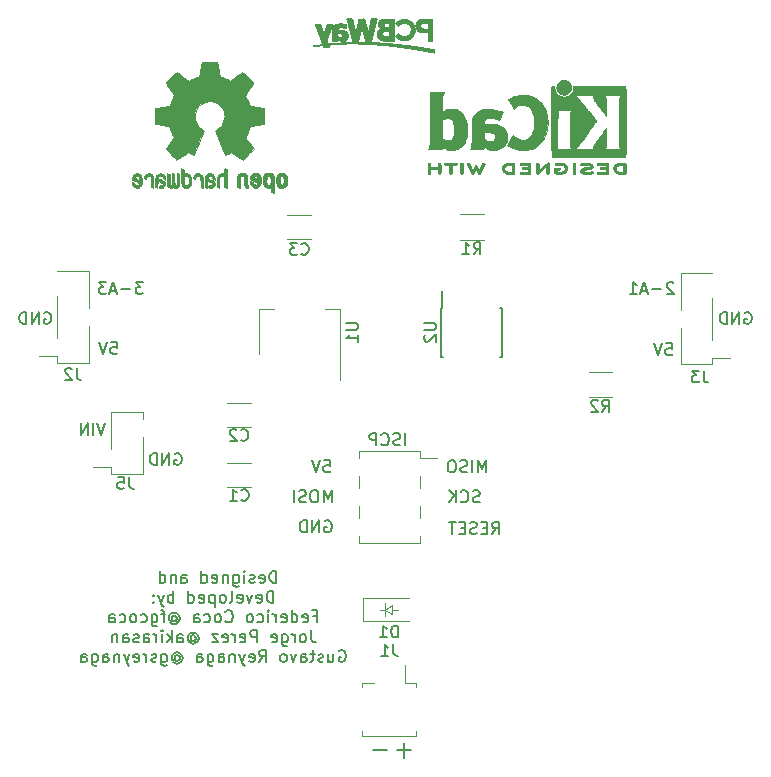
<source format=gbo>
%TF.GenerationSoftware,KiCad,Pcbnew,4.0.7-e2-6376~58~ubuntu16.04.1*%
%TF.CreationDate,2018-02-19T14:41:32-07:00*%
%TF.ProjectId,001,3030312E6B696361645F706362000000,rev?*%
%TF.FileFunction,Legend,Bot*%
%FSLAX46Y46*%
G04 Gerber Fmt 4.6, Leading zero omitted, Abs format (unit mm)*
G04 Created by KiCad (PCBNEW 4.0.7-e2-6376~58~ubuntu16.04.1) date Mon Feb 19 14:41:32 2018*
%MOMM*%
%LPD*%
G01*
G04 APERTURE LIST*
%ADD10C,0.100000*%
%ADD11C,0.152400*%
%ADD12C,0.120000*%
%ADD13C,0.150000*%
%ADD14C,0.010000*%
G04 APERTURE END LIST*
D10*
D11*
X136372524Y-133845286D02*
X135153476Y-133845286D01*
X138404524Y-133845286D02*
X137185476Y-133845286D01*
X137795000Y-134454810D02*
X137795000Y-133235762D01*
X137897809Y-108028619D02*
X137897809Y-107012619D01*
X137462380Y-107980238D02*
X137317237Y-108028619D01*
X137075333Y-108028619D01*
X136978571Y-107980238D01*
X136930190Y-107931857D01*
X136881809Y-107835095D01*
X136881809Y-107738333D01*
X136930190Y-107641571D01*
X136978571Y-107593190D01*
X137075333Y-107544810D01*
X137268856Y-107496429D01*
X137365618Y-107448048D01*
X137413999Y-107399667D01*
X137462380Y-107302905D01*
X137462380Y-107206143D01*
X137413999Y-107109381D01*
X137365618Y-107061000D01*
X137268856Y-107012619D01*
X137026952Y-107012619D01*
X136881809Y-107061000D01*
X135865809Y-107931857D02*
X135914190Y-107980238D01*
X136059333Y-108028619D01*
X136156095Y-108028619D01*
X136301237Y-107980238D01*
X136397999Y-107883476D01*
X136446380Y-107786714D01*
X136494761Y-107593190D01*
X136494761Y-107448048D01*
X136446380Y-107254524D01*
X136397999Y-107157762D01*
X136301237Y-107061000D01*
X136156095Y-107012619D01*
X136059333Y-107012619D01*
X135914190Y-107061000D01*
X135865809Y-107109381D01*
X135430380Y-108028619D02*
X135430380Y-107012619D01*
X135043333Y-107012619D01*
X134946571Y-107061000D01*
X134898190Y-107109381D01*
X134849809Y-107206143D01*
X134849809Y-107351286D01*
X134898190Y-107448048D01*
X134946571Y-107496429D01*
X135043333Y-107544810D01*
X135430380Y-107544810D01*
X159959524Y-99392619D02*
X160443333Y-99392619D01*
X160491714Y-99876429D01*
X160443333Y-99828048D01*
X160346571Y-99779667D01*
X160104667Y-99779667D01*
X160007905Y-99828048D01*
X159959524Y-99876429D01*
X159911143Y-99973190D01*
X159911143Y-100215095D01*
X159959524Y-100311857D01*
X160007905Y-100360238D01*
X160104667Y-100408619D01*
X160346571Y-100408619D01*
X160443333Y-100360238D01*
X160491714Y-100311857D01*
X159620857Y-99392619D02*
X159282190Y-100408619D01*
X158943524Y-99392619D01*
X166636095Y-96774000D02*
X166732857Y-96725619D01*
X166878000Y-96725619D01*
X167023142Y-96774000D01*
X167119904Y-96870762D01*
X167168285Y-96967524D01*
X167216666Y-97161048D01*
X167216666Y-97306190D01*
X167168285Y-97499714D01*
X167119904Y-97596476D01*
X167023142Y-97693238D01*
X166878000Y-97741619D01*
X166781238Y-97741619D01*
X166636095Y-97693238D01*
X166587714Y-97644857D01*
X166587714Y-97306190D01*
X166781238Y-97306190D01*
X166152285Y-97741619D02*
X166152285Y-96725619D01*
X165571714Y-97741619D01*
X165571714Y-96725619D01*
X165087904Y-97741619D02*
X165087904Y-96725619D01*
X164845999Y-96725619D01*
X164700857Y-96774000D01*
X164604095Y-96870762D01*
X164555714Y-96967524D01*
X164507333Y-97161048D01*
X164507333Y-97306190D01*
X164555714Y-97499714D01*
X164604095Y-97596476D01*
X164700857Y-97693238D01*
X164845999Y-97741619D01*
X165087904Y-97741619D01*
X112969524Y-99265619D02*
X113453333Y-99265619D01*
X113501714Y-99749429D01*
X113453333Y-99701048D01*
X113356571Y-99652667D01*
X113114667Y-99652667D01*
X113017905Y-99701048D01*
X112969524Y-99749429D01*
X112921143Y-99846190D01*
X112921143Y-100088095D01*
X112969524Y-100184857D01*
X113017905Y-100233238D01*
X113114667Y-100281619D01*
X113356571Y-100281619D01*
X113453333Y-100233238D01*
X113501714Y-100184857D01*
X112630857Y-99265619D02*
X112292190Y-100281619D01*
X111953524Y-99265619D01*
X107327095Y-96774000D02*
X107423857Y-96725619D01*
X107569000Y-96725619D01*
X107714142Y-96774000D01*
X107810904Y-96870762D01*
X107859285Y-96967524D01*
X107907666Y-97161048D01*
X107907666Y-97306190D01*
X107859285Y-97499714D01*
X107810904Y-97596476D01*
X107714142Y-97693238D01*
X107569000Y-97741619D01*
X107472238Y-97741619D01*
X107327095Y-97693238D01*
X107278714Y-97644857D01*
X107278714Y-97306190D01*
X107472238Y-97306190D01*
X106843285Y-97741619D02*
X106843285Y-96725619D01*
X106262714Y-97741619D01*
X106262714Y-96725619D01*
X105778904Y-97741619D02*
X105778904Y-96725619D01*
X105536999Y-96725619D01*
X105391857Y-96774000D01*
X105295095Y-96870762D01*
X105246714Y-96967524D01*
X105198333Y-97161048D01*
X105198333Y-97306190D01*
X105246714Y-97499714D01*
X105295095Y-97596476D01*
X105391857Y-97693238D01*
X105536999Y-97741619D01*
X105778904Y-97741619D01*
X126962504Y-119661819D02*
X126962504Y-118645819D01*
X126720599Y-118645819D01*
X126575457Y-118694200D01*
X126478695Y-118790962D01*
X126430314Y-118887724D01*
X126381933Y-119081248D01*
X126381933Y-119226390D01*
X126430314Y-119419914D01*
X126478695Y-119516676D01*
X126575457Y-119613438D01*
X126720599Y-119661819D01*
X126962504Y-119661819D01*
X125559457Y-119613438D02*
X125656219Y-119661819D01*
X125849742Y-119661819D01*
X125946504Y-119613438D01*
X125994885Y-119516676D01*
X125994885Y-119129629D01*
X125946504Y-119032867D01*
X125849742Y-118984486D01*
X125656219Y-118984486D01*
X125559457Y-119032867D01*
X125511076Y-119129629D01*
X125511076Y-119226390D01*
X125994885Y-119323152D01*
X125124028Y-119613438D02*
X125027266Y-119661819D01*
X124833742Y-119661819D01*
X124736981Y-119613438D01*
X124688600Y-119516676D01*
X124688600Y-119468295D01*
X124736981Y-119371533D01*
X124833742Y-119323152D01*
X124978885Y-119323152D01*
X125075647Y-119274771D01*
X125124028Y-119178010D01*
X125124028Y-119129629D01*
X125075647Y-119032867D01*
X124978885Y-118984486D01*
X124833742Y-118984486D01*
X124736981Y-119032867D01*
X124253171Y-119661819D02*
X124253171Y-118984486D01*
X124253171Y-118645819D02*
X124301552Y-118694200D01*
X124253171Y-118742581D01*
X124204790Y-118694200D01*
X124253171Y-118645819D01*
X124253171Y-118742581D01*
X123333933Y-118984486D02*
X123333933Y-119806962D01*
X123382314Y-119903724D01*
X123430695Y-119952105D01*
X123527456Y-120000486D01*
X123672599Y-120000486D01*
X123769361Y-119952105D01*
X123333933Y-119613438D02*
X123430695Y-119661819D01*
X123624218Y-119661819D01*
X123720980Y-119613438D01*
X123769361Y-119565057D01*
X123817742Y-119468295D01*
X123817742Y-119178010D01*
X123769361Y-119081248D01*
X123720980Y-119032867D01*
X123624218Y-118984486D01*
X123430695Y-118984486D01*
X123333933Y-119032867D01*
X122850123Y-118984486D02*
X122850123Y-119661819D01*
X122850123Y-119081248D02*
X122801742Y-119032867D01*
X122704980Y-118984486D01*
X122559838Y-118984486D01*
X122463076Y-119032867D01*
X122414695Y-119129629D01*
X122414695Y-119661819D01*
X121543838Y-119613438D02*
X121640600Y-119661819D01*
X121834123Y-119661819D01*
X121930885Y-119613438D01*
X121979266Y-119516676D01*
X121979266Y-119129629D01*
X121930885Y-119032867D01*
X121834123Y-118984486D01*
X121640600Y-118984486D01*
X121543838Y-119032867D01*
X121495457Y-119129629D01*
X121495457Y-119226390D01*
X121979266Y-119323152D01*
X120624600Y-119661819D02*
X120624600Y-118645819D01*
X120624600Y-119613438D02*
X120721362Y-119661819D01*
X120914885Y-119661819D01*
X121011647Y-119613438D01*
X121060028Y-119565057D01*
X121108409Y-119468295D01*
X121108409Y-119178010D01*
X121060028Y-119081248D01*
X121011647Y-119032867D01*
X120914885Y-118984486D01*
X120721362Y-118984486D01*
X120624600Y-119032867D01*
X118931267Y-119661819D02*
X118931267Y-119129629D01*
X118979648Y-119032867D01*
X119076410Y-118984486D01*
X119269933Y-118984486D01*
X119366695Y-119032867D01*
X118931267Y-119613438D02*
X119028029Y-119661819D01*
X119269933Y-119661819D01*
X119366695Y-119613438D01*
X119415076Y-119516676D01*
X119415076Y-119419914D01*
X119366695Y-119323152D01*
X119269933Y-119274771D01*
X119028029Y-119274771D01*
X118931267Y-119226390D01*
X118447457Y-118984486D02*
X118447457Y-119661819D01*
X118447457Y-119081248D02*
X118399076Y-119032867D01*
X118302314Y-118984486D01*
X118157172Y-118984486D01*
X118060410Y-119032867D01*
X118012029Y-119129629D01*
X118012029Y-119661819D01*
X117092791Y-119661819D02*
X117092791Y-118645819D01*
X117092791Y-119613438D02*
X117189553Y-119661819D01*
X117383076Y-119661819D01*
X117479838Y-119613438D01*
X117528219Y-119565057D01*
X117576600Y-119468295D01*
X117576600Y-119178010D01*
X117528219Y-119081248D01*
X117479838Y-119032867D01*
X117383076Y-118984486D01*
X117189553Y-118984486D01*
X117092791Y-119032867D01*
X126720599Y-121338219D02*
X126720599Y-120322219D01*
X126478694Y-120322219D01*
X126333552Y-120370600D01*
X126236790Y-120467362D01*
X126188409Y-120564124D01*
X126140028Y-120757648D01*
X126140028Y-120902790D01*
X126188409Y-121096314D01*
X126236790Y-121193076D01*
X126333552Y-121289838D01*
X126478694Y-121338219D01*
X126720599Y-121338219D01*
X125317552Y-121289838D02*
X125414314Y-121338219D01*
X125607837Y-121338219D01*
X125704599Y-121289838D01*
X125752980Y-121193076D01*
X125752980Y-120806029D01*
X125704599Y-120709267D01*
X125607837Y-120660886D01*
X125414314Y-120660886D01*
X125317552Y-120709267D01*
X125269171Y-120806029D01*
X125269171Y-120902790D01*
X125752980Y-120999552D01*
X124930504Y-120660886D02*
X124688599Y-121338219D01*
X124446695Y-120660886D01*
X123672600Y-121289838D02*
X123769362Y-121338219D01*
X123962885Y-121338219D01*
X124059647Y-121289838D01*
X124108028Y-121193076D01*
X124108028Y-120806029D01*
X124059647Y-120709267D01*
X123962885Y-120660886D01*
X123769362Y-120660886D01*
X123672600Y-120709267D01*
X123624219Y-120806029D01*
X123624219Y-120902790D01*
X124108028Y-120999552D01*
X123043647Y-121338219D02*
X123140409Y-121289838D01*
X123188790Y-121193076D01*
X123188790Y-120322219D01*
X122511457Y-121338219D02*
X122608219Y-121289838D01*
X122656600Y-121241457D01*
X122704981Y-121144695D01*
X122704981Y-120854410D01*
X122656600Y-120757648D01*
X122608219Y-120709267D01*
X122511457Y-120660886D01*
X122366315Y-120660886D01*
X122269553Y-120709267D01*
X122221172Y-120757648D01*
X122172791Y-120854410D01*
X122172791Y-121144695D01*
X122221172Y-121241457D01*
X122269553Y-121289838D01*
X122366315Y-121338219D01*
X122511457Y-121338219D01*
X121737362Y-120660886D02*
X121737362Y-121676886D01*
X121737362Y-120709267D02*
X121640600Y-120660886D01*
X121447077Y-120660886D01*
X121350315Y-120709267D01*
X121301934Y-120757648D01*
X121253553Y-120854410D01*
X121253553Y-121144695D01*
X121301934Y-121241457D01*
X121350315Y-121289838D01*
X121447077Y-121338219D01*
X121640600Y-121338219D01*
X121737362Y-121289838D01*
X120431077Y-121289838D02*
X120527839Y-121338219D01*
X120721362Y-121338219D01*
X120818124Y-121289838D01*
X120866505Y-121193076D01*
X120866505Y-120806029D01*
X120818124Y-120709267D01*
X120721362Y-120660886D01*
X120527839Y-120660886D01*
X120431077Y-120709267D01*
X120382696Y-120806029D01*
X120382696Y-120902790D01*
X120866505Y-120999552D01*
X119511839Y-121338219D02*
X119511839Y-120322219D01*
X119511839Y-121289838D02*
X119608601Y-121338219D01*
X119802124Y-121338219D01*
X119898886Y-121289838D01*
X119947267Y-121241457D01*
X119995648Y-121144695D01*
X119995648Y-120854410D01*
X119947267Y-120757648D01*
X119898886Y-120709267D01*
X119802124Y-120660886D01*
X119608601Y-120660886D01*
X119511839Y-120709267D01*
X118253934Y-121338219D02*
X118253934Y-120322219D01*
X118253934Y-120709267D02*
X118157172Y-120660886D01*
X117963649Y-120660886D01*
X117866887Y-120709267D01*
X117818506Y-120757648D01*
X117770125Y-120854410D01*
X117770125Y-121144695D01*
X117818506Y-121241457D01*
X117866887Y-121289838D01*
X117963649Y-121338219D01*
X118157172Y-121338219D01*
X118253934Y-121289838D01*
X117431458Y-120660886D02*
X117189553Y-121338219D01*
X116947649Y-120660886D02*
X117189553Y-121338219D01*
X117286315Y-121580124D01*
X117334696Y-121628505D01*
X117431458Y-121676886D01*
X116560601Y-121241457D02*
X116512220Y-121289838D01*
X116560601Y-121338219D01*
X116608982Y-121289838D01*
X116560601Y-121241457D01*
X116560601Y-121338219D01*
X116560601Y-120709267D02*
X116512220Y-120757648D01*
X116560601Y-120806029D01*
X116608982Y-120757648D01*
X116560601Y-120709267D01*
X116560601Y-120806029D01*
X130107266Y-122482429D02*
X130445932Y-122482429D01*
X130445932Y-123014619D02*
X130445932Y-121998619D01*
X129962123Y-121998619D01*
X129188028Y-122966238D02*
X129284790Y-123014619D01*
X129478313Y-123014619D01*
X129575075Y-122966238D01*
X129623456Y-122869476D01*
X129623456Y-122482429D01*
X129575075Y-122385667D01*
X129478313Y-122337286D01*
X129284790Y-122337286D01*
X129188028Y-122385667D01*
X129139647Y-122482429D01*
X129139647Y-122579190D01*
X129623456Y-122675952D01*
X128268790Y-123014619D02*
X128268790Y-121998619D01*
X128268790Y-122966238D02*
X128365552Y-123014619D01*
X128559075Y-123014619D01*
X128655837Y-122966238D01*
X128704218Y-122917857D01*
X128752599Y-122821095D01*
X128752599Y-122530810D01*
X128704218Y-122434048D01*
X128655837Y-122385667D01*
X128559075Y-122337286D01*
X128365552Y-122337286D01*
X128268790Y-122385667D01*
X127397933Y-122966238D02*
X127494695Y-123014619D01*
X127688218Y-123014619D01*
X127784980Y-122966238D01*
X127833361Y-122869476D01*
X127833361Y-122482429D01*
X127784980Y-122385667D01*
X127688218Y-122337286D01*
X127494695Y-122337286D01*
X127397933Y-122385667D01*
X127349552Y-122482429D01*
X127349552Y-122579190D01*
X127833361Y-122675952D01*
X126914123Y-123014619D02*
X126914123Y-122337286D01*
X126914123Y-122530810D02*
X126865742Y-122434048D01*
X126817361Y-122385667D01*
X126720599Y-122337286D01*
X126623838Y-122337286D01*
X126285171Y-123014619D02*
X126285171Y-122337286D01*
X126285171Y-121998619D02*
X126333552Y-122047000D01*
X126285171Y-122095381D01*
X126236790Y-122047000D01*
X126285171Y-121998619D01*
X126285171Y-122095381D01*
X125365933Y-122966238D02*
X125462695Y-123014619D01*
X125656218Y-123014619D01*
X125752980Y-122966238D01*
X125801361Y-122917857D01*
X125849742Y-122821095D01*
X125849742Y-122530810D01*
X125801361Y-122434048D01*
X125752980Y-122385667D01*
X125656218Y-122337286D01*
X125462695Y-122337286D01*
X125365933Y-122385667D01*
X124785361Y-123014619D02*
X124882123Y-122966238D01*
X124930504Y-122917857D01*
X124978885Y-122821095D01*
X124978885Y-122530810D01*
X124930504Y-122434048D01*
X124882123Y-122385667D01*
X124785361Y-122337286D01*
X124640219Y-122337286D01*
X124543457Y-122385667D01*
X124495076Y-122434048D01*
X124446695Y-122530810D01*
X124446695Y-122821095D01*
X124495076Y-122917857D01*
X124543457Y-122966238D01*
X124640219Y-123014619D01*
X124785361Y-123014619D01*
X122656600Y-122917857D02*
X122704981Y-122966238D01*
X122850124Y-123014619D01*
X122946886Y-123014619D01*
X123092028Y-122966238D01*
X123188790Y-122869476D01*
X123237171Y-122772714D01*
X123285552Y-122579190D01*
X123285552Y-122434048D01*
X123237171Y-122240524D01*
X123188790Y-122143762D01*
X123092028Y-122047000D01*
X122946886Y-121998619D01*
X122850124Y-121998619D01*
X122704981Y-122047000D01*
X122656600Y-122095381D01*
X122076028Y-123014619D02*
X122172790Y-122966238D01*
X122221171Y-122917857D01*
X122269552Y-122821095D01*
X122269552Y-122530810D01*
X122221171Y-122434048D01*
X122172790Y-122385667D01*
X122076028Y-122337286D01*
X121930886Y-122337286D01*
X121834124Y-122385667D01*
X121785743Y-122434048D01*
X121737362Y-122530810D01*
X121737362Y-122821095D01*
X121785743Y-122917857D01*
X121834124Y-122966238D01*
X121930886Y-123014619D01*
X122076028Y-123014619D01*
X120866505Y-122966238D02*
X120963267Y-123014619D01*
X121156790Y-123014619D01*
X121253552Y-122966238D01*
X121301933Y-122917857D01*
X121350314Y-122821095D01*
X121350314Y-122530810D01*
X121301933Y-122434048D01*
X121253552Y-122385667D01*
X121156790Y-122337286D01*
X120963267Y-122337286D01*
X120866505Y-122385667D01*
X119995648Y-123014619D02*
X119995648Y-122482429D01*
X120044029Y-122385667D01*
X120140791Y-122337286D01*
X120334314Y-122337286D01*
X120431076Y-122385667D01*
X119995648Y-122966238D02*
X120092410Y-123014619D01*
X120334314Y-123014619D01*
X120431076Y-122966238D01*
X120479457Y-122869476D01*
X120479457Y-122772714D01*
X120431076Y-122675952D01*
X120334314Y-122627571D01*
X120092410Y-122627571D01*
X119995648Y-122579190D01*
X118108791Y-122530810D02*
X118157172Y-122482429D01*
X118253934Y-122434048D01*
X118350696Y-122434048D01*
X118447458Y-122482429D01*
X118495838Y-122530810D01*
X118544219Y-122627571D01*
X118544219Y-122724333D01*
X118495838Y-122821095D01*
X118447458Y-122869476D01*
X118350696Y-122917857D01*
X118253934Y-122917857D01*
X118157172Y-122869476D01*
X118108791Y-122821095D01*
X118108791Y-122434048D02*
X118108791Y-122821095D01*
X118060410Y-122869476D01*
X118012029Y-122869476D01*
X117915267Y-122821095D01*
X117866886Y-122724333D01*
X117866886Y-122482429D01*
X117963648Y-122337286D01*
X118108791Y-122240524D01*
X118302315Y-122192143D01*
X118495838Y-122240524D01*
X118640981Y-122337286D01*
X118737743Y-122482429D01*
X118786124Y-122675952D01*
X118737743Y-122869476D01*
X118640981Y-123014619D01*
X118495838Y-123111381D01*
X118302315Y-123159762D01*
X118108791Y-123111381D01*
X117963648Y-123014619D01*
X117576600Y-122337286D02*
X117189552Y-122337286D01*
X117431457Y-123014619D02*
X117431457Y-122143762D01*
X117383076Y-122047000D01*
X117286314Y-121998619D01*
X117189552Y-121998619D01*
X116415458Y-122337286D02*
X116415458Y-123159762D01*
X116463839Y-123256524D01*
X116512220Y-123304905D01*
X116608981Y-123353286D01*
X116754124Y-123353286D01*
X116850886Y-123304905D01*
X116415458Y-122966238D02*
X116512220Y-123014619D01*
X116705743Y-123014619D01*
X116802505Y-122966238D01*
X116850886Y-122917857D01*
X116899267Y-122821095D01*
X116899267Y-122530810D01*
X116850886Y-122434048D01*
X116802505Y-122385667D01*
X116705743Y-122337286D01*
X116512220Y-122337286D01*
X116415458Y-122385667D01*
X115496220Y-122966238D02*
X115592982Y-123014619D01*
X115786505Y-123014619D01*
X115883267Y-122966238D01*
X115931648Y-122917857D01*
X115980029Y-122821095D01*
X115980029Y-122530810D01*
X115931648Y-122434048D01*
X115883267Y-122385667D01*
X115786505Y-122337286D01*
X115592982Y-122337286D01*
X115496220Y-122385667D01*
X114915648Y-123014619D02*
X115012410Y-122966238D01*
X115060791Y-122917857D01*
X115109172Y-122821095D01*
X115109172Y-122530810D01*
X115060791Y-122434048D01*
X115012410Y-122385667D01*
X114915648Y-122337286D01*
X114770506Y-122337286D01*
X114673744Y-122385667D01*
X114625363Y-122434048D01*
X114576982Y-122530810D01*
X114576982Y-122821095D01*
X114625363Y-122917857D01*
X114673744Y-122966238D01*
X114770506Y-123014619D01*
X114915648Y-123014619D01*
X113706125Y-122966238D02*
X113802887Y-123014619D01*
X113996410Y-123014619D01*
X114093172Y-122966238D01*
X114141553Y-122917857D01*
X114189934Y-122821095D01*
X114189934Y-122530810D01*
X114141553Y-122434048D01*
X114093172Y-122385667D01*
X113996410Y-122337286D01*
X113802887Y-122337286D01*
X113706125Y-122385667D01*
X112835268Y-123014619D02*
X112835268Y-122482429D01*
X112883649Y-122385667D01*
X112980411Y-122337286D01*
X113173934Y-122337286D01*
X113270696Y-122385667D01*
X112835268Y-122966238D02*
X112932030Y-123014619D01*
X113173934Y-123014619D01*
X113270696Y-122966238D01*
X113319077Y-122869476D01*
X113319077Y-122772714D01*
X113270696Y-122675952D01*
X113173934Y-122627571D01*
X112932030Y-122627571D01*
X112835268Y-122579190D01*
X129913742Y-123675019D02*
X129913742Y-124400733D01*
X129962122Y-124545876D01*
X130058884Y-124642638D01*
X130204027Y-124691019D01*
X130300789Y-124691019D01*
X129284789Y-124691019D02*
X129381551Y-124642638D01*
X129429932Y-124594257D01*
X129478313Y-124497495D01*
X129478313Y-124207210D01*
X129429932Y-124110448D01*
X129381551Y-124062067D01*
X129284789Y-124013686D01*
X129139647Y-124013686D01*
X129042885Y-124062067D01*
X128994504Y-124110448D01*
X128946123Y-124207210D01*
X128946123Y-124497495D01*
X128994504Y-124594257D01*
X129042885Y-124642638D01*
X129139647Y-124691019D01*
X129284789Y-124691019D01*
X128510694Y-124691019D02*
X128510694Y-124013686D01*
X128510694Y-124207210D02*
X128462313Y-124110448D01*
X128413932Y-124062067D01*
X128317170Y-124013686D01*
X128220409Y-124013686D01*
X127446314Y-124013686D02*
X127446314Y-124836162D01*
X127494695Y-124932924D01*
X127543076Y-124981305D01*
X127639837Y-125029686D01*
X127784980Y-125029686D01*
X127881742Y-124981305D01*
X127446314Y-124642638D02*
X127543076Y-124691019D01*
X127736599Y-124691019D01*
X127833361Y-124642638D01*
X127881742Y-124594257D01*
X127930123Y-124497495D01*
X127930123Y-124207210D01*
X127881742Y-124110448D01*
X127833361Y-124062067D01*
X127736599Y-124013686D01*
X127543076Y-124013686D01*
X127446314Y-124062067D01*
X126575457Y-124642638D02*
X126672219Y-124691019D01*
X126865742Y-124691019D01*
X126962504Y-124642638D01*
X127010885Y-124545876D01*
X127010885Y-124158829D01*
X126962504Y-124062067D01*
X126865742Y-124013686D01*
X126672219Y-124013686D01*
X126575457Y-124062067D01*
X126527076Y-124158829D01*
X126527076Y-124255590D01*
X127010885Y-124352352D01*
X125317552Y-124691019D02*
X125317552Y-123675019D01*
X124930505Y-123675019D01*
X124833743Y-123723400D01*
X124785362Y-123771781D01*
X124736981Y-123868543D01*
X124736981Y-124013686D01*
X124785362Y-124110448D01*
X124833743Y-124158829D01*
X124930505Y-124207210D01*
X125317552Y-124207210D01*
X123914505Y-124642638D02*
X124011267Y-124691019D01*
X124204790Y-124691019D01*
X124301552Y-124642638D01*
X124349933Y-124545876D01*
X124349933Y-124158829D01*
X124301552Y-124062067D01*
X124204790Y-124013686D01*
X124011267Y-124013686D01*
X123914505Y-124062067D01*
X123866124Y-124158829D01*
X123866124Y-124255590D01*
X124349933Y-124352352D01*
X123430695Y-124691019D02*
X123430695Y-124013686D01*
X123430695Y-124207210D02*
X123382314Y-124110448D01*
X123333933Y-124062067D01*
X123237171Y-124013686D01*
X123140410Y-124013686D01*
X122414696Y-124642638D02*
X122511458Y-124691019D01*
X122704981Y-124691019D01*
X122801743Y-124642638D01*
X122850124Y-124545876D01*
X122850124Y-124158829D01*
X122801743Y-124062067D01*
X122704981Y-124013686D01*
X122511458Y-124013686D01*
X122414696Y-124062067D01*
X122366315Y-124158829D01*
X122366315Y-124255590D01*
X122850124Y-124352352D01*
X122027648Y-124013686D02*
X121495458Y-124013686D01*
X122027648Y-124691019D01*
X121495458Y-124691019D01*
X119705363Y-124207210D02*
X119753744Y-124158829D01*
X119850506Y-124110448D01*
X119947268Y-124110448D01*
X120044030Y-124158829D01*
X120092410Y-124207210D01*
X120140791Y-124303971D01*
X120140791Y-124400733D01*
X120092410Y-124497495D01*
X120044030Y-124545876D01*
X119947268Y-124594257D01*
X119850506Y-124594257D01*
X119753744Y-124545876D01*
X119705363Y-124497495D01*
X119705363Y-124110448D02*
X119705363Y-124497495D01*
X119656982Y-124545876D01*
X119608601Y-124545876D01*
X119511839Y-124497495D01*
X119463458Y-124400733D01*
X119463458Y-124158829D01*
X119560220Y-124013686D01*
X119705363Y-123916924D01*
X119898887Y-123868543D01*
X120092410Y-123916924D01*
X120237553Y-124013686D01*
X120334315Y-124158829D01*
X120382696Y-124352352D01*
X120334315Y-124545876D01*
X120237553Y-124691019D01*
X120092410Y-124787781D01*
X119898887Y-124836162D01*
X119705363Y-124787781D01*
X119560220Y-124691019D01*
X118592601Y-124691019D02*
X118592601Y-124158829D01*
X118640982Y-124062067D01*
X118737744Y-124013686D01*
X118931267Y-124013686D01*
X119028029Y-124062067D01*
X118592601Y-124642638D02*
X118689363Y-124691019D01*
X118931267Y-124691019D01*
X119028029Y-124642638D01*
X119076410Y-124545876D01*
X119076410Y-124449114D01*
X119028029Y-124352352D01*
X118931267Y-124303971D01*
X118689363Y-124303971D01*
X118592601Y-124255590D01*
X118108791Y-124691019D02*
X118108791Y-123675019D01*
X118012029Y-124303971D02*
X117721744Y-124691019D01*
X117721744Y-124013686D02*
X118108791Y-124400733D01*
X117286315Y-124691019D02*
X117286315Y-124013686D01*
X117286315Y-123675019D02*
X117334696Y-123723400D01*
X117286315Y-123771781D01*
X117237934Y-123723400D01*
X117286315Y-123675019D01*
X117286315Y-123771781D01*
X116802505Y-124691019D02*
X116802505Y-124013686D01*
X116802505Y-124207210D02*
X116754124Y-124110448D01*
X116705743Y-124062067D01*
X116608981Y-124013686D01*
X116512220Y-124013686D01*
X115738125Y-124691019D02*
X115738125Y-124158829D01*
X115786506Y-124062067D01*
X115883268Y-124013686D01*
X116076791Y-124013686D01*
X116173553Y-124062067D01*
X115738125Y-124642638D02*
X115834887Y-124691019D01*
X116076791Y-124691019D01*
X116173553Y-124642638D01*
X116221934Y-124545876D01*
X116221934Y-124449114D01*
X116173553Y-124352352D01*
X116076791Y-124303971D01*
X115834887Y-124303971D01*
X115738125Y-124255590D01*
X115302696Y-124642638D02*
X115205934Y-124691019D01*
X115012410Y-124691019D01*
X114915649Y-124642638D01*
X114867268Y-124545876D01*
X114867268Y-124497495D01*
X114915649Y-124400733D01*
X115012410Y-124352352D01*
X115157553Y-124352352D01*
X115254315Y-124303971D01*
X115302696Y-124207210D01*
X115302696Y-124158829D01*
X115254315Y-124062067D01*
X115157553Y-124013686D01*
X115012410Y-124013686D01*
X114915649Y-124062067D01*
X113996411Y-124691019D02*
X113996411Y-124158829D01*
X114044792Y-124062067D01*
X114141554Y-124013686D01*
X114335077Y-124013686D01*
X114431839Y-124062067D01*
X113996411Y-124642638D02*
X114093173Y-124691019D01*
X114335077Y-124691019D01*
X114431839Y-124642638D01*
X114480220Y-124545876D01*
X114480220Y-124449114D01*
X114431839Y-124352352D01*
X114335077Y-124303971D01*
X114093173Y-124303971D01*
X113996411Y-124255590D01*
X113512601Y-124013686D02*
X113512601Y-124691019D01*
X113512601Y-124110448D02*
X113464220Y-124062067D01*
X113367458Y-124013686D01*
X113222316Y-124013686D01*
X113125554Y-124062067D01*
X113077173Y-124158829D01*
X113077173Y-124691019D01*
X132284408Y-125399800D02*
X132381170Y-125351419D01*
X132526313Y-125351419D01*
X132671455Y-125399800D01*
X132768217Y-125496562D01*
X132816598Y-125593324D01*
X132864979Y-125786848D01*
X132864979Y-125931990D01*
X132816598Y-126125514D01*
X132768217Y-126222276D01*
X132671455Y-126319038D01*
X132526313Y-126367419D01*
X132429551Y-126367419D01*
X132284408Y-126319038D01*
X132236027Y-126270657D01*
X132236027Y-125931990D01*
X132429551Y-125931990D01*
X131365170Y-125690086D02*
X131365170Y-126367419D01*
X131800598Y-125690086D02*
X131800598Y-126222276D01*
X131752217Y-126319038D01*
X131655455Y-126367419D01*
X131510313Y-126367419D01*
X131413551Y-126319038D01*
X131365170Y-126270657D01*
X130929741Y-126319038D02*
X130832979Y-126367419D01*
X130639455Y-126367419D01*
X130542694Y-126319038D01*
X130494313Y-126222276D01*
X130494313Y-126173895D01*
X130542694Y-126077133D01*
X130639455Y-126028752D01*
X130784598Y-126028752D01*
X130881360Y-125980371D01*
X130929741Y-125883610D01*
X130929741Y-125835229D01*
X130881360Y-125738467D01*
X130784598Y-125690086D01*
X130639455Y-125690086D01*
X130542694Y-125738467D01*
X130204027Y-125690086D02*
X129816979Y-125690086D01*
X130058884Y-125351419D02*
X130058884Y-126222276D01*
X130010503Y-126319038D01*
X129913741Y-126367419D01*
X129816979Y-126367419D01*
X129042885Y-126367419D02*
X129042885Y-125835229D01*
X129091266Y-125738467D01*
X129188028Y-125690086D01*
X129381551Y-125690086D01*
X129478313Y-125738467D01*
X129042885Y-126319038D02*
X129139647Y-126367419D01*
X129381551Y-126367419D01*
X129478313Y-126319038D01*
X129526694Y-126222276D01*
X129526694Y-126125514D01*
X129478313Y-126028752D01*
X129381551Y-125980371D01*
X129139647Y-125980371D01*
X129042885Y-125931990D01*
X128655837Y-125690086D02*
X128413932Y-126367419D01*
X128172028Y-125690086D01*
X127639837Y-126367419D02*
X127736599Y-126319038D01*
X127784980Y-126270657D01*
X127833361Y-126173895D01*
X127833361Y-125883610D01*
X127784980Y-125786848D01*
X127736599Y-125738467D01*
X127639837Y-125690086D01*
X127494695Y-125690086D01*
X127397933Y-125738467D01*
X127349552Y-125786848D01*
X127301171Y-125883610D01*
X127301171Y-126173895D01*
X127349552Y-126270657D01*
X127397933Y-126319038D01*
X127494695Y-126367419D01*
X127639837Y-126367419D01*
X125511076Y-126367419D02*
X125849742Y-125883610D01*
X126091647Y-126367419D02*
X126091647Y-125351419D01*
X125704600Y-125351419D01*
X125607838Y-125399800D01*
X125559457Y-125448181D01*
X125511076Y-125544943D01*
X125511076Y-125690086D01*
X125559457Y-125786848D01*
X125607838Y-125835229D01*
X125704600Y-125883610D01*
X126091647Y-125883610D01*
X124688600Y-126319038D02*
X124785362Y-126367419D01*
X124978885Y-126367419D01*
X125075647Y-126319038D01*
X125124028Y-126222276D01*
X125124028Y-125835229D01*
X125075647Y-125738467D01*
X124978885Y-125690086D01*
X124785362Y-125690086D01*
X124688600Y-125738467D01*
X124640219Y-125835229D01*
X124640219Y-125931990D01*
X125124028Y-126028752D01*
X124301552Y-125690086D02*
X124059647Y-126367419D01*
X123817743Y-125690086D02*
X124059647Y-126367419D01*
X124156409Y-126609324D01*
X124204790Y-126657705D01*
X124301552Y-126706086D01*
X123430695Y-125690086D02*
X123430695Y-126367419D01*
X123430695Y-125786848D02*
X123382314Y-125738467D01*
X123285552Y-125690086D01*
X123140410Y-125690086D01*
X123043648Y-125738467D01*
X122995267Y-125835229D01*
X122995267Y-126367419D01*
X122076029Y-126367419D02*
X122076029Y-125835229D01*
X122124410Y-125738467D01*
X122221172Y-125690086D01*
X122414695Y-125690086D01*
X122511457Y-125738467D01*
X122076029Y-126319038D02*
X122172791Y-126367419D01*
X122414695Y-126367419D01*
X122511457Y-126319038D01*
X122559838Y-126222276D01*
X122559838Y-126125514D01*
X122511457Y-126028752D01*
X122414695Y-125980371D01*
X122172791Y-125980371D01*
X122076029Y-125931990D01*
X121156791Y-125690086D02*
X121156791Y-126512562D01*
X121205172Y-126609324D01*
X121253553Y-126657705D01*
X121350314Y-126706086D01*
X121495457Y-126706086D01*
X121592219Y-126657705D01*
X121156791Y-126319038D02*
X121253553Y-126367419D01*
X121447076Y-126367419D01*
X121543838Y-126319038D01*
X121592219Y-126270657D01*
X121640600Y-126173895D01*
X121640600Y-125883610D01*
X121592219Y-125786848D01*
X121543838Y-125738467D01*
X121447076Y-125690086D01*
X121253553Y-125690086D01*
X121156791Y-125738467D01*
X120237553Y-126367419D02*
X120237553Y-125835229D01*
X120285934Y-125738467D01*
X120382696Y-125690086D01*
X120576219Y-125690086D01*
X120672981Y-125738467D01*
X120237553Y-126319038D02*
X120334315Y-126367419D01*
X120576219Y-126367419D01*
X120672981Y-126319038D01*
X120721362Y-126222276D01*
X120721362Y-126125514D01*
X120672981Y-126028752D01*
X120576219Y-125980371D01*
X120334315Y-125980371D01*
X120237553Y-125931990D01*
X118350696Y-125883610D02*
X118399077Y-125835229D01*
X118495839Y-125786848D01*
X118592601Y-125786848D01*
X118689363Y-125835229D01*
X118737743Y-125883610D01*
X118786124Y-125980371D01*
X118786124Y-126077133D01*
X118737743Y-126173895D01*
X118689363Y-126222276D01*
X118592601Y-126270657D01*
X118495839Y-126270657D01*
X118399077Y-126222276D01*
X118350696Y-126173895D01*
X118350696Y-125786848D02*
X118350696Y-126173895D01*
X118302315Y-126222276D01*
X118253934Y-126222276D01*
X118157172Y-126173895D01*
X118108791Y-126077133D01*
X118108791Y-125835229D01*
X118205553Y-125690086D01*
X118350696Y-125593324D01*
X118544220Y-125544943D01*
X118737743Y-125593324D01*
X118882886Y-125690086D01*
X118979648Y-125835229D01*
X119028029Y-126028752D01*
X118979648Y-126222276D01*
X118882886Y-126367419D01*
X118737743Y-126464181D01*
X118544220Y-126512562D01*
X118350696Y-126464181D01*
X118205553Y-126367419D01*
X117237934Y-125690086D02*
X117237934Y-126512562D01*
X117286315Y-126609324D01*
X117334696Y-126657705D01*
X117431457Y-126706086D01*
X117576600Y-126706086D01*
X117673362Y-126657705D01*
X117237934Y-126319038D02*
X117334696Y-126367419D01*
X117528219Y-126367419D01*
X117624981Y-126319038D01*
X117673362Y-126270657D01*
X117721743Y-126173895D01*
X117721743Y-125883610D01*
X117673362Y-125786848D01*
X117624981Y-125738467D01*
X117528219Y-125690086D01*
X117334696Y-125690086D01*
X117237934Y-125738467D01*
X116802505Y-126319038D02*
X116705743Y-126367419D01*
X116512219Y-126367419D01*
X116415458Y-126319038D01*
X116367077Y-126222276D01*
X116367077Y-126173895D01*
X116415458Y-126077133D01*
X116512219Y-126028752D01*
X116657362Y-126028752D01*
X116754124Y-125980371D01*
X116802505Y-125883610D01*
X116802505Y-125835229D01*
X116754124Y-125738467D01*
X116657362Y-125690086D01*
X116512219Y-125690086D01*
X116415458Y-125738467D01*
X115931648Y-126367419D02*
X115931648Y-125690086D01*
X115931648Y-125883610D02*
X115883267Y-125786848D01*
X115834886Y-125738467D01*
X115738124Y-125690086D01*
X115641363Y-125690086D01*
X114915649Y-126319038D02*
X115012411Y-126367419D01*
X115205934Y-126367419D01*
X115302696Y-126319038D01*
X115351077Y-126222276D01*
X115351077Y-125835229D01*
X115302696Y-125738467D01*
X115205934Y-125690086D01*
X115012411Y-125690086D01*
X114915649Y-125738467D01*
X114867268Y-125835229D01*
X114867268Y-125931990D01*
X115351077Y-126028752D01*
X114528601Y-125690086D02*
X114286696Y-126367419D01*
X114044792Y-125690086D02*
X114286696Y-126367419D01*
X114383458Y-126609324D01*
X114431839Y-126657705D01*
X114528601Y-126706086D01*
X113657744Y-125690086D02*
X113657744Y-126367419D01*
X113657744Y-125786848D02*
X113609363Y-125738467D01*
X113512601Y-125690086D01*
X113367459Y-125690086D01*
X113270697Y-125738467D01*
X113222316Y-125835229D01*
X113222316Y-126367419D01*
X112303078Y-126367419D02*
X112303078Y-125835229D01*
X112351459Y-125738467D01*
X112448221Y-125690086D01*
X112641744Y-125690086D01*
X112738506Y-125738467D01*
X112303078Y-126319038D02*
X112399840Y-126367419D01*
X112641744Y-126367419D01*
X112738506Y-126319038D01*
X112786887Y-126222276D01*
X112786887Y-126125514D01*
X112738506Y-126028752D01*
X112641744Y-125980371D01*
X112399840Y-125980371D01*
X112303078Y-125931990D01*
X111383840Y-125690086D02*
X111383840Y-126512562D01*
X111432221Y-126609324D01*
X111480602Y-126657705D01*
X111577363Y-126706086D01*
X111722506Y-126706086D01*
X111819268Y-126657705D01*
X111383840Y-126319038D02*
X111480602Y-126367419D01*
X111674125Y-126367419D01*
X111770887Y-126319038D01*
X111819268Y-126270657D01*
X111867649Y-126173895D01*
X111867649Y-125883610D01*
X111819268Y-125786848D01*
X111770887Y-125738467D01*
X111674125Y-125690086D01*
X111480602Y-125690086D01*
X111383840Y-125738467D01*
X110464602Y-126367419D02*
X110464602Y-125835229D01*
X110512983Y-125738467D01*
X110609745Y-125690086D01*
X110803268Y-125690086D01*
X110900030Y-125738467D01*
X110464602Y-126319038D02*
X110561364Y-126367419D01*
X110803268Y-126367419D01*
X110900030Y-126319038D01*
X110948411Y-126222276D01*
X110948411Y-126125514D01*
X110900030Y-126028752D01*
X110803268Y-125980371D01*
X110561364Y-125980371D01*
X110464602Y-125931990D01*
X112491762Y-106123619D02*
X112153095Y-107139619D01*
X111814429Y-106123619D01*
X111475762Y-107139619D02*
X111475762Y-106123619D01*
X110991952Y-107139619D02*
X110991952Y-106123619D01*
X110411381Y-107139619D01*
X110411381Y-106123619D01*
X118376095Y-108712000D02*
X118472857Y-108663619D01*
X118618000Y-108663619D01*
X118763142Y-108712000D01*
X118859904Y-108808762D01*
X118908285Y-108905524D01*
X118956666Y-109099048D01*
X118956666Y-109244190D01*
X118908285Y-109437714D01*
X118859904Y-109534476D01*
X118763142Y-109631238D01*
X118618000Y-109679619D01*
X118521238Y-109679619D01*
X118376095Y-109631238D01*
X118327714Y-109582857D01*
X118327714Y-109244190D01*
X118521238Y-109244190D01*
X117892285Y-109679619D02*
X117892285Y-108663619D01*
X117311714Y-109679619D01*
X117311714Y-108663619D01*
X116827904Y-109679619D02*
X116827904Y-108663619D01*
X116585999Y-108663619D01*
X116440857Y-108712000D01*
X116344095Y-108808762D01*
X116295714Y-108905524D01*
X116247333Y-109099048D01*
X116247333Y-109244190D01*
X116295714Y-109437714D01*
X116344095Y-109534476D01*
X116440857Y-109631238D01*
X116585999Y-109679619D01*
X116827904Y-109679619D01*
X160588476Y-94282381D02*
X160540095Y-94234000D01*
X160443333Y-94185619D01*
X160201429Y-94185619D01*
X160104667Y-94234000D01*
X160056286Y-94282381D01*
X160007905Y-94379143D01*
X160007905Y-94475905D01*
X160056286Y-94621048D01*
X160636857Y-95201619D01*
X160007905Y-95201619D01*
X159572476Y-94814571D02*
X158798381Y-94814571D01*
X158362952Y-94911333D02*
X157879143Y-94911333D01*
X158459714Y-95201619D02*
X158121047Y-94185619D01*
X157782381Y-95201619D01*
X156911524Y-95201619D02*
X157492095Y-95201619D01*
X157201809Y-95201619D02*
X157201809Y-94185619D01*
X157298571Y-94330762D01*
X157395333Y-94427524D01*
X157492095Y-94475905D01*
X115678857Y-94185619D02*
X115049905Y-94185619D01*
X115388571Y-94572667D01*
X115243429Y-94572667D01*
X115146667Y-94621048D01*
X115098286Y-94669429D01*
X115049905Y-94766190D01*
X115049905Y-95008095D01*
X115098286Y-95104857D01*
X115146667Y-95153238D01*
X115243429Y-95201619D01*
X115533714Y-95201619D01*
X115630476Y-95153238D01*
X115678857Y-95104857D01*
X114614476Y-94814571D02*
X113840381Y-94814571D01*
X113404952Y-94911333D02*
X112921143Y-94911333D01*
X113501714Y-95201619D02*
X113163047Y-94185619D01*
X112824381Y-95201619D01*
X112582476Y-94185619D02*
X111953524Y-94185619D01*
X112292190Y-94572667D01*
X112147048Y-94572667D01*
X112050286Y-94621048D01*
X112001905Y-94669429D01*
X111953524Y-94766190D01*
X111953524Y-95008095D01*
X112001905Y-95104857D01*
X112050286Y-95153238D01*
X112147048Y-95201619D01*
X112437333Y-95201619D01*
X112534095Y-95153238D01*
X112582476Y-95104857D01*
X131003524Y-109298619D02*
X131487333Y-109298619D01*
X131535714Y-109782429D01*
X131487333Y-109734048D01*
X131390571Y-109685667D01*
X131148667Y-109685667D01*
X131051905Y-109734048D01*
X131003524Y-109782429D01*
X130955143Y-109879190D01*
X130955143Y-110121095D01*
X131003524Y-110217857D01*
X131051905Y-110266238D01*
X131148667Y-110314619D01*
X131390571Y-110314619D01*
X131487333Y-110266238D01*
X131535714Y-110217857D01*
X130664857Y-109298619D02*
X130326190Y-110314619D01*
X129987524Y-109298619D01*
X131644571Y-112854619D02*
X131644571Y-111838619D01*
X131305905Y-112564333D01*
X130967238Y-111838619D01*
X130967238Y-112854619D01*
X130289904Y-111838619D02*
X130096381Y-111838619D01*
X129999619Y-111887000D01*
X129902857Y-111983762D01*
X129854476Y-112177286D01*
X129854476Y-112515952D01*
X129902857Y-112709476D01*
X129999619Y-112806238D01*
X130096381Y-112854619D01*
X130289904Y-112854619D01*
X130386666Y-112806238D01*
X130483428Y-112709476D01*
X130531809Y-112515952D01*
X130531809Y-112177286D01*
X130483428Y-111983762D01*
X130386666Y-111887000D01*
X130289904Y-111838619D01*
X129467428Y-112806238D02*
X129322285Y-112854619D01*
X129080381Y-112854619D01*
X128983619Y-112806238D01*
X128935238Y-112757857D01*
X128886857Y-112661095D01*
X128886857Y-112564333D01*
X128935238Y-112467571D01*
X128983619Y-112419190D01*
X129080381Y-112370810D01*
X129273904Y-112322429D01*
X129370666Y-112274048D01*
X129419047Y-112225667D01*
X129467428Y-112128905D01*
X129467428Y-112032143D01*
X129419047Y-111935381D01*
X129370666Y-111887000D01*
X129273904Y-111838619D01*
X129032000Y-111838619D01*
X128886857Y-111887000D01*
X128451428Y-112854619D02*
X128451428Y-111838619D01*
X131076095Y-114427000D02*
X131172857Y-114378619D01*
X131318000Y-114378619D01*
X131463142Y-114427000D01*
X131559904Y-114523762D01*
X131608285Y-114620524D01*
X131656666Y-114814048D01*
X131656666Y-114959190D01*
X131608285Y-115152714D01*
X131559904Y-115249476D01*
X131463142Y-115346238D01*
X131318000Y-115394619D01*
X131221238Y-115394619D01*
X131076095Y-115346238D01*
X131027714Y-115297857D01*
X131027714Y-114959190D01*
X131221238Y-114959190D01*
X130592285Y-115394619D02*
X130592285Y-114378619D01*
X130011714Y-115394619D01*
X130011714Y-114378619D01*
X129527904Y-115394619D02*
X129527904Y-114378619D01*
X129285999Y-114378619D01*
X129140857Y-114427000D01*
X129044095Y-114523762D01*
X128995714Y-114620524D01*
X128947333Y-114814048D01*
X128947333Y-114959190D01*
X128995714Y-115152714D01*
X129044095Y-115249476D01*
X129140857Y-115346238D01*
X129285999Y-115394619D01*
X129527904Y-115394619D01*
X145239619Y-115521619D02*
X145578285Y-115037810D01*
X145820190Y-115521619D02*
X145820190Y-114505619D01*
X145433143Y-114505619D01*
X145336381Y-114554000D01*
X145288000Y-114602381D01*
X145239619Y-114699143D01*
X145239619Y-114844286D01*
X145288000Y-114941048D01*
X145336381Y-114989429D01*
X145433143Y-115037810D01*
X145820190Y-115037810D01*
X144804190Y-114989429D02*
X144465524Y-114989429D01*
X144320381Y-115521619D02*
X144804190Y-115521619D01*
X144804190Y-114505619D01*
X144320381Y-114505619D01*
X143933333Y-115473238D02*
X143788190Y-115521619D01*
X143546286Y-115521619D01*
X143449524Y-115473238D01*
X143401143Y-115424857D01*
X143352762Y-115328095D01*
X143352762Y-115231333D01*
X143401143Y-115134571D01*
X143449524Y-115086190D01*
X143546286Y-115037810D01*
X143739809Y-114989429D01*
X143836571Y-114941048D01*
X143884952Y-114892667D01*
X143933333Y-114795905D01*
X143933333Y-114699143D01*
X143884952Y-114602381D01*
X143836571Y-114554000D01*
X143739809Y-114505619D01*
X143497905Y-114505619D01*
X143352762Y-114554000D01*
X142917333Y-114989429D02*
X142578667Y-114989429D01*
X142433524Y-115521619D02*
X142917333Y-115521619D01*
X142917333Y-114505619D01*
X142433524Y-114505619D01*
X142143238Y-114505619D02*
X141562667Y-114505619D01*
X141852952Y-115521619D02*
X141852952Y-114505619D01*
X144181285Y-112806238D02*
X144036142Y-112854619D01*
X143794238Y-112854619D01*
X143697476Y-112806238D01*
X143649095Y-112757857D01*
X143600714Y-112661095D01*
X143600714Y-112564333D01*
X143649095Y-112467571D01*
X143697476Y-112419190D01*
X143794238Y-112370810D01*
X143987761Y-112322429D01*
X144084523Y-112274048D01*
X144132904Y-112225667D01*
X144181285Y-112128905D01*
X144181285Y-112032143D01*
X144132904Y-111935381D01*
X144084523Y-111887000D01*
X143987761Y-111838619D01*
X143745857Y-111838619D01*
X143600714Y-111887000D01*
X142584714Y-112757857D02*
X142633095Y-112806238D01*
X142778238Y-112854619D01*
X142875000Y-112854619D01*
X143020142Y-112806238D01*
X143116904Y-112709476D01*
X143165285Y-112612714D01*
X143213666Y-112419190D01*
X143213666Y-112274048D01*
X143165285Y-112080524D01*
X143116904Y-111983762D01*
X143020142Y-111887000D01*
X142875000Y-111838619D01*
X142778238Y-111838619D01*
X142633095Y-111887000D01*
X142584714Y-111935381D01*
X142149285Y-112854619D02*
X142149285Y-111838619D01*
X141568714Y-112854619D02*
X142004142Y-112274048D01*
X141568714Y-111838619D02*
X142149285Y-112419190D01*
X144725571Y-110314619D02*
X144725571Y-109298619D01*
X144386905Y-110024333D01*
X144048238Y-109298619D01*
X144048238Y-110314619D01*
X143564428Y-110314619D02*
X143564428Y-109298619D01*
X143128999Y-110266238D02*
X142983856Y-110314619D01*
X142741952Y-110314619D01*
X142645190Y-110266238D01*
X142596809Y-110217857D01*
X142548428Y-110121095D01*
X142548428Y-110024333D01*
X142596809Y-109927571D01*
X142645190Y-109879190D01*
X142741952Y-109830810D01*
X142935475Y-109782429D01*
X143032237Y-109734048D01*
X143080618Y-109685667D01*
X143128999Y-109588905D01*
X143128999Y-109492143D01*
X143080618Y-109395381D01*
X143032237Y-109347000D01*
X142935475Y-109298619D01*
X142693571Y-109298619D01*
X142548428Y-109347000D01*
X141919475Y-109298619D02*
X141725952Y-109298619D01*
X141629190Y-109347000D01*
X141532428Y-109443762D01*
X141484047Y-109637286D01*
X141484047Y-109975952D01*
X141532428Y-110169476D01*
X141629190Y-110266238D01*
X141725952Y-110314619D01*
X141919475Y-110314619D01*
X142016237Y-110266238D01*
X142112999Y-110169476D01*
X142161380Y-109975952D01*
X142161380Y-109637286D01*
X142112999Y-109443762D01*
X142016237Y-109347000D01*
X141919475Y-109298619D01*
D10*
X135775000Y-121920000D02*
X136175000Y-121920000D01*
X136175000Y-121920000D02*
X136175000Y-122470000D01*
X136175000Y-121920000D02*
X136175000Y-121370000D01*
X136175000Y-121920000D02*
X136775000Y-122320000D01*
X136775000Y-122320000D02*
X136775000Y-121520000D01*
X136775000Y-121520000D02*
X136175000Y-121920000D01*
X136775000Y-121920000D02*
X137275000Y-121920000D01*
D12*
X134275000Y-122920000D02*
X134275000Y-120920000D01*
X134275000Y-120920000D02*
X138175000Y-120920000D01*
X134275000Y-122920000D02*
X138175000Y-122920000D01*
X137850000Y-128105000D02*
X137850000Y-126605000D01*
X138800000Y-132605000D02*
X136525000Y-132605000D01*
X138800000Y-132205000D02*
X138800000Y-132605000D01*
X134250000Y-132605000D02*
X136525000Y-132605000D01*
X134250000Y-132205000D02*
X134250000Y-132605000D01*
X138800000Y-128105000D02*
X138800000Y-128505000D01*
X137850000Y-128105000D02*
X138800000Y-128105000D01*
X134250000Y-128105000D02*
X134250000Y-128505000D01*
X135200000Y-128105000D02*
X134250000Y-128105000D01*
X133925000Y-113155000D02*
X133925000Y-114175000D01*
X139125000Y-113155000D02*
X139125000Y-114175000D01*
X133925000Y-110615000D02*
X133925000Y-111635000D01*
X139125000Y-110615000D02*
X139125000Y-111635000D01*
X133925000Y-115695000D02*
X133925000Y-116265000D01*
X139125000Y-115695000D02*
X139125000Y-116265000D01*
X133925000Y-108525000D02*
X133925000Y-109095000D01*
X139125000Y-108525000D02*
X139125000Y-109095000D01*
X140565000Y-109095000D02*
X139125000Y-109095000D01*
X139125000Y-116265000D02*
X133925000Y-116265000D01*
X139125000Y-108525000D02*
X133925000Y-108525000D01*
X112974000Y-108333000D02*
X112974000Y-105223000D01*
X115634000Y-105793000D02*
X115634000Y-105223000D01*
X112974000Y-110423000D02*
X112974000Y-109853000D01*
X112974000Y-109853000D02*
X111454000Y-109853000D01*
X115634000Y-110423000D02*
X115634000Y-107313000D01*
X112974000Y-105223000D02*
X115634000Y-105223000D01*
X112974000Y-110423000D02*
X115634000Y-110423000D01*
X132315000Y-102525000D02*
X132315000Y-96515000D01*
X125495000Y-100275000D02*
X125495000Y-96515000D01*
X132315000Y-96515000D02*
X131055000Y-96515000D01*
X125495000Y-96515000D02*
X126755000Y-96515000D01*
D13*
X140985000Y-96350000D02*
X140985000Y-94950000D01*
X146085000Y-96350000D02*
X146085000Y-100500000D01*
X140935000Y-96350000D02*
X140935000Y-100500000D01*
X146085000Y-96350000D02*
X145940000Y-96350000D01*
X146085000Y-100500000D02*
X145940000Y-100500000D01*
X140935000Y-100500000D02*
X141080000Y-100500000D01*
X140935000Y-96350000D02*
X140985000Y-96350000D01*
D14*
G36*
X121101386Y-75529798D02*
X120943394Y-75530663D01*
X120829053Y-75533005D01*
X120750993Y-75537562D01*
X120701846Y-75545070D01*
X120674241Y-75556266D01*
X120660808Y-75571888D01*
X120654179Y-75592673D01*
X120653535Y-75595363D01*
X120643465Y-75643913D01*
X120624825Y-75739705D01*
X120599555Y-75872543D01*
X120569593Y-76032231D01*
X120536878Y-76208574D01*
X120535736Y-76214767D01*
X120502967Y-76387582D01*
X120472307Y-76540269D01*
X120445736Y-76663671D01*
X120425233Y-76748631D01*
X120412774Y-76785990D01*
X120412180Y-76786652D01*
X120375481Y-76804895D01*
X120299814Y-76835297D01*
X120201522Y-76871293D01*
X120200975Y-76871485D01*
X120077167Y-76918022D01*
X119931204Y-76977304D01*
X119793619Y-77036909D01*
X119787107Y-77039856D01*
X119563010Y-77141565D01*
X119066781Y-76802697D01*
X118914554Y-76699392D01*
X118776659Y-76607037D01*
X118661085Y-76530884D01*
X118575821Y-76476185D01*
X118528856Y-76448193D01*
X118524396Y-76446117D01*
X118490266Y-76455360D01*
X118426519Y-76499956D01*
X118330669Y-76582009D01*
X118200231Y-76703621D01*
X118067072Y-76833005D01*
X117938706Y-76960502D01*
X117823819Y-77076846D01*
X117729327Y-77174852D01*
X117662147Y-77247336D01*
X117629194Y-77287113D01*
X117627968Y-77289161D01*
X117624326Y-77316456D01*
X117638050Y-77361034D01*
X117672531Y-77428912D01*
X117731161Y-77526111D01*
X117817330Y-77658651D01*
X117932200Y-77829276D01*
X118034146Y-77979455D01*
X118125277Y-78114150D01*
X118200327Y-78225540D01*
X118254031Y-78305805D01*
X118281120Y-78347125D01*
X118282826Y-78349930D01*
X118279518Y-78389521D01*
X118254447Y-78466469D01*
X118212602Y-78566232D01*
X118197688Y-78598091D01*
X118132614Y-78740026D01*
X118063188Y-78901073D01*
X118006791Y-79040421D01*
X117966153Y-79143844D01*
X117933874Y-79222442D01*
X117915222Y-79263520D01*
X117912903Y-79266685D01*
X117878597Y-79271928D01*
X117797731Y-79286294D01*
X117681057Y-79307737D01*
X117539325Y-79334213D01*
X117383290Y-79363677D01*
X117223702Y-79394083D01*
X117071315Y-79423388D01*
X116936879Y-79449545D01*
X116831148Y-79470510D01*
X116764874Y-79484239D01*
X116748618Y-79488120D01*
X116731827Y-79497700D01*
X116719151Y-79519336D01*
X116710022Y-79560331D01*
X116703869Y-79627989D01*
X116700120Y-79729612D01*
X116698208Y-79872503D01*
X116697560Y-80063965D01*
X116697526Y-80142445D01*
X116697526Y-80780706D01*
X116850802Y-80810960D01*
X116936078Y-80827364D01*
X117063330Y-80851309D01*
X117217085Y-80879907D01*
X117381866Y-80910267D01*
X117427411Y-80918606D01*
X117579468Y-80948170D01*
X117711932Y-80977242D01*
X117813686Y-81003129D01*
X117873612Y-81023137D01*
X117883595Y-81029101D01*
X117908107Y-81071334D01*
X117943252Y-81153170D01*
X117982227Y-81258483D01*
X117989958Y-81281168D01*
X118041040Y-81421818D01*
X118104446Y-81580514D01*
X118166496Y-81723025D01*
X118166802Y-81723686D01*
X118270133Y-81947240D01*
X117590439Y-82947032D01*
X118026779Y-83384100D01*
X118158751Y-83514181D01*
X118279121Y-83628848D01*
X118381127Y-83721981D01*
X118458009Y-83787458D01*
X118503007Y-83819157D01*
X118509462Y-83821168D01*
X118547360Y-83805329D01*
X118624692Y-83761296D01*
X118733011Y-83694290D01*
X118863868Y-83609534D01*
X119005348Y-83514616D01*
X119148939Y-83417798D01*
X119276965Y-83333551D01*
X119381295Y-83267058D01*
X119453800Y-83223502D01*
X119486242Y-83208064D01*
X119525824Y-83221128D01*
X119600881Y-83255550D01*
X119695932Y-83304180D01*
X119706008Y-83309585D01*
X119834009Y-83373780D01*
X119921782Y-83405263D01*
X119976372Y-83405598D01*
X120004825Y-83376348D01*
X120004990Y-83375938D01*
X120019212Y-83341298D01*
X120053131Y-83259069D01*
X120104116Y-83135614D01*
X120169538Y-82977298D01*
X120246766Y-82790486D01*
X120333171Y-82581542D01*
X120416849Y-82379246D01*
X120508812Y-82156000D01*
X120593250Y-81949192D01*
X120667631Y-81765162D01*
X120729426Y-81610251D01*
X120776103Y-81490796D01*
X120805132Y-81413139D01*
X120814078Y-81384156D01*
X120791644Y-81350910D01*
X120732961Y-81297923D01*
X120654711Y-81239504D01*
X120431866Y-81054752D01*
X120257682Y-80842982D01*
X120134246Y-80608656D01*
X120063646Y-80356234D01*
X120047969Y-80090177D01*
X120059364Y-79967375D01*
X120121450Y-79712593D01*
X120228377Y-79487601D01*
X120373511Y-79294617D01*
X120550222Y-79135861D01*
X120751878Y-79013550D01*
X120971846Y-78929905D01*
X121203494Y-78887144D01*
X121440191Y-78887487D01*
X121675305Y-78933152D01*
X121902204Y-79026359D01*
X122114256Y-79169327D01*
X122202764Y-79250183D01*
X122372511Y-79457807D01*
X122490701Y-79684695D01*
X122558122Y-79924233D01*
X122575560Y-80169807D01*
X122543802Y-80414803D01*
X122463635Y-80652608D01*
X122335845Y-80876607D01*
X122161220Y-81080187D01*
X121966088Y-81239504D01*
X121884809Y-81300402D01*
X121827391Y-81352815D01*
X121806722Y-81384206D01*
X121817544Y-81418439D01*
X121848323Y-81500219D01*
X121896526Y-81623207D01*
X121959622Y-81781063D01*
X122035078Y-81967449D01*
X122120362Y-82176026D01*
X122204181Y-82379296D01*
X122296655Y-82602733D01*
X122382311Y-82809784D01*
X122458518Y-82994086D01*
X122522647Y-83149275D01*
X122572068Y-83268988D01*
X122604152Y-83346861D01*
X122616041Y-83375938D01*
X122644126Y-83405477D01*
X122698451Y-83405391D01*
X122786005Y-83374126D01*
X122913781Y-83310129D01*
X122914792Y-83309585D01*
X123010998Y-83259921D01*
X123088769Y-83223745D01*
X123132623Y-83208208D01*
X123134558Y-83208064D01*
X123167571Y-83223824D01*
X123240454Y-83267650D01*
X123345078Y-83334357D01*
X123473310Y-83418764D01*
X123615452Y-83514616D01*
X123760167Y-83611667D01*
X123890596Y-83696070D01*
X123998290Y-83762601D01*
X124074802Y-83806038D01*
X124111338Y-83821168D01*
X124144982Y-83801282D01*
X124212624Y-83745703D01*
X124307507Y-83660554D01*
X124422870Y-83551953D01*
X124551955Y-83426021D01*
X124594171Y-83383949D01*
X125030661Y-82946731D01*
X124698423Y-82459140D01*
X124597454Y-82309405D01*
X124508838Y-82175020D01*
X124437546Y-82063769D01*
X124388550Y-81983439D01*
X124366822Y-81941814D01*
X124366185Y-81938853D01*
X124377640Y-81899618D01*
X124408451Y-81820695D01*
X124453284Y-81715309D01*
X124484753Y-81644754D01*
X124543592Y-81509676D01*
X124599004Y-81373209D01*
X124641964Y-81257903D01*
X124653634Y-81222777D01*
X124686789Y-81128974D01*
X124719199Y-81056494D01*
X124737001Y-81029101D01*
X124776286Y-81012336D01*
X124862026Y-80988570D01*
X124983097Y-80960497D01*
X125128373Y-80930809D01*
X125193388Y-80918606D01*
X125358487Y-80888268D01*
X125516848Y-80858893D01*
X125652996Y-80833369D01*
X125751457Y-80814585D01*
X125769998Y-80810960D01*
X125923273Y-80780706D01*
X125923273Y-80142445D01*
X125922929Y-79932570D01*
X125921516Y-79773780D01*
X125918464Y-79658773D01*
X125913203Y-79580246D01*
X125905163Y-79530896D01*
X125893773Y-79503419D01*
X125878463Y-79490513D01*
X125872182Y-79488120D01*
X125834296Y-79479633D01*
X125750595Y-79462700D01*
X125631833Y-79439366D01*
X125488761Y-79411675D01*
X125332132Y-79381673D01*
X125172697Y-79351404D01*
X125021209Y-79322915D01*
X124888419Y-79298249D01*
X124785081Y-79279451D01*
X124721945Y-79268567D01*
X124707897Y-79266685D01*
X124695170Y-79241504D01*
X124667000Y-79174422D01*
X124628652Y-79078133D01*
X124614009Y-79040421D01*
X124554948Y-78894721D01*
X124485400Y-78733751D01*
X124423112Y-78598091D01*
X124377279Y-78494361D01*
X124346787Y-78409126D01*
X124336608Y-78356926D01*
X124338231Y-78349930D01*
X124359743Y-78316902D01*
X124408865Y-78243443D01*
X124480323Y-78137377D01*
X124568845Y-78006526D01*
X124669159Y-77858712D01*
X124688994Y-77829534D01*
X124805388Y-77656663D01*
X124890948Y-77525026D01*
X124949084Y-77428561D01*
X124983208Y-77361208D01*
X124996731Y-77316906D01*
X124993064Y-77289594D01*
X124992970Y-77289420D01*
X124964107Y-77253546D01*
X124900267Y-77184191D01*
X124808369Y-77088545D01*
X124695333Y-76973799D01*
X124568079Y-76847141D01*
X124553728Y-76833005D01*
X124393357Y-76677703D01*
X124269595Y-76563670D01*
X124179955Y-76488802D01*
X124121952Y-76450996D01*
X124096404Y-76446117D01*
X124059118Y-76467403D01*
X123981743Y-76516573D01*
X123872267Y-76588375D01*
X123738680Y-76677555D01*
X123588970Y-76778863D01*
X123554018Y-76802697D01*
X123057790Y-77141565D01*
X122833693Y-77039856D01*
X122697411Y-76980583D01*
X122551124Y-76920970D01*
X122425365Y-76873440D01*
X122419825Y-76871485D01*
X122321457Y-76835477D01*
X122245629Y-76805029D01*
X122208682Y-76786705D01*
X122208620Y-76786652D01*
X122196896Y-76753529D01*
X122176968Y-76672067D01*
X122150813Y-76551425D01*
X122120410Y-76400759D01*
X122087737Y-76229228D01*
X122085064Y-76214767D01*
X122052290Y-76038035D01*
X122022202Y-75877610D01*
X121996739Y-75743688D01*
X121977841Y-75646463D01*
X121967447Y-75596132D01*
X121967265Y-75595363D01*
X121960939Y-75573953D01*
X121948639Y-75557788D01*
X121922994Y-75546131D01*
X121876635Y-75538245D01*
X121802192Y-75533393D01*
X121692295Y-75530839D01*
X121539575Y-75529845D01*
X121336662Y-75529674D01*
X121310400Y-75529674D01*
X121101386Y-75529798D01*
X121101386Y-75529798D01*
G37*
X121101386Y-75529798D02*
X120943394Y-75530663D01*
X120829053Y-75533005D01*
X120750993Y-75537562D01*
X120701846Y-75545070D01*
X120674241Y-75556266D01*
X120660808Y-75571888D01*
X120654179Y-75592673D01*
X120653535Y-75595363D01*
X120643465Y-75643913D01*
X120624825Y-75739705D01*
X120599555Y-75872543D01*
X120569593Y-76032231D01*
X120536878Y-76208574D01*
X120535736Y-76214767D01*
X120502967Y-76387582D01*
X120472307Y-76540269D01*
X120445736Y-76663671D01*
X120425233Y-76748631D01*
X120412774Y-76785990D01*
X120412180Y-76786652D01*
X120375481Y-76804895D01*
X120299814Y-76835297D01*
X120201522Y-76871293D01*
X120200975Y-76871485D01*
X120077167Y-76918022D01*
X119931204Y-76977304D01*
X119793619Y-77036909D01*
X119787107Y-77039856D01*
X119563010Y-77141565D01*
X119066781Y-76802697D01*
X118914554Y-76699392D01*
X118776659Y-76607037D01*
X118661085Y-76530884D01*
X118575821Y-76476185D01*
X118528856Y-76448193D01*
X118524396Y-76446117D01*
X118490266Y-76455360D01*
X118426519Y-76499956D01*
X118330669Y-76582009D01*
X118200231Y-76703621D01*
X118067072Y-76833005D01*
X117938706Y-76960502D01*
X117823819Y-77076846D01*
X117729327Y-77174852D01*
X117662147Y-77247336D01*
X117629194Y-77287113D01*
X117627968Y-77289161D01*
X117624326Y-77316456D01*
X117638050Y-77361034D01*
X117672531Y-77428912D01*
X117731161Y-77526111D01*
X117817330Y-77658651D01*
X117932200Y-77829276D01*
X118034146Y-77979455D01*
X118125277Y-78114150D01*
X118200327Y-78225540D01*
X118254031Y-78305805D01*
X118281120Y-78347125D01*
X118282826Y-78349930D01*
X118279518Y-78389521D01*
X118254447Y-78466469D01*
X118212602Y-78566232D01*
X118197688Y-78598091D01*
X118132614Y-78740026D01*
X118063188Y-78901073D01*
X118006791Y-79040421D01*
X117966153Y-79143844D01*
X117933874Y-79222442D01*
X117915222Y-79263520D01*
X117912903Y-79266685D01*
X117878597Y-79271928D01*
X117797731Y-79286294D01*
X117681057Y-79307737D01*
X117539325Y-79334213D01*
X117383290Y-79363677D01*
X117223702Y-79394083D01*
X117071315Y-79423388D01*
X116936879Y-79449545D01*
X116831148Y-79470510D01*
X116764874Y-79484239D01*
X116748618Y-79488120D01*
X116731827Y-79497700D01*
X116719151Y-79519336D01*
X116710022Y-79560331D01*
X116703869Y-79627989D01*
X116700120Y-79729612D01*
X116698208Y-79872503D01*
X116697560Y-80063965D01*
X116697526Y-80142445D01*
X116697526Y-80780706D01*
X116850802Y-80810960D01*
X116936078Y-80827364D01*
X117063330Y-80851309D01*
X117217085Y-80879907D01*
X117381866Y-80910267D01*
X117427411Y-80918606D01*
X117579468Y-80948170D01*
X117711932Y-80977242D01*
X117813686Y-81003129D01*
X117873612Y-81023137D01*
X117883595Y-81029101D01*
X117908107Y-81071334D01*
X117943252Y-81153170D01*
X117982227Y-81258483D01*
X117989958Y-81281168D01*
X118041040Y-81421818D01*
X118104446Y-81580514D01*
X118166496Y-81723025D01*
X118166802Y-81723686D01*
X118270133Y-81947240D01*
X117590439Y-82947032D01*
X118026779Y-83384100D01*
X118158751Y-83514181D01*
X118279121Y-83628848D01*
X118381127Y-83721981D01*
X118458009Y-83787458D01*
X118503007Y-83819157D01*
X118509462Y-83821168D01*
X118547360Y-83805329D01*
X118624692Y-83761296D01*
X118733011Y-83694290D01*
X118863868Y-83609534D01*
X119005348Y-83514616D01*
X119148939Y-83417798D01*
X119276965Y-83333551D01*
X119381295Y-83267058D01*
X119453800Y-83223502D01*
X119486242Y-83208064D01*
X119525824Y-83221128D01*
X119600881Y-83255550D01*
X119695932Y-83304180D01*
X119706008Y-83309585D01*
X119834009Y-83373780D01*
X119921782Y-83405263D01*
X119976372Y-83405598D01*
X120004825Y-83376348D01*
X120004990Y-83375938D01*
X120019212Y-83341298D01*
X120053131Y-83259069D01*
X120104116Y-83135614D01*
X120169538Y-82977298D01*
X120246766Y-82790486D01*
X120333171Y-82581542D01*
X120416849Y-82379246D01*
X120508812Y-82156000D01*
X120593250Y-81949192D01*
X120667631Y-81765162D01*
X120729426Y-81610251D01*
X120776103Y-81490796D01*
X120805132Y-81413139D01*
X120814078Y-81384156D01*
X120791644Y-81350910D01*
X120732961Y-81297923D01*
X120654711Y-81239504D01*
X120431866Y-81054752D01*
X120257682Y-80842982D01*
X120134246Y-80608656D01*
X120063646Y-80356234D01*
X120047969Y-80090177D01*
X120059364Y-79967375D01*
X120121450Y-79712593D01*
X120228377Y-79487601D01*
X120373511Y-79294617D01*
X120550222Y-79135861D01*
X120751878Y-79013550D01*
X120971846Y-78929905D01*
X121203494Y-78887144D01*
X121440191Y-78887487D01*
X121675305Y-78933152D01*
X121902204Y-79026359D01*
X122114256Y-79169327D01*
X122202764Y-79250183D01*
X122372511Y-79457807D01*
X122490701Y-79684695D01*
X122558122Y-79924233D01*
X122575560Y-80169807D01*
X122543802Y-80414803D01*
X122463635Y-80652608D01*
X122335845Y-80876607D01*
X122161220Y-81080187D01*
X121966088Y-81239504D01*
X121884809Y-81300402D01*
X121827391Y-81352815D01*
X121806722Y-81384206D01*
X121817544Y-81418439D01*
X121848323Y-81500219D01*
X121896526Y-81623207D01*
X121959622Y-81781063D01*
X122035078Y-81967449D01*
X122120362Y-82176026D01*
X122204181Y-82379296D01*
X122296655Y-82602733D01*
X122382311Y-82809784D01*
X122458518Y-82994086D01*
X122522647Y-83149275D01*
X122572068Y-83268988D01*
X122604152Y-83346861D01*
X122616041Y-83375938D01*
X122644126Y-83405477D01*
X122698451Y-83405391D01*
X122786005Y-83374126D01*
X122913781Y-83310129D01*
X122914792Y-83309585D01*
X123010998Y-83259921D01*
X123088769Y-83223745D01*
X123132623Y-83208208D01*
X123134558Y-83208064D01*
X123167571Y-83223824D01*
X123240454Y-83267650D01*
X123345078Y-83334357D01*
X123473310Y-83418764D01*
X123615452Y-83514616D01*
X123760167Y-83611667D01*
X123890596Y-83696070D01*
X123998290Y-83762601D01*
X124074802Y-83806038D01*
X124111338Y-83821168D01*
X124144982Y-83801282D01*
X124212624Y-83745703D01*
X124307507Y-83660554D01*
X124422870Y-83551953D01*
X124551955Y-83426021D01*
X124594171Y-83383949D01*
X125030661Y-82946731D01*
X124698423Y-82459140D01*
X124597454Y-82309405D01*
X124508838Y-82175020D01*
X124437546Y-82063769D01*
X124388550Y-81983439D01*
X124366822Y-81941814D01*
X124366185Y-81938853D01*
X124377640Y-81899618D01*
X124408451Y-81820695D01*
X124453284Y-81715309D01*
X124484753Y-81644754D01*
X124543592Y-81509676D01*
X124599004Y-81373209D01*
X124641964Y-81257903D01*
X124653634Y-81222777D01*
X124686789Y-81128974D01*
X124719199Y-81056494D01*
X124737001Y-81029101D01*
X124776286Y-81012336D01*
X124862026Y-80988570D01*
X124983097Y-80960497D01*
X125128373Y-80930809D01*
X125193388Y-80918606D01*
X125358487Y-80888268D01*
X125516848Y-80858893D01*
X125652996Y-80833369D01*
X125751457Y-80814585D01*
X125769998Y-80810960D01*
X125923273Y-80780706D01*
X125923273Y-80142445D01*
X125922929Y-79932570D01*
X125921516Y-79773780D01*
X125918464Y-79658773D01*
X125913203Y-79580246D01*
X125905163Y-79530896D01*
X125893773Y-79503419D01*
X125878463Y-79490513D01*
X125872182Y-79488120D01*
X125834296Y-79479633D01*
X125750595Y-79462700D01*
X125631833Y-79439366D01*
X125488761Y-79411675D01*
X125332132Y-79381673D01*
X125172697Y-79351404D01*
X125021209Y-79322915D01*
X124888419Y-79298249D01*
X124785081Y-79279451D01*
X124721945Y-79268567D01*
X124707897Y-79266685D01*
X124695170Y-79241504D01*
X124667000Y-79174422D01*
X124628652Y-79078133D01*
X124614009Y-79040421D01*
X124554948Y-78894721D01*
X124485400Y-78733751D01*
X124423112Y-78598091D01*
X124377279Y-78494361D01*
X124346787Y-78409126D01*
X124336608Y-78356926D01*
X124338231Y-78349930D01*
X124359743Y-78316902D01*
X124408865Y-78243443D01*
X124480323Y-78137377D01*
X124568845Y-78006526D01*
X124669159Y-77858712D01*
X124688994Y-77829534D01*
X124805388Y-77656663D01*
X124890948Y-77525026D01*
X124949084Y-77428561D01*
X124983208Y-77361208D01*
X124996731Y-77316906D01*
X124993064Y-77289594D01*
X124992970Y-77289420D01*
X124964107Y-77253546D01*
X124900267Y-77184191D01*
X124808369Y-77088545D01*
X124695333Y-76973799D01*
X124568079Y-76847141D01*
X124553728Y-76833005D01*
X124393357Y-76677703D01*
X124269595Y-76563670D01*
X124179955Y-76488802D01*
X124121952Y-76450996D01*
X124096404Y-76446117D01*
X124059118Y-76467403D01*
X123981743Y-76516573D01*
X123872267Y-76588375D01*
X123738680Y-76677555D01*
X123588970Y-76778863D01*
X123554018Y-76802697D01*
X123057790Y-77141565D01*
X122833693Y-77039856D01*
X122697411Y-76980583D01*
X122551124Y-76920970D01*
X122425365Y-76873440D01*
X122419825Y-76871485D01*
X122321457Y-76835477D01*
X122245629Y-76805029D01*
X122208682Y-76786705D01*
X122208620Y-76786652D01*
X122196896Y-76753529D01*
X122176968Y-76672067D01*
X122150813Y-76551425D01*
X122120410Y-76400759D01*
X122087737Y-76229228D01*
X122085064Y-76214767D01*
X122052290Y-76038035D01*
X122022202Y-75877610D01*
X121996739Y-75743688D01*
X121977841Y-75646463D01*
X121967447Y-75596132D01*
X121967265Y-75595363D01*
X121960939Y-75573953D01*
X121948639Y-75557788D01*
X121922994Y-75546131D01*
X121876635Y-75538245D01*
X121802192Y-75533393D01*
X121692295Y-75530839D01*
X121539575Y-75529845D01*
X121336662Y-75529674D01*
X121310400Y-75529674D01*
X121101386Y-75529798D01*
G36*
X114966961Y-85033340D02*
X114851450Y-85108834D01*
X114795736Y-85176417D01*
X114751596Y-85299055D01*
X114748091Y-85396098D01*
X114756032Y-85525856D01*
X115055285Y-85656839D01*
X115200789Y-85723758D01*
X115295863Y-85777590D01*
X115345299Y-85824216D01*
X115353889Y-85869520D01*
X115326428Y-85919382D01*
X115296147Y-85952432D01*
X115208037Y-86005433D01*
X115112204Y-86009147D01*
X115024188Y-85967841D01*
X114959531Y-85885783D01*
X114947967Y-85856808D01*
X114892575Y-85766309D01*
X114828847Y-85727740D01*
X114741434Y-85694746D01*
X114741434Y-85819834D01*
X114749162Y-85904956D01*
X114779434Y-85976738D01*
X114842882Y-86059156D01*
X114852312Y-86069866D01*
X114922887Y-86143191D01*
X114983553Y-86182542D01*
X115059450Y-86200645D01*
X115122370Y-86206574D01*
X115234913Y-86208051D01*
X115315030Y-86189335D01*
X115365010Y-86161547D01*
X115443562Y-86100441D01*
X115497937Y-86034354D01*
X115532348Y-85951241D01*
X115551012Y-85839054D01*
X115558144Y-85685746D01*
X115558713Y-85607936D01*
X115556778Y-85514653D01*
X115380501Y-85514653D01*
X115378456Y-85564696D01*
X115373361Y-85572892D01*
X115339734Y-85561758D01*
X115267370Y-85532293D01*
X115170653Y-85490401D01*
X115150427Y-85481397D01*
X115028197Y-85419242D01*
X114960853Y-85364615D01*
X114946052Y-85313449D01*
X114981453Y-85261676D01*
X115010689Y-85238800D01*
X115116184Y-85193050D01*
X115214924Y-85200608D01*
X115297588Y-85256451D01*
X115354852Y-85355553D01*
X115373212Y-85434214D01*
X115380501Y-85514653D01*
X115556778Y-85514653D01*
X115554941Y-85426151D01*
X115541041Y-85291653D01*
X115513506Y-85193716D01*
X115468828Y-85121611D01*
X115403499Y-85064613D01*
X115375017Y-85046193D01*
X115245637Y-84998222D01*
X115103988Y-84995203D01*
X114966961Y-85033340D01*
X114966961Y-85033340D01*
G37*
X114966961Y-85033340D02*
X114851450Y-85108834D01*
X114795736Y-85176417D01*
X114751596Y-85299055D01*
X114748091Y-85396098D01*
X114756032Y-85525856D01*
X115055285Y-85656839D01*
X115200789Y-85723758D01*
X115295863Y-85777590D01*
X115345299Y-85824216D01*
X115353889Y-85869520D01*
X115326428Y-85919382D01*
X115296147Y-85952432D01*
X115208037Y-86005433D01*
X115112204Y-86009147D01*
X115024188Y-85967841D01*
X114959531Y-85885783D01*
X114947967Y-85856808D01*
X114892575Y-85766309D01*
X114828847Y-85727740D01*
X114741434Y-85694746D01*
X114741434Y-85819834D01*
X114749162Y-85904956D01*
X114779434Y-85976738D01*
X114842882Y-86059156D01*
X114852312Y-86069866D01*
X114922887Y-86143191D01*
X114983553Y-86182542D01*
X115059450Y-86200645D01*
X115122370Y-86206574D01*
X115234913Y-86208051D01*
X115315030Y-86189335D01*
X115365010Y-86161547D01*
X115443562Y-86100441D01*
X115497937Y-86034354D01*
X115532348Y-85951241D01*
X115551012Y-85839054D01*
X115558144Y-85685746D01*
X115558713Y-85607936D01*
X115556778Y-85514653D01*
X115380501Y-85514653D01*
X115378456Y-85564696D01*
X115373361Y-85572892D01*
X115339734Y-85561758D01*
X115267370Y-85532293D01*
X115170653Y-85490401D01*
X115150427Y-85481397D01*
X115028197Y-85419242D01*
X114960853Y-85364615D01*
X114946052Y-85313449D01*
X114981453Y-85261676D01*
X115010689Y-85238800D01*
X115116184Y-85193050D01*
X115214924Y-85200608D01*
X115297588Y-85256451D01*
X115354852Y-85355553D01*
X115373212Y-85434214D01*
X115380501Y-85514653D01*
X115556778Y-85514653D01*
X115554941Y-85426151D01*
X115541041Y-85291653D01*
X115513506Y-85193716D01*
X115468828Y-85121611D01*
X115403499Y-85064613D01*
X115375017Y-85046193D01*
X115245637Y-84998222D01*
X115103988Y-84995203D01*
X114966961Y-85033340D01*
G36*
X115974710Y-85016818D02*
X115939815Y-85032069D01*
X115856523Y-85098035D01*
X115785297Y-85193418D01*
X115741247Y-85295206D01*
X115734078Y-85345387D01*
X115758115Y-85415447D01*
X115810839Y-85452517D01*
X115867369Y-85474964D01*
X115893254Y-85479100D01*
X115905858Y-85449083D01*
X115930746Y-85383761D01*
X115941665Y-85354245D01*
X116002892Y-85252148D01*
X116091539Y-85201223D01*
X116205207Y-85202789D01*
X116213626Y-85204794D01*
X116274312Y-85233567D01*
X116318926Y-85289659D01*
X116349398Y-85379963D01*
X116367656Y-85511371D01*
X116375629Y-85690774D01*
X116376377Y-85786233D01*
X116376748Y-85936713D01*
X116379177Y-86039295D01*
X116385640Y-86104472D01*
X116398112Y-86142738D01*
X116418567Y-86164585D01*
X116448981Y-86180507D01*
X116450739Y-86181309D01*
X116509309Y-86206072D01*
X116538325Y-86215191D01*
X116542784Y-86187622D01*
X116546601Y-86111420D01*
X116549501Y-85996341D01*
X116551209Y-85852141D01*
X116551549Y-85746614D01*
X116549812Y-85542413D01*
X116543018Y-85387497D01*
X116528793Y-85272824D01*
X116504762Y-85189351D01*
X116468552Y-85128036D01*
X116417788Y-85079834D01*
X116367661Y-85046193D01*
X116247125Y-85001419D01*
X116106843Y-84991321D01*
X115974710Y-85016818D01*
X115974710Y-85016818D01*
G37*
X115974710Y-85016818D02*
X115939815Y-85032069D01*
X115856523Y-85098035D01*
X115785297Y-85193418D01*
X115741247Y-85295206D01*
X115734078Y-85345387D01*
X115758115Y-85415447D01*
X115810839Y-85452517D01*
X115867369Y-85474964D01*
X115893254Y-85479100D01*
X115905858Y-85449083D01*
X115930746Y-85383761D01*
X115941665Y-85354245D01*
X116002892Y-85252148D01*
X116091539Y-85201223D01*
X116205207Y-85202789D01*
X116213626Y-85204794D01*
X116274312Y-85233567D01*
X116318926Y-85289659D01*
X116349398Y-85379963D01*
X116367656Y-85511371D01*
X116375629Y-85690774D01*
X116376377Y-85786233D01*
X116376748Y-85936713D01*
X116379177Y-86039295D01*
X116385640Y-86104472D01*
X116398112Y-86142738D01*
X116418567Y-86164585D01*
X116448981Y-86180507D01*
X116450739Y-86181309D01*
X116509309Y-86206072D01*
X116538325Y-86215191D01*
X116542784Y-86187622D01*
X116546601Y-86111420D01*
X116549501Y-85996341D01*
X116551209Y-85852141D01*
X116551549Y-85746614D01*
X116549812Y-85542413D01*
X116543018Y-85387497D01*
X116528793Y-85272824D01*
X116504762Y-85189351D01*
X116468552Y-85128036D01*
X116417788Y-85079834D01*
X116367661Y-85046193D01*
X116247125Y-85001419D01*
X116106843Y-84991321D01*
X115974710Y-85016818D01*
G36*
X116995994Y-85011956D02*
X116911931Y-85050193D01*
X116845950Y-85096526D01*
X116797606Y-85148332D01*
X116764228Y-85215163D01*
X116743147Y-85306569D01*
X116731693Y-85432101D01*
X116727197Y-85601308D01*
X116726722Y-85712733D01*
X116726722Y-86147427D01*
X116801084Y-86181309D01*
X116859654Y-86206072D01*
X116888670Y-86215191D01*
X116894221Y-86188057D01*
X116898625Y-86114894D01*
X116901322Y-86008063D01*
X116901894Y-85923237D01*
X116904354Y-85800687D01*
X116910988Y-85703468D01*
X116920674Y-85643934D01*
X116928368Y-85631283D01*
X116980089Y-85644202D01*
X117061283Y-85677339D01*
X117155298Y-85722261D01*
X117245483Y-85770535D01*
X117315185Y-85813728D01*
X117347752Y-85843408D01*
X117347881Y-85843729D01*
X117345080Y-85898657D01*
X117319961Y-85951092D01*
X117275859Y-85993681D01*
X117211491Y-86007926D01*
X117156479Y-86006266D01*
X117078565Y-86005045D01*
X117037668Y-86023298D01*
X117013105Y-86071526D01*
X117010008Y-86080620D01*
X116999360Y-86149398D01*
X117027835Y-86191160D01*
X117102056Y-86211063D01*
X117182232Y-86214744D01*
X117326510Y-86187458D01*
X117401197Y-86148490D01*
X117493437Y-86056948D01*
X117542357Y-85944582D01*
X117546746Y-85825851D01*
X117505399Y-85715211D01*
X117443203Y-85645880D01*
X117381106Y-85607065D01*
X117283505Y-85557925D01*
X117169768Y-85508092D01*
X117150810Y-85500477D01*
X117025879Y-85445345D01*
X116953861Y-85396754D01*
X116930700Y-85348447D01*
X116952336Y-85294170D01*
X116989480Y-85251743D01*
X117077273Y-85199502D01*
X117173870Y-85195584D01*
X117262456Y-85235841D01*
X117326214Y-85316126D01*
X117334583Y-85336840D01*
X117383304Y-85413025D01*
X117454435Y-85469585D01*
X117544193Y-85516001D01*
X117544193Y-85384384D01*
X117538910Y-85303968D01*
X117516258Y-85240586D01*
X117466033Y-85172963D01*
X117417818Y-85120876D01*
X117342846Y-85047122D01*
X117284594Y-85007502D01*
X117222028Y-84991610D01*
X117151207Y-84988984D01*
X116995994Y-85011956D01*
X116995994Y-85011956D01*
G37*
X116995994Y-85011956D02*
X116911931Y-85050193D01*
X116845950Y-85096526D01*
X116797606Y-85148332D01*
X116764228Y-85215163D01*
X116743147Y-85306569D01*
X116731693Y-85432101D01*
X116727197Y-85601308D01*
X116726722Y-85712733D01*
X116726722Y-86147427D01*
X116801084Y-86181309D01*
X116859654Y-86206072D01*
X116888670Y-86215191D01*
X116894221Y-86188057D01*
X116898625Y-86114894D01*
X116901322Y-86008063D01*
X116901894Y-85923237D01*
X116904354Y-85800687D01*
X116910988Y-85703468D01*
X116920674Y-85643934D01*
X116928368Y-85631283D01*
X116980089Y-85644202D01*
X117061283Y-85677339D01*
X117155298Y-85722261D01*
X117245483Y-85770535D01*
X117315185Y-85813728D01*
X117347752Y-85843408D01*
X117347881Y-85843729D01*
X117345080Y-85898657D01*
X117319961Y-85951092D01*
X117275859Y-85993681D01*
X117211491Y-86007926D01*
X117156479Y-86006266D01*
X117078565Y-86005045D01*
X117037668Y-86023298D01*
X117013105Y-86071526D01*
X117010008Y-86080620D01*
X116999360Y-86149398D01*
X117027835Y-86191160D01*
X117102056Y-86211063D01*
X117182232Y-86214744D01*
X117326510Y-86187458D01*
X117401197Y-86148490D01*
X117493437Y-86056948D01*
X117542357Y-85944582D01*
X117546746Y-85825851D01*
X117505399Y-85715211D01*
X117443203Y-85645880D01*
X117381106Y-85607065D01*
X117283505Y-85557925D01*
X117169768Y-85508092D01*
X117150810Y-85500477D01*
X117025879Y-85445345D01*
X116953861Y-85396754D01*
X116930700Y-85348447D01*
X116952336Y-85294170D01*
X116989480Y-85251743D01*
X117077273Y-85199502D01*
X117173870Y-85195584D01*
X117262456Y-85235841D01*
X117326214Y-85316126D01*
X117334583Y-85336840D01*
X117383304Y-85413025D01*
X117454435Y-85469585D01*
X117544193Y-85516001D01*
X117544193Y-85384384D01*
X117538910Y-85303968D01*
X117516258Y-85240586D01*
X117466033Y-85172963D01*
X117417818Y-85120876D01*
X117342846Y-85047122D01*
X117284594Y-85007502D01*
X117222028Y-84991610D01*
X117151207Y-84988984D01*
X116995994Y-85011956D01*
G36*
X117730276Y-85016640D02*
X117725821Y-85093453D01*
X117722329Y-85210191D01*
X117720085Y-85357621D01*
X117719365Y-85512255D01*
X117719365Y-86035527D01*
X117811755Y-86127917D01*
X117875422Y-86184847D01*
X117931311Y-86207907D01*
X118007698Y-86206447D01*
X118038020Y-86202734D01*
X118132790Y-86191926D01*
X118211178Y-86185733D01*
X118230285Y-86185161D01*
X118294701Y-86188902D01*
X118386829Y-86198294D01*
X118422550Y-86202734D01*
X118510286Y-86209601D01*
X118569247Y-86194685D01*
X118627710Y-86148635D01*
X118648815Y-86127917D01*
X118741205Y-86035527D01*
X118741205Y-85056747D01*
X118666842Y-85022866D01*
X118602810Y-84997770D01*
X118565348Y-84988984D01*
X118555743Y-85016750D01*
X118546765Y-85094330D01*
X118539014Y-85213148D01*
X118533086Y-85364628D01*
X118530227Y-85492605D01*
X118522239Y-85996225D01*
X118452552Y-86006078D01*
X118389171Y-85999189D01*
X118358114Y-85976883D01*
X118349433Y-85935179D01*
X118342022Y-85846344D01*
X118336469Y-85721634D01*
X118333364Y-85572307D01*
X118332916Y-85495461D01*
X118332469Y-85053087D01*
X118240526Y-85021035D01*
X118175451Y-84999243D01*
X118140053Y-84989081D01*
X118139032Y-84988984D01*
X118135480Y-85016609D01*
X118131577Y-85093211D01*
X118127649Y-85209379D01*
X118124024Y-85355704D01*
X118121492Y-85492605D01*
X118113503Y-85996225D01*
X117938331Y-85996225D01*
X117930293Y-85536765D01*
X117922254Y-85077305D01*
X117836857Y-85033144D01*
X117773807Y-85002819D01*
X117736490Y-84989058D01*
X117735413Y-84988984D01*
X117730276Y-85016640D01*
X117730276Y-85016640D01*
G37*
X117730276Y-85016640D02*
X117725821Y-85093453D01*
X117722329Y-85210191D01*
X117720085Y-85357621D01*
X117719365Y-85512255D01*
X117719365Y-86035527D01*
X117811755Y-86127917D01*
X117875422Y-86184847D01*
X117931311Y-86207907D01*
X118007698Y-86206447D01*
X118038020Y-86202734D01*
X118132790Y-86191926D01*
X118211178Y-86185733D01*
X118230285Y-86185161D01*
X118294701Y-86188902D01*
X118386829Y-86198294D01*
X118422550Y-86202734D01*
X118510286Y-86209601D01*
X118569247Y-86194685D01*
X118627710Y-86148635D01*
X118648815Y-86127917D01*
X118741205Y-86035527D01*
X118741205Y-85056747D01*
X118666842Y-85022866D01*
X118602810Y-84997770D01*
X118565348Y-84988984D01*
X118555743Y-85016750D01*
X118546765Y-85094330D01*
X118539014Y-85213148D01*
X118533086Y-85364628D01*
X118530227Y-85492605D01*
X118522239Y-85996225D01*
X118452552Y-86006078D01*
X118389171Y-85999189D01*
X118358114Y-85976883D01*
X118349433Y-85935179D01*
X118342022Y-85846344D01*
X118336469Y-85721634D01*
X118333364Y-85572307D01*
X118332916Y-85495461D01*
X118332469Y-85053087D01*
X118240526Y-85021035D01*
X118175451Y-84999243D01*
X118140053Y-84989081D01*
X118139032Y-84988984D01*
X118135480Y-85016609D01*
X118131577Y-85093211D01*
X118127649Y-85209379D01*
X118124024Y-85355704D01*
X118121492Y-85492605D01*
X118113503Y-85996225D01*
X117938331Y-85996225D01*
X117930293Y-85536765D01*
X117922254Y-85077305D01*
X117836857Y-85033144D01*
X117773807Y-85002819D01*
X117736490Y-84989058D01*
X117735413Y-84988984D01*
X117730276Y-85016640D01*
G36*
X118916486Y-85231255D02*
X118916857Y-85449461D01*
X118918292Y-85617319D01*
X118921398Y-85742870D01*
X118926778Y-85834155D01*
X118935038Y-85899215D01*
X118946784Y-85946091D01*
X118962619Y-85982824D01*
X118974610Y-86003791D01*
X119073910Y-86117494D01*
X119199812Y-86188765D01*
X119339109Y-86214338D01*
X119478595Y-86190950D01*
X119561657Y-86148919D01*
X119648855Y-86076211D01*
X119708283Y-85987412D01*
X119744139Y-85871120D01*
X119760619Y-85715935D01*
X119762953Y-85602087D01*
X119762639Y-85593906D01*
X119558676Y-85593906D01*
X119557430Y-85724457D01*
X119551722Y-85810880D01*
X119538596Y-85867418D01*
X119515094Y-85908314D01*
X119487014Y-85939162D01*
X119392712Y-85998705D01*
X119291460Y-86003792D01*
X119195764Y-85954079D01*
X119188316Y-85947343D01*
X119156526Y-85912302D01*
X119136592Y-85870611D01*
X119125800Y-85808562D01*
X119121435Y-85712444D01*
X119120745Y-85606179D01*
X119122241Y-85472680D01*
X119128436Y-85383622D01*
X119141886Y-85325093D01*
X119165149Y-85283182D01*
X119184225Y-85260923D01*
X119272837Y-85204785D01*
X119374892Y-85198035D01*
X119472305Y-85240914D01*
X119491104Y-85256832D01*
X119523107Y-85292182D01*
X119543082Y-85334302D01*
X119553807Y-85397051D01*
X119558061Y-85494287D01*
X119558676Y-85593906D01*
X119762639Y-85593906D01*
X119755896Y-85418747D01*
X119731928Y-85280995D01*
X119686852Y-85177432D01*
X119616472Y-85096656D01*
X119561657Y-85055255D01*
X119462024Y-85010528D01*
X119346545Y-84989767D01*
X119239201Y-84995325D01*
X119179136Y-85017743D01*
X119155565Y-85024123D01*
X119139923Y-85000335D01*
X119129005Y-84936588D01*
X119120745Y-84839487D01*
X119111701Y-84731341D01*
X119099139Y-84666275D01*
X119076281Y-84629068D01*
X119036349Y-84604499D01*
X119011262Y-84593619D01*
X118916377Y-84553872D01*
X118916486Y-85231255D01*
X118916486Y-85231255D01*
G37*
X118916486Y-85231255D02*
X118916857Y-85449461D01*
X118918292Y-85617319D01*
X118921398Y-85742870D01*
X118926778Y-85834155D01*
X118935038Y-85899215D01*
X118946784Y-85946091D01*
X118962619Y-85982824D01*
X118974610Y-86003791D01*
X119073910Y-86117494D01*
X119199812Y-86188765D01*
X119339109Y-86214338D01*
X119478595Y-86190950D01*
X119561657Y-86148919D01*
X119648855Y-86076211D01*
X119708283Y-85987412D01*
X119744139Y-85871120D01*
X119760619Y-85715935D01*
X119762953Y-85602087D01*
X119762639Y-85593906D01*
X119558676Y-85593906D01*
X119557430Y-85724457D01*
X119551722Y-85810880D01*
X119538596Y-85867418D01*
X119515094Y-85908314D01*
X119487014Y-85939162D01*
X119392712Y-85998705D01*
X119291460Y-86003792D01*
X119195764Y-85954079D01*
X119188316Y-85947343D01*
X119156526Y-85912302D01*
X119136592Y-85870611D01*
X119125800Y-85808562D01*
X119121435Y-85712444D01*
X119120745Y-85606179D01*
X119122241Y-85472680D01*
X119128436Y-85383622D01*
X119141886Y-85325093D01*
X119165149Y-85283182D01*
X119184225Y-85260923D01*
X119272837Y-85204785D01*
X119374892Y-85198035D01*
X119472305Y-85240914D01*
X119491104Y-85256832D01*
X119523107Y-85292182D01*
X119543082Y-85334302D01*
X119553807Y-85397051D01*
X119558061Y-85494287D01*
X119558676Y-85593906D01*
X119762639Y-85593906D01*
X119755896Y-85418747D01*
X119731928Y-85280995D01*
X119686852Y-85177432D01*
X119616472Y-85096656D01*
X119561657Y-85055255D01*
X119462024Y-85010528D01*
X119346545Y-84989767D01*
X119239201Y-84995325D01*
X119179136Y-85017743D01*
X119155565Y-85024123D01*
X119139923Y-85000335D01*
X119129005Y-84936588D01*
X119120745Y-84839487D01*
X119111701Y-84731341D01*
X119099139Y-84666275D01*
X119076281Y-84629068D01*
X119036349Y-84604499D01*
X119011262Y-84593619D01*
X118916377Y-84553872D01*
X118916486Y-85231255D01*
G36*
X120244457Y-84998720D02*
X120111835Y-85047659D01*
X120004390Y-85134219D01*
X119962368Y-85195152D01*
X119916557Y-85306961D01*
X119917509Y-85387806D01*
X119965592Y-85442178D01*
X119983383Y-85451424D01*
X120060196Y-85480250D01*
X120099424Y-85472865D01*
X120112711Y-85424458D01*
X120113388Y-85397720D01*
X120137714Y-85299348D01*
X120201119Y-85230534D01*
X120289246Y-85197298D01*
X120387737Y-85205661D01*
X120467798Y-85249096D01*
X120494839Y-85273872D01*
X120514006Y-85303929D01*
X120526954Y-85349365D01*
X120535336Y-85420276D01*
X120540807Y-85526760D01*
X120545022Y-85678912D01*
X120546113Y-85727087D01*
X120550093Y-85891895D01*
X120554619Y-86007888D01*
X120561405Y-86084633D01*
X120572169Y-86131693D01*
X120588627Y-86158635D01*
X120612494Y-86175023D01*
X120627774Y-86182263D01*
X120692667Y-86207020D01*
X120730866Y-86215191D01*
X120743488Y-86187903D01*
X120751192Y-86105403D01*
X120754020Y-85966741D01*
X120752014Y-85770962D01*
X120751389Y-85740765D01*
X120746979Y-85562149D01*
X120741765Y-85431723D01*
X120734345Y-85339292D01*
X120723318Y-85274658D01*
X120707283Y-85227625D01*
X120684839Y-85187996D01*
X120673098Y-85171015D01*
X120605781Y-85095880D01*
X120530490Y-85037438D01*
X120521272Y-85032336D01*
X120386267Y-84992060D01*
X120244457Y-84998720D01*
X120244457Y-84998720D01*
G37*
X120244457Y-84998720D02*
X120111835Y-85047659D01*
X120004390Y-85134219D01*
X119962368Y-85195152D01*
X119916557Y-85306961D01*
X119917509Y-85387806D01*
X119965592Y-85442178D01*
X119983383Y-85451424D01*
X120060196Y-85480250D01*
X120099424Y-85472865D01*
X120112711Y-85424458D01*
X120113388Y-85397720D01*
X120137714Y-85299348D01*
X120201119Y-85230534D01*
X120289246Y-85197298D01*
X120387737Y-85205661D01*
X120467798Y-85249096D01*
X120494839Y-85273872D01*
X120514006Y-85303929D01*
X120526954Y-85349365D01*
X120535336Y-85420276D01*
X120540807Y-85526760D01*
X120545022Y-85678912D01*
X120546113Y-85727087D01*
X120550093Y-85891895D01*
X120554619Y-86007888D01*
X120561405Y-86084633D01*
X120572169Y-86131693D01*
X120588627Y-86158635D01*
X120612494Y-86175023D01*
X120627774Y-86182263D01*
X120692667Y-86207020D01*
X120730866Y-86215191D01*
X120743488Y-86187903D01*
X120751192Y-86105403D01*
X120754020Y-85966741D01*
X120752014Y-85770962D01*
X120751389Y-85740765D01*
X120746979Y-85562149D01*
X120741765Y-85431723D01*
X120734345Y-85339292D01*
X120723318Y-85274658D01*
X120707283Y-85227625D01*
X120684839Y-85187996D01*
X120673098Y-85171015D01*
X120605781Y-85095880D01*
X120530490Y-85037438D01*
X120521272Y-85032336D01*
X120386267Y-84992060D01*
X120244457Y-84998720D01*
G36*
X121230456Y-85001160D02*
X121116057Y-85043642D01*
X121114748Y-85044458D01*
X121043997Y-85096530D01*
X120991764Y-85157384D01*
X120955029Y-85236687D01*
X120930766Y-85344109D01*
X120915955Y-85489317D01*
X120907571Y-85681979D01*
X120906836Y-85709428D01*
X120896280Y-86123321D01*
X120985109Y-86169256D01*
X121049382Y-86200298D01*
X121088190Y-86215006D01*
X121089985Y-86215191D01*
X121096700Y-86188050D01*
X121102035Y-86114841D01*
X121105317Y-86007881D01*
X121106032Y-85921269D01*
X121106049Y-85780962D01*
X121112463Y-85692851D01*
X121134820Y-85650825D01*
X121182668Y-85648775D01*
X121265551Y-85680590D01*
X121390687Y-85739072D01*
X121482703Y-85787645D01*
X121530029Y-85829786D01*
X121543942Y-85875716D01*
X121543963Y-85877989D01*
X121521005Y-85957111D01*
X121453030Y-85999855D01*
X121349002Y-86006046D01*
X121274070Y-86004972D01*
X121234561Y-86026553D01*
X121209922Y-86078391D01*
X121195741Y-86144432D01*
X121216177Y-86181904D01*
X121223872Y-86187267D01*
X121296317Y-86208806D01*
X121397767Y-86211855D01*
X121502243Y-86197578D01*
X121576275Y-86171488D01*
X121678628Y-86084585D01*
X121736809Y-85963616D01*
X121748331Y-85869108D01*
X121739538Y-85783862D01*
X121707720Y-85714276D01*
X121644716Y-85652472D01*
X121542369Y-85590572D01*
X121392518Y-85520697D01*
X121383388Y-85516748D01*
X121248403Y-85454388D01*
X121165106Y-85403246D01*
X121129403Y-85357288D01*
X121137197Y-85310483D01*
X121184393Y-85256798D01*
X121198506Y-85244444D01*
X121293041Y-85196541D01*
X121390994Y-85198558D01*
X121476303Y-85245524D01*
X121532904Y-85332469D01*
X121538163Y-85349534D01*
X121589377Y-85432304D01*
X121654363Y-85472172D01*
X121748331Y-85511682D01*
X121748331Y-85409458D01*
X121719747Y-85260872D01*
X121634905Y-85124584D01*
X121590755Y-85078991D01*
X121490395Y-85020474D01*
X121362765Y-84993984D01*
X121230456Y-85001160D01*
X121230456Y-85001160D01*
G37*
X121230456Y-85001160D02*
X121116057Y-85043642D01*
X121114748Y-85044458D01*
X121043997Y-85096530D01*
X120991764Y-85157384D01*
X120955029Y-85236687D01*
X120930766Y-85344109D01*
X120915955Y-85489317D01*
X120907571Y-85681979D01*
X120906836Y-85709428D01*
X120896280Y-86123321D01*
X120985109Y-86169256D01*
X121049382Y-86200298D01*
X121088190Y-86215006D01*
X121089985Y-86215191D01*
X121096700Y-86188050D01*
X121102035Y-86114841D01*
X121105317Y-86007881D01*
X121106032Y-85921269D01*
X121106049Y-85780962D01*
X121112463Y-85692851D01*
X121134820Y-85650825D01*
X121182668Y-85648775D01*
X121265551Y-85680590D01*
X121390687Y-85739072D01*
X121482703Y-85787645D01*
X121530029Y-85829786D01*
X121543942Y-85875716D01*
X121543963Y-85877989D01*
X121521005Y-85957111D01*
X121453030Y-85999855D01*
X121349002Y-86006046D01*
X121274070Y-86004972D01*
X121234561Y-86026553D01*
X121209922Y-86078391D01*
X121195741Y-86144432D01*
X121216177Y-86181904D01*
X121223872Y-86187267D01*
X121296317Y-86208806D01*
X121397767Y-86211855D01*
X121502243Y-86197578D01*
X121576275Y-86171488D01*
X121678628Y-86084585D01*
X121736809Y-85963616D01*
X121748331Y-85869108D01*
X121739538Y-85783862D01*
X121707720Y-85714276D01*
X121644716Y-85652472D01*
X121542369Y-85590572D01*
X121392518Y-85520697D01*
X121383388Y-85516748D01*
X121248403Y-85454388D01*
X121165106Y-85403246D01*
X121129403Y-85357288D01*
X121137197Y-85310483D01*
X121184393Y-85256798D01*
X121198506Y-85244444D01*
X121293041Y-85196541D01*
X121390994Y-85198558D01*
X121476303Y-85245524D01*
X121532904Y-85332469D01*
X121538163Y-85349534D01*
X121589377Y-85432304D01*
X121654363Y-85472172D01*
X121748331Y-85511682D01*
X121748331Y-85409458D01*
X121719747Y-85260872D01*
X121634905Y-85124584D01*
X121590755Y-85078991D01*
X121490395Y-85020474D01*
X121362765Y-84993984D01*
X121230456Y-85001160D01*
G36*
X122565802Y-84800657D02*
X122557246Y-84919988D01*
X122547419Y-84990306D01*
X122533801Y-85020979D01*
X122513873Y-85021371D01*
X122507411Y-85017710D01*
X122421460Y-84991198D01*
X122309655Y-84992746D01*
X122195986Y-85019999D01*
X122124890Y-85055255D01*
X122051995Y-85111578D01*
X121998707Y-85175319D01*
X121962125Y-85256310D01*
X121939350Y-85364386D01*
X121927481Y-85509380D01*
X121923618Y-85701126D01*
X121923549Y-85737909D01*
X121923503Y-86151088D01*
X122015446Y-86183139D01*
X122080748Y-86204944D01*
X122116576Y-86215097D01*
X122117630Y-86215191D01*
X122121158Y-86187660D01*
X122124161Y-86111723D01*
X122126410Y-85997365D01*
X122127676Y-85854569D01*
X122127871Y-85767751D01*
X122128277Y-85596573D01*
X122130368Y-85473888D01*
X122135453Y-85389800D01*
X122144840Y-85334414D01*
X122159839Y-85297832D01*
X122181758Y-85270159D01*
X122195443Y-85256832D01*
X122289451Y-85203128D01*
X122392036Y-85199107D01*
X122485110Y-85244525D01*
X122502322Y-85260923D01*
X122527568Y-85291757D01*
X122545080Y-85328331D01*
X122556258Y-85381215D01*
X122562504Y-85460977D01*
X122565218Y-85578185D01*
X122565802Y-85739791D01*
X122565802Y-86151088D01*
X122657745Y-86183139D01*
X122723047Y-86204944D01*
X122758875Y-86215097D01*
X122759929Y-86215191D01*
X122762625Y-86187248D01*
X122765055Y-86108430D01*
X122767122Y-85986253D01*
X122768729Y-85828232D01*
X122769777Y-85641883D01*
X122770169Y-85434720D01*
X122770170Y-85425506D01*
X122770170Y-84635820D01*
X122675285Y-84595797D01*
X122580400Y-84555773D01*
X122565802Y-84800657D01*
X122565802Y-84800657D01*
G37*
X122565802Y-84800657D02*
X122557246Y-84919988D01*
X122547419Y-84990306D01*
X122533801Y-85020979D01*
X122513873Y-85021371D01*
X122507411Y-85017710D01*
X122421460Y-84991198D01*
X122309655Y-84992746D01*
X122195986Y-85019999D01*
X122124890Y-85055255D01*
X122051995Y-85111578D01*
X121998707Y-85175319D01*
X121962125Y-85256310D01*
X121939350Y-85364386D01*
X121927481Y-85509380D01*
X121923618Y-85701126D01*
X121923549Y-85737909D01*
X121923503Y-86151088D01*
X122015446Y-86183139D01*
X122080748Y-86204944D01*
X122116576Y-86215097D01*
X122117630Y-86215191D01*
X122121158Y-86187660D01*
X122124161Y-86111723D01*
X122126410Y-85997365D01*
X122127676Y-85854569D01*
X122127871Y-85767751D01*
X122128277Y-85596573D01*
X122130368Y-85473888D01*
X122135453Y-85389800D01*
X122144840Y-85334414D01*
X122159839Y-85297832D01*
X122181758Y-85270159D01*
X122195443Y-85256832D01*
X122289451Y-85203128D01*
X122392036Y-85199107D01*
X122485110Y-85244525D01*
X122502322Y-85260923D01*
X122527568Y-85291757D01*
X122545080Y-85328331D01*
X122556258Y-85381215D01*
X122562504Y-85460977D01*
X122565218Y-85578185D01*
X122565802Y-85739791D01*
X122565802Y-86151088D01*
X122657745Y-86183139D01*
X122723047Y-86204944D01*
X122758875Y-86215097D01*
X122759929Y-86215191D01*
X122762625Y-86187248D01*
X122765055Y-86108430D01*
X122767122Y-85986253D01*
X122768729Y-85828232D01*
X122769777Y-85641883D01*
X122770169Y-85434720D01*
X122770170Y-85425506D01*
X122770170Y-84635820D01*
X122675285Y-84595797D01*
X122580400Y-84555773D01*
X122565802Y-84800657D01*
G36*
X124994848Y-84961476D02*
X124879742Y-85038911D01*
X124790789Y-85150749D01*
X124737651Y-85293065D01*
X124726903Y-85397815D01*
X124728124Y-85441526D01*
X124738344Y-85474994D01*
X124766439Y-85504979D01*
X124821284Y-85538240D01*
X124911755Y-85581538D01*
X125046728Y-85641633D01*
X125047411Y-85641934D01*
X125171649Y-85698837D01*
X125273527Y-85749365D01*
X125342633Y-85788080D01*
X125368554Y-85809540D01*
X125368561Y-85809713D01*
X125345715Y-85856444D01*
X125292291Y-85907954D01*
X125230958Y-85945061D01*
X125199885Y-85952432D01*
X125115111Y-85926938D01*
X125042107Y-85863091D01*
X125006487Y-85792894D01*
X124972220Y-85741143D01*
X124905097Y-85682209D01*
X124826192Y-85631296D01*
X124756579Y-85603609D01*
X124742023Y-85602087D01*
X124725637Y-85627121D01*
X124724650Y-85691111D01*
X124736692Y-85777393D01*
X124759393Y-85869301D01*
X124790386Y-85950169D01*
X124791952Y-85953309D01*
X124885219Y-86083534D01*
X125006096Y-86172111D01*
X125143373Y-86215586D01*
X125285840Y-86210506D01*
X125422288Y-86153416D01*
X125428355Y-86149402D01*
X125535690Y-86052126D01*
X125606268Y-85925209D01*
X125645326Y-85758326D01*
X125650568Y-85711439D01*
X125659852Y-85490129D01*
X125648722Y-85386924D01*
X125368561Y-85386924D01*
X125364921Y-85451303D01*
X125345011Y-85470091D01*
X125295374Y-85456035D01*
X125217133Y-85422809D01*
X125129674Y-85381159D01*
X125127501Y-85380056D01*
X125053370Y-85341065D01*
X125023619Y-85315044D01*
X125030955Y-85287765D01*
X125061847Y-85251921D01*
X125140440Y-85200051D01*
X125225077Y-85196239D01*
X125300997Y-85233989D01*
X125353435Y-85306801D01*
X125368561Y-85386924D01*
X125648722Y-85386924D01*
X125640756Y-85313061D01*
X125591766Y-85172629D01*
X125523564Y-85074247D01*
X125400465Y-84974830D01*
X125264872Y-84925511D01*
X125126445Y-84922368D01*
X124994848Y-84961476D01*
X124994848Y-84961476D01*
G37*
X124994848Y-84961476D02*
X124879742Y-85038911D01*
X124790789Y-85150749D01*
X124737651Y-85293065D01*
X124726903Y-85397815D01*
X124728124Y-85441526D01*
X124738344Y-85474994D01*
X124766439Y-85504979D01*
X124821284Y-85538240D01*
X124911755Y-85581538D01*
X125046728Y-85641633D01*
X125047411Y-85641934D01*
X125171649Y-85698837D01*
X125273527Y-85749365D01*
X125342633Y-85788080D01*
X125368554Y-85809540D01*
X125368561Y-85809713D01*
X125345715Y-85856444D01*
X125292291Y-85907954D01*
X125230958Y-85945061D01*
X125199885Y-85952432D01*
X125115111Y-85926938D01*
X125042107Y-85863091D01*
X125006487Y-85792894D01*
X124972220Y-85741143D01*
X124905097Y-85682209D01*
X124826192Y-85631296D01*
X124756579Y-85603609D01*
X124742023Y-85602087D01*
X124725637Y-85627121D01*
X124724650Y-85691111D01*
X124736692Y-85777393D01*
X124759393Y-85869301D01*
X124790386Y-85950169D01*
X124791952Y-85953309D01*
X124885219Y-86083534D01*
X125006096Y-86172111D01*
X125143373Y-86215586D01*
X125285840Y-86210506D01*
X125422288Y-86153416D01*
X125428355Y-86149402D01*
X125535690Y-86052126D01*
X125606268Y-85925209D01*
X125645326Y-85758326D01*
X125650568Y-85711439D01*
X125659852Y-85490129D01*
X125648722Y-85386924D01*
X125368561Y-85386924D01*
X125364921Y-85451303D01*
X125345011Y-85470091D01*
X125295374Y-85456035D01*
X125217133Y-85422809D01*
X125129674Y-85381159D01*
X125127501Y-85380056D01*
X125053370Y-85341065D01*
X125023619Y-85315044D01*
X125030955Y-85287765D01*
X125061847Y-85251921D01*
X125140440Y-85200051D01*
X125225077Y-85196239D01*
X125300997Y-85233989D01*
X125353435Y-85306801D01*
X125368561Y-85386924D01*
X125648722Y-85386924D01*
X125640756Y-85313061D01*
X125591766Y-85172629D01*
X125523564Y-85074247D01*
X125400465Y-84974830D01*
X125264872Y-84925511D01*
X125126445Y-84922368D01*
X124994848Y-84961476D01*
G36*
X127262179Y-84942815D02*
X127125339Y-85014768D01*
X127024349Y-85130566D01*
X126988475Y-85205013D01*
X126960561Y-85316792D01*
X126946271Y-85458027D01*
X126944916Y-85612171D01*
X126955805Y-85762679D01*
X126978247Y-85893005D01*
X127011550Y-85986603D01*
X127021785Y-86002722D01*
X127143018Y-86123049D01*
X127287013Y-86195117D01*
X127443261Y-86216208D01*
X127601252Y-86183602D01*
X127645220Y-86164053D01*
X127730844Y-86103812D01*
X127805992Y-86023935D01*
X127813094Y-86013804D01*
X127841961Y-85964981D01*
X127861043Y-85912790D01*
X127872316Y-85844085D01*
X127877755Y-85745718D01*
X127879338Y-85604544D01*
X127879365Y-85572892D01*
X127879293Y-85562819D01*
X127587411Y-85562819D01*
X127585713Y-85696056D01*
X127579028Y-85784474D01*
X127564975Y-85841585D01*
X127541171Y-85880902D01*
X127529021Y-85894041D01*
X127459164Y-85943972D01*
X127391341Y-85941695D01*
X127322765Y-85898384D01*
X127281865Y-85852146D01*
X127257642Y-85784657D01*
X127244039Y-85678233D01*
X127243106Y-85665820D01*
X127240784Y-85472947D01*
X127265050Y-85329700D01*
X127315576Y-85236960D01*
X127392032Y-85195607D01*
X127419324Y-85193352D01*
X127490989Y-85204693D01*
X127540010Y-85243984D01*
X127569982Y-85319126D01*
X127584501Y-85438022D01*
X127587411Y-85562819D01*
X127879293Y-85562819D01*
X127878278Y-85422459D01*
X127873712Y-85317349D01*
X127863712Y-85244514D01*
X127846321Y-85190908D01*
X127819584Y-85143481D01*
X127813676Y-85134664D01*
X127714368Y-85015807D01*
X127606158Y-84946808D01*
X127474419Y-84919419D01*
X127429683Y-84918081D01*
X127262179Y-84942815D01*
X127262179Y-84942815D01*
G37*
X127262179Y-84942815D02*
X127125339Y-85014768D01*
X127024349Y-85130566D01*
X126988475Y-85205013D01*
X126960561Y-85316792D01*
X126946271Y-85458027D01*
X126944916Y-85612171D01*
X126955805Y-85762679D01*
X126978247Y-85893005D01*
X127011550Y-85986603D01*
X127021785Y-86002722D01*
X127143018Y-86123049D01*
X127287013Y-86195117D01*
X127443261Y-86216208D01*
X127601252Y-86183602D01*
X127645220Y-86164053D01*
X127730844Y-86103812D01*
X127805992Y-86023935D01*
X127813094Y-86013804D01*
X127841961Y-85964981D01*
X127861043Y-85912790D01*
X127872316Y-85844085D01*
X127877755Y-85745718D01*
X127879338Y-85604544D01*
X127879365Y-85572892D01*
X127879293Y-85562819D01*
X127587411Y-85562819D01*
X127585713Y-85696056D01*
X127579028Y-85784474D01*
X127564975Y-85841585D01*
X127541171Y-85880902D01*
X127529021Y-85894041D01*
X127459164Y-85943972D01*
X127391341Y-85941695D01*
X127322765Y-85898384D01*
X127281865Y-85852146D01*
X127257642Y-85784657D01*
X127244039Y-85678233D01*
X127243106Y-85665820D01*
X127240784Y-85472947D01*
X127265050Y-85329700D01*
X127315576Y-85236960D01*
X127392032Y-85195607D01*
X127419324Y-85193352D01*
X127490989Y-85204693D01*
X127540010Y-85243984D01*
X127569982Y-85319126D01*
X127584501Y-85438022D01*
X127587411Y-85562819D01*
X127879293Y-85562819D01*
X127878278Y-85422459D01*
X127873712Y-85317349D01*
X127863712Y-85244514D01*
X127846321Y-85190908D01*
X127819584Y-85143481D01*
X127813676Y-85134664D01*
X127714368Y-85015807D01*
X127606158Y-84946808D01*
X127474419Y-84919419D01*
X127429683Y-84918081D01*
X127262179Y-84942815D01*
G36*
X123892971Y-84954519D02*
X123799277Y-85008714D01*
X123734136Y-85062507D01*
X123686493Y-85118866D01*
X123653672Y-85187787D01*
X123632994Y-85279268D01*
X123621780Y-85403306D01*
X123617351Y-85569898D01*
X123616837Y-85689651D01*
X123616837Y-86130459D01*
X123740917Y-86186083D01*
X123864998Y-86241707D01*
X123879595Y-85758895D01*
X123885627Y-85578579D01*
X123891955Y-85447701D01*
X123899794Y-85357311D01*
X123910363Y-85298464D01*
X123924877Y-85262213D01*
X123944552Y-85239610D01*
X123950865Y-85234717D01*
X124046512Y-85196506D01*
X124143193Y-85211627D01*
X124200745Y-85251743D01*
X124224155Y-85280170D01*
X124240361Y-85317472D01*
X124250659Y-85374023D01*
X124256351Y-85460194D01*
X124258736Y-85586358D01*
X124259136Y-85717842D01*
X124259214Y-85882799D01*
X124262039Y-85999561D01*
X124271493Y-86078310D01*
X124291460Y-86129231D01*
X124325824Y-86162506D01*
X124378468Y-86188320D01*
X124448783Y-86215144D01*
X124525580Y-86244342D01*
X124516438Y-85726146D01*
X124512757Y-85539339D01*
X124508450Y-85401290D01*
X124502277Y-85302368D01*
X124492998Y-85232945D01*
X124479373Y-85183390D01*
X124460161Y-85144073D01*
X124436998Y-85109384D01*
X124325248Y-84998570D01*
X124188887Y-84934489D01*
X124040575Y-84919139D01*
X123892971Y-84954519D01*
X123892971Y-84954519D01*
G37*
X123892971Y-84954519D02*
X123799277Y-85008714D01*
X123734136Y-85062507D01*
X123686493Y-85118866D01*
X123653672Y-85187787D01*
X123632994Y-85279268D01*
X123621780Y-85403306D01*
X123617351Y-85569898D01*
X123616837Y-85689651D01*
X123616837Y-86130459D01*
X123740917Y-86186083D01*
X123864998Y-86241707D01*
X123879595Y-85758895D01*
X123885627Y-85578579D01*
X123891955Y-85447701D01*
X123899794Y-85357311D01*
X123910363Y-85298464D01*
X123924877Y-85262213D01*
X123944552Y-85239610D01*
X123950865Y-85234717D01*
X124046512Y-85196506D01*
X124143193Y-85211627D01*
X124200745Y-85251743D01*
X124224155Y-85280170D01*
X124240361Y-85317472D01*
X124250659Y-85374023D01*
X124256351Y-85460194D01*
X124258736Y-85586358D01*
X124259136Y-85717842D01*
X124259214Y-85882799D01*
X124262039Y-85999561D01*
X124271493Y-86078310D01*
X124291460Y-86129231D01*
X124325824Y-86162506D01*
X124378468Y-86188320D01*
X124448783Y-86215144D01*
X124525580Y-86244342D01*
X124516438Y-85726146D01*
X124512757Y-85539339D01*
X124508450Y-85401290D01*
X124502277Y-85302368D01*
X124492998Y-85232945D01*
X124479373Y-85183390D01*
X124460161Y-85144073D01*
X124436998Y-85109384D01*
X124325248Y-84998570D01*
X124188887Y-84934489D01*
X124040575Y-84919139D01*
X123892971Y-84954519D01*
G36*
X126138500Y-84938703D02*
X126026950Y-84994322D01*
X125928492Y-85096731D01*
X125901377Y-85134664D01*
X125871838Y-85184300D01*
X125852672Y-85238212D01*
X125841707Y-85310164D01*
X125836771Y-85413922D01*
X125835687Y-85550901D01*
X125840582Y-85738615D01*
X125857596Y-85879558D01*
X125890223Y-85984708D01*
X125941958Y-86065043D01*
X126016296Y-86131541D01*
X126021758Y-86135478D01*
X126095020Y-86175753D01*
X126183240Y-86195680D01*
X126295438Y-86200593D01*
X126477833Y-86200593D01*
X126477909Y-86377657D01*
X126479607Y-86476270D01*
X126489950Y-86534114D01*
X126516978Y-86568806D01*
X126568732Y-86597964D01*
X126581161Y-86603921D01*
X126639323Y-86631839D01*
X126684356Y-86649472D01*
X126717841Y-86650994D01*
X126741362Y-86630581D01*
X126756500Y-86582407D01*
X126764837Y-86500646D01*
X126767956Y-86379472D01*
X126767440Y-86213060D01*
X126764871Y-85995585D01*
X126764068Y-85930536D01*
X126761178Y-85706302D01*
X126758588Y-85559621D01*
X126477986Y-85559621D01*
X126476409Y-85684126D01*
X126469400Y-85765587D01*
X126453542Y-85819315D01*
X126425419Y-85860623D01*
X126406325Y-85880771D01*
X126328265Y-85939721D01*
X126259153Y-85944520D01*
X126187840Y-85895838D01*
X126186032Y-85894041D01*
X126157017Y-85856418D01*
X126139367Y-85805284D01*
X126130464Y-85726538D01*
X126127691Y-85606076D01*
X126127641Y-85579388D01*
X126134342Y-85413383D01*
X126156152Y-85298305D01*
X126195635Y-85228054D01*
X126255356Y-85196529D01*
X126289872Y-85193352D01*
X126371789Y-85208260D01*
X126427979Y-85257348D01*
X126461802Y-85347162D01*
X126476620Y-85484245D01*
X126477986Y-85559621D01*
X126758588Y-85559621D01*
X126758113Y-85532752D01*
X126754153Y-85402182D01*
X126748574Y-85306887D01*
X126740654Y-85239164D01*
X126729669Y-85191307D01*
X126714899Y-85155613D01*
X126695618Y-85124378D01*
X126687351Y-85112624D01*
X126577688Y-85001597D01*
X126439035Y-84938647D01*
X126278646Y-84921097D01*
X126138500Y-84938703D01*
X126138500Y-84938703D01*
G37*
X126138500Y-84938703D02*
X126026950Y-84994322D01*
X125928492Y-85096731D01*
X125901377Y-85134664D01*
X125871838Y-85184300D01*
X125852672Y-85238212D01*
X125841707Y-85310164D01*
X125836771Y-85413922D01*
X125835687Y-85550901D01*
X125840582Y-85738615D01*
X125857596Y-85879558D01*
X125890223Y-85984708D01*
X125941958Y-86065043D01*
X126016296Y-86131541D01*
X126021758Y-86135478D01*
X126095020Y-86175753D01*
X126183240Y-86195680D01*
X126295438Y-86200593D01*
X126477833Y-86200593D01*
X126477909Y-86377657D01*
X126479607Y-86476270D01*
X126489950Y-86534114D01*
X126516978Y-86568806D01*
X126568732Y-86597964D01*
X126581161Y-86603921D01*
X126639323Y-86631839D01*
X126684356Y-86649472D01*
X126717841Y-86650994D01*
X126741362Y-86630581D01*
X126756500Y-86582407D01*
X126764837Y-86500646D01*
X126767956Y-86379472D01*
X126767440Y-86213060D01*
X126764871Y-85995585D01*
X126764068Y-85930536D01*
X126761178Y-85706302D01*
X126758588Y-85559621D01*
X126477986Y-85559621D01*
X126476409Y-85684126D01*
X126469400Y-85765587D01*
X126453542Y-85819315D01*
X126425419Y-85860623D01*
X126406325Y-85880771D01*
X126328265Y-85939721D01*
X126259153Y-85944520D01*
X126187840Y-85895838D01*
X126186032Y-85894041D01*
X126157017Y-85856418D01*
X126139367Y-85805284D01*
X126130464Y-85726538D01*
X126127691Y-85606076D01*
X126127641Y-85579388D01*
X126134342Y-85413383D01*
X126156152Y-85298305D01*
X126195635Y-85228054D01*
X126255356Y-85196529D01*
X126289872Y-85193352D01*
X126371789Y-85208260D01*
X126427979Y-85257348D01*
X126461802Y-85347162D01*
X126476620Y-85484245D01*
X126477986Y-85559621D01*
X126758588Y-85559621D01*
X126758113Y-85532752D01*
X126754153Y-85402182D01*
X126748574Y-85306887D01*
X126740654Y-85239164D01*
X126729669Y-85191307D01*
X126714899Y-85155613D01*
X126695618Y-85124378D01*
X126687351Y-85112624D01*
X126577688Y-85001597D01*
X126439035Y-84938647D01*
X126278646Y-84921097D01*
X126138500Y-84938703D01*
G36*
X151209840Y-77092693D02*
X151081663Y-77124962D01*
X150966389Y-77181987D01*
X150866789Y-77261572D01*
X150785635Y-77361525D01*
X150725698Y-77479651D01*
X150690734Y-77607875D01*
X150682944Y-77737369D01*
X150702720Y-77862329D01*
X150747588Y-77979299D01*
X150815072Y-78084822D01*
X150902698Y-78175442D01*
X151007993Y-78247703D01*
X151128482Y-78298148D01*
X151196735Y-78314688D01*
X151255978Y-78324702D01*
X151301646Y-78328659D01*
X151345528Y-78326230D01*
X151399414Y-78317084D01*
X151443477Y-78307798D01*
X151567848Y-78265847D01*
X151679247Y-78197783D01*
X151775165Y-78105669D01*
X151853096Y-77991570D01*
X151871667Y-77955305D01*
X151893551Y-77906887D01*
X151907275Y-77866228D01*
X151914685Y-77823449D01*
X151917627Y-77768672D01*
X151917997Y-77707317D01*
X151912557Y-77595006D01*
X151894696Y-77502771D01*
X151861159Y-77422058D01*
X151808690Y-77344314D01*
X151757369Y-77285382D01*
X151661654Y-77197755D01*
X151561678Y-77137268D01*
X151451507Y-77101053D01*
X151348149Y-77087373D01*
X151209840Y-77092693D01*
X151209840Y-77092693D01*
G37*
X151209840Y-77092693D02*
X151081663Y-77124962D01*
X150966389Y-77181987D01*
X150866789Y-77261572D01*
X150785635Y-77361525D01*
X150725698Y-77479651D01*
X150690734Y-77607875D01*
X150682944Y-77737369D01*
X150702720Y-77862329D01*
X150747588Y-77979299D01*
X150815072Y-78084822D01*
X150902698Y-78175442D01*
X151007993Y-78247703D01*
X151128482Y-78298148D01*
X151196735Y-78314688D01*
X151255978Y-78324702D01*
X151301646Y-78328659D01*
X151345528Y-78326230D01*
X151399414Y-78317084D01*
X151443477Y-78307798D01*
X151567848Y-78265847D01*
X151679247Y-78197783D01*
X151775165Y-78105669D01*
X151853096Y-77991570D01*
X151871667Y-77955305D01*
X151893551Y-77906887D01*
X151907275Y-77866228D01*
X151914685Y-77823449D01*
X151917627Y-77768672D01*
X151917997Y-77707317D01*
X151912557Y-77595006D01*
X151894696Y-77502771D01*
X151861159Y-77422058D01*
X151808690Y-77344314D01*
X151757369Y-77285382D01*
X151661654Y-77197755D01*
X151561678Y-77137268D01*
X151451507Y-77101053D01*
X151348149Y-77087373D01*
X151209840Y-77092693D01*
G36*
X139947126Y-80348767D02*
X139947100Y-80660861D01*
X139947065Y-80944362D01*
X139946969Y-81200736D01*
X139946759Y-81431448D01*
X139946384Y-81637965D01*
X139945791Y-81821751D01*
X139944930Y-81984274D01*
X139943747Y-82126998D01*
X139942192Y-82251390D01*
X139940211Y-82358915D01*
X139937754Y-82451040D01*
X139934767Y-82529230D01*
X139931200Y-82594951D01*
X139927001Y-82649669D01*
X139922116Y-82694849D01*
X139916496Y-82731958D01*
X139910087Y-82762462D01*
X139902837Y-82787826D01*
X139894695Y-82809515D01*
X139885610Y-82828997D01*
X139875527Y-82847737D01*
X139864397Y-82867200D01*
X139857483Y-82879324D01*
X139811864Y-82960157D01*
X140954369Y-82960157D01*
X140954369Y-82832406D01*
X140955343Y-82774673D01*
X140957942Y-82730519D01*
X140961682Y-82706846D01*
X140963335Y-82704654D01*
X140978542Y-82713819D01*
X141008783Y-82737575D01*
X141039005Y-82763369D01*
X141111676Y-82817601D01*
X141204177Y-82872192D01*
X141306761Y-82922125D01*
X141409681Y-82962387D01*
X141450757Y-82975233D01*
X141541951Y-82994625D01*
X141652257Y-83007887D01*
X141771271Y-83014602D01*
X141888595Y-83014353D01*
X141993827Y-83006724D01*
X142044014Y-82998992D01*
X142227870Y-82948318D01*
X142397355Y-82871467D01*
X142551554Y-82769137D01*
X142689556Y-82642028D01*
X142810449Y-82490840D01*
X142899386Y-82343327D01*
X142972435Y-82187883D01*
X143028352Y-82028986D01*
X143068289Y-81861243D01*
X143093393Y-81679261D01*
X143104814Y-81477645D01*
X143105781Y-81374536D01*
X143102993Y-81298945D01*
X141999140Y-81298945D01*
X141998863Y-81422852D01*
X141994985Y-81539599D01*
X141987446Y-81642220D01*
X141976189Y-81723749D01*
X141972749Y-81740179D01*
X141930411Y-81883012D01*
X141874948Y-81998873D01*
X141805897Y-82088054D01*
X141722796Y-82150844D01*
X141625182Y-82187537D01*
X141512590Y-82198421D01*
X141384559Y-82183790D01*
X141300049Y-82162858D01*
X141234622Y-82138641D01*
X141162557Y-82104228D01*
X141108422Y-82072672D01*
X141014487Y-82010940D01*
X141014487Y-80479620D01*
X141104231Y-80421616D01*
X141208777Y-80367133D01*
X141320858Y-80331651D01*
X141434189Y-80315776D01*
X141542483Y-80320112D01*
X141639455Y-80345265D01*
X141681997Y-80365993D01*
X141759115Y-80423238D01*
X141824295Y-80498822D01*
X141879087Y-80595508D01*
X141925039Y-80716058D01*
X141963703Y-80863233D01*
X141965409Y-80871045D01*
X141978950Y-80953927D01*
X141989124Y-81057516D01*
X141995874Y-81174844D01*
X141999140Y-81298945D01*
X143102993Y-81298945D01*
X143095328Y-81091201D01*
X143066112Y-80830473D01*
X143018204Y-80592523D01*
X142951672Y-80377524D01*
X142866585Y-80185650D01*
X142763013Y-80017074D01*
X142641025Y-79871968D01*
X142500689Y-79750505D01*
X142440559Y-79709298D01*
X142306159Y-79634545D01*
X142168643Y-79581809D01*
X142022076Y-79549643D01*
X141860527Y-79536603D01*
X141737369Y-79537995D01*
X141564752Y-79552595D01*
X141414849Y-79581639D01*
X141283322Y-79626463D01*
X141165835Y-79688400D01*
X141100777Y-79733949D01*
X141061680Y-79763125D01*
X141032802Y-79783056D01*
X141021872Y-79788915D01*
X141019722Y-79774497D01*
X141018004Y-79733687D01*
X141016700Y-79670147D01*
X141015795Y-79587540D01*
X141015272Y-79489530D01*
X141015113Y-79379779D01*
X141015302Y-79261951D01*
X141015822Y-79139707D01*
X141016656Y-79016713D01*
X141017788Y-78896630D01*
X141019201Y-78783121D01*
X141020877Y-78679850D01*
X141022800Y-78590480D01*
X141024954Y-78518673D01*
X141027320Y-78468093D01*
X141027975Y-78458796D01*
X141038063Y-78365047D01*
X141053455Y-78291624D01*
X141077072Y-78228889D01*
X141111833Y-78167202D01*
X141120177Y-78154447D01*
X141152705Y-78105601D01*
X139947387Y-78105601D01*
X139947126Y-80348767D01*
X139947126Y-80348767D01*
G37*
X139947126Y-80348767D02*
X139947100Y-80660861D01*
X139947065Y-80944362D01*
X139946969Y-81200736D01*
X139946759Y-81431448D01*
X139946384Y-81637965D01*
X139945791Y-81821751D01*
X139944930Y-81984274D01*
X139943747Y-82126998D01*
X139942192Y-82251390D01*
X139940211Y-82358915D01*
X139937754Y-82451040D01*
X139934767Y-82529230D01*
X139931200Y-82594951D01*
X139927001Y-82649669D01*
X139922116Y-82694849D01*
X139916496Y-82731958D01*
X139910087Y-82762462D01*
X139902837Y-82787826D01*
X139894695Y-82809515D01*
X139885610Y-82828997D01*
X139875527Y-82847737D01*
X139864397Y-82867200D01*
X139857483Y-82879324D01*
X139811864Y-82960157D01*
X140954369Y-82960157D01*
X140954369Y-82832406D01*
X140955343Y-82774673D01*
X140957942Y-82730519D01*
X140961682Y-82706846D01*
X140963335Y-82704654D01*
X140978542Y-82713819D01*
X141008783Y-82737575D01*
X141039005Y-82763369D01*
X141111676Y-82817601D01*
X141204177Y-82872192D01*
X141306761Y-82922125D01*
X141409681Y-82962387D01*
X141450757Y-82975233D01*
X141541951Y-82994625D01*
X141652257Y-83007887D01*
X141771271Y-83014602D01*
X141888595Y-83014353D01*
X141993827Y-83006724D01*
X142044014Y-82998992D01*
X142227870Y-82948318D01*
X142397355Y-82871467D01*
X142551554Y-82769137D01*
X142689556Y-82642028D01*
X142810449Y-82490840D01*
X142899386Y-82343327D01*
X142972435Y-82187883D01*
X143028352Y-82028986D01*
X143068289Y-81861243D01*
X143093393Y-81679261D01*
X143104814Y-81477645D01*
X143105781Y-81374536D01*
X143102993Y-81298945D01*
X141999140Y-81298945D01*
X141998863Y-81422852D01*
X141994985Y-81539599D01*
X141987446Y-81642220D01*
X141976189Y-81723749D01*
X141972749Y-81740179D01*
X141930411Y-81883012D01*
X141874948Y-81998873D01*
X141805897Y-82088054D01*
X141722796Y-82150844D01*
X141625182Y-82187537D01*
X141512590Y-82198421D01*
X141384559Y-82183790D01*
X141300049Y-82162858D01*
X141234622Y-82138641D01*
X141162557Y-82104228D01*
X141108422Y-82072672D01*
X141014487Y-82010940D01*
X141014487Y-80479620D01*
X141104231Y-80421616D01*
X141208777Y-80367133D01*
X141320858Y-80331651D01*
X141434189Y-80315776D01*
X141542483Y-80320112D01*
X141639455Y-80345265D01*
X141681997Y-80365993D01*
X141759115Y-80423238D01*
X141824295Y-80498822D01*
X141879087Y-80595508D01*
X141925039Y-80716058D01*
X141963703Y-80863233D01*
X141965409Y-80871045D01*
X141978950Y-80953927D01*
X141989124Y-81057516D01*
X141995874Y-81174844D01*
X141999140Y-81298945D01*
X143102993Y-81298945D01*
X143095328Y-81091201D01*
X143066112Y-80830473D01*
X143018204Y-80592523D01*
X142951672Y-80377524D01*
X142866585Y-80185650D01*
X142763013Y-80017074D01*
X142641025Y-79871968D01*
X142500689Y-79750505D01*
X142440559Y-79709298D01*
X142306159Y-79634545D01*
X142168643Y-79581809D01*
X142022076Y-79549643D01*
X141860527Y-79536603D01*
X141737369Y-79537995D01*
X141564752Y-79552595D01*
X141414849Y-79581639D01*
X141283322Y-79626463D01*
X141165835Y-79688400D01*
X141100777Y-79733949D01*
X141061680Y-79763125D01*
X141032802Y-79783056D01*
X141021872Y-79788915D01*
X141019722Y-79774497D01*
X141018004Y-79733687D01*
X141016700Y-79670147D01*
X141015795Y-79587540D01*
X141015272Y-79489530D01*
X141015113Y-79379779D01*
X141015302Y-79261951D01*
X141015822Y-79139707D01*
X141016656Y-79016713D01*
X141017788Y-78896630D01*
X141019201Y-78783121D01*
X141020877Y-78679850D01*
X141022800Y-78590480D01*
X141024954Y-78518673D01*
X141027320Y-78468093D01*
X141027975Y-78458796D01*
X141038063Y-78365047D01*
X141053455Y-78291624D01*
X141077072Y-78228889D01*
X141111833Y-78167202D01*
X141120177Y-78154447D01*
X141152705Y-78105601D01*
X139947387Y-78105601D01*
X139947126Y-80348767D01*
G36*
X144624108Y-79542371D02*
X144421850Y-79569018D01*
X144241764Y-79613798D01*
X144082689Y-79677069D01*
X143943462Y-79759187D01*
X143840135Y-79843809D01*
X143748484Y-79942508D01*
X143676934Y-80048713D01*
X143619814Y-80171492D01*
X143599212Y-80228833D01*
X143582092Y-80280731D01*
X143567178Y-80328855D01*
X143554298Y-80375646D01*
X143543280Y-80423544D01*
X143533950Y-80474987D01*
X143526137Y-80532416D01*
X143519668Y-80598270D01*
X143514370Y-80674989D01*
X143510070Y-80765012D01*
X143506597Y-80870780D01*
X143503777Y-80994731D01*
X143501438Y-81139306D01*
X143499407Y-81306944D01*
X143497512Y-81500085D01*
X143495845Y-81690157D01*
X143494079Y-81898103D01*
X143492474Y-82078197D01*
X143490863Y-82232644D01*
X143489080Y-82363649D01*
X143486957Y-82473417D01*
X143484328Y-82564153D01*
X143481024Y-82638062D01*
X143476881Y-82697350D01*
X143471730Y-82744222D01*
X143465404Y-82780883D01*
X143457737Y-82809537D01*
X143448562Y-82832390D01*
X143437712Y-82851648D01*
X143425019Y-82869515D01*
X143410317Y-82888196D01*
X143404591Y-82895429D01*
X143383530Y-82925836D01*
X143374162Y-82946542D01*
X143374132Y-82947154D01*
X143388614Y-82950082D01*
X143429867Y-82952778D01*
X143494603Y-82955169D01*
X143579536Y-82957178D01*
X143681377Y-82958729D01*
X143796840Y-82959746D01*
X143922636Y-82960153D01*
X143937157Y-82960157D01*
X144500181Y-82960157D01*
X144504524Y-82832258D01*
X144508866Y-82704358D01*
X144591529Y-82772241D01*
X144721110Y-82862126D01*
X144867428Y-82934941D01*
X144982544Y-82975187D01*
X145074502Y-82994742D01*
X145185474Y-83008047D01*
X145304985Y-83014685D01*
X145422563Y-83014243D01*
X145527733Y-83006305D01*
X145575967Y-82998698D01*
X145762382Y-82948290D01*
X145930700Y-82875274D01*
X146079704Y-82780737D01*
X146208176Y-82665765D01*
X146314901Y-82531446D01*
X146398660Y-82378867D01*
X146457740Y-82210994D01*
X146474162Y-82135661D01*
X146484293Y-82052851D01*
X146489124Y-81953215D01*
X146489783Y-81908086D01*
X146489696Y-81903846D01*
X145477944Y-81903846D01*
X145465571Y-82003767D01*
X145428044Y-82088743D01*
X145363515Y-82162817D01*
X145356782Y-82168692D01*
X145292485Y-82215059D01*
X145223642Y-82245124D01*
X145142786Y-82260995D01*
X145042451Y-82264780D01*
X145018343Y-82264240D01*
X144946691Y-82260709D01*
X144893397Y-82253498D01*
X144846777Y-82239966D01*
X144795148Y-82217472D01*
X144780980Y-82210578D01*
X144700232Y-82162878D01*
X144637899Y-82106119D01*
X144620941Y-82085831D01*
X144561470Y-82010594D01*
X144561470Y-81749813D01*
X144562183Y-81645106D01*
X144564433Y-81567952D01*
X144568385Y-81515878D01*
X144574204Y-81486409D01*
X144579642Y-81477800D01*
X144600845Y-81473588D01*
X144645822Y-81470097D01*
X144708295Y-81467656D01*
X144781981Y-81466594D01*
X144793814Y-81466574D01*
X144954610Y-81473569D01*
X145091301Y-81495093D01*
X145206535Y-81531969D01*
X145302959Y-81585020D01*
X145376091Y-81647527D01*
X145435399Y-81724595D01*
X145468315Y-81808535D01*
X145477944Y-81903846D01*
X146489696Y-81903846D01*
X146487209Y-81783264D01*
X146476099Y-81678221D01*
X146454471Y-81583398D01*
X146420339Y-81489237D01*
X146388391Y-81419511D01*
X146310348Y-81292636D01*
X146206373Y-81175442D01*
X146079630Y-81070062D01*
X145933282Y-80978628D01*
X145770494Y-80903274D01*
X145594429Y-80846132D01*
X145508334Y-80826242D01*
X145327026Y-80796813D01*
X145129392Y-80777397D01*
X144927750Y-80768902D01*
X144759254Y-80771075D01*
X144543725Y-80780100D01*
X144553603Y-80701578D01*
X144579289Y-80569570D01*
X144620739Y-80462102D01*
X144679099Y-80378352D01*
X144755517Y-80317495D01*
X144851139Y-80278708D01*
X144967110Y-80261166D01*
X145104579Y-80264047D01*
X145155138Y-80269374D01*
X145343114Y-80302882D01*
X145525262Y-80357513D01*
X145651115Y-80408106D01*
X145711239Y-80433901D01*
X145762406Y-80454631D01*
X145797489Y-80467471D01*
X145807725Y-80470197D01*
X145820698Y-80458110D01*
X145842957Y-80419542D01*
X145874710Y-80354055D01*
X145916168Y-80261216D01*
X145967539Y-80140587D01*
X145976323Y-80119565D01*
X146016339Y-80023285D01*
X146052259Y-79936285D01*
X146082531Y-79862369D01*
X146105604Y-79805341D01*
X146119926Y-79769007D01*
X146124062Y-79757239D01*
X146110750Y-79750909D01*
X146075767Y-79743883D01*
X146038126Y-79738985D01*
X145997977Y-79732652D01*
X145934354Y-79720077D01*
X145852903Y-79702492D01*
X145759264Y-79681130D01*
X145659080Y-79657225D01*
X145621055Y-79647875D01*
X145481181Y-79613808D01*
X145364469Y-79587098D01*
X145265165Y-79566891D01*
X145177515Y-79552334D01*
X145095764Y-79542573D01*
X145014159Y-79536756D01*
X144926944Y-79534030D01*
X144849702Y-79533500D01*
X144624108Y-79542371D01*
X144624108Y-79542371D01*
G37*
X144624108Y-79542371D02*
X144421850Y-79569018D01*
X144241764Y-79613798D01*
X144082689Y-79677069D01*
X143943462Y-79759187D01*
X143840135Y-79843809D01*
X143748484Y-79942508D01*
X143676934Y-80048713D01*
X143619814Y-80171492D01*
X143599212Y-80228833D01*
X143582092Y-80280731D01*
X143567178Y-80328855D01*
X143554298Y-80375646D01*
X143543280Y-80423544D01*
X143533950Y-80474987D01*
X143526137Y-80532416D01*
X143519668Y-80598270D01*
X143514370Y-80674989D01*
X143510070Y-80765012D01*
X143506597Y-80870780D01*
X143503777Y-80994731D01*
X143501438Y-81139306D01*
X143499407Y-81306944D01*
X143497512Y-81500085D01*
X143495845Y-81690157D01*
X143494079Y-81898103D01*
X143492474Y-82078197D01*
X143490863Y-82232644D01*
X143489080Y-82363649D01*
X143486957Y-82473417D01*
X143484328Y-82564153D01*
X143481024Y-82638062D01*
X143476881Y-82697350D01*
X143471730Y-82744222D01*
X143465404Y-82780883D01*
X143457737Y-82809537D01*
X143448562Y-82832390D01*
X143437712Y-82851648D01*
X143425019Y-82869515D01*
X143410317Y-82888196D01*
X143404591Y-82895429D01*
X143383530Y-82925836D01*
X143374162Y-82946542D01*
X143374132Y-82947154D01*
X143388614Y-82950082D01*
X143429867Y-82952778D01*
X143494603Y-82955169D01*
X143579536Y-82957178D01*
X143681377Y-82958729D01*
X143796840Y-82959746D01*
X143922636Y-82960153D01*
X143937157Y-82960157D01*
X144500181Y-82960157D01*
X144504524Y-82832258D01*
X144508866Y-82704358D01*
X144591529Y-82772241D01*
X144721110Y-82862126D01*
X144867428Y-82934941D01*
X144982544Y-82975187D01*
X145074502Y-82994742D01*
X145185474Y-83008047D01*
X145304985Y-83014685D01*
X145422563Y-83014243D01*
X145527733Y-83006305D01*
X145575967Y-82998698D01*
X145762382Y-82948290D01*
X145930700Y-82875274D01*
X146079704Y-82780737D01*
X146208176Y-82665765D01*
X146314901Y-82531446D01*
X146398660Y-82378867D01*
X146457740Y-82210994D01*
X146474162Y-82135661D01*
X146484293Y-82052851D01*
X146489124Y-81953215D01*
X146489783Y-81908086D01*
X146489696Y-81903846D01*
X145477944Y-81903846D01*
X145465571Y-82003767D01*
X145428044Y-82088743D01*
X145363515Y-82162817D01*
X145356782Y-82168692D01*
X145292485Y-82215059D01*
X145223642Y-82245124D01*
X145142786Y-82260995D01*
X145042451Y-82264780D01*
X145018343Y-82264240D01*
X144946691Y-82260709D01*
X144893397Y-82253498D01*
X144846777Y-82239966D01*
X144795148Y-82217472D01*
X144780980Y-82210578D01*
X144700232Y-82162878D01*
X144637899Y-82106119D01*
X144620941Y-82085831D01*
X144561470Y-82010594D01*
X144561470Y-81749813D01*
X144562183Y-81645106D01*
X144564433Y-81567952D01*
X144568385Y-81515878D01*
X144574204Y-81486409D01*
X144579642Y-81477800D01*
X144600845Y-81473588D01*
X144645822Y-81470097D01*
X144708295Y-81467656D01*
X144781981Y-81466594D01*
X144793814Y-81466574D01*
X144954610Y-81473569D01*
X145091301Y-81495093D01*
X145206535Y-81531969D01*
X145302959Y-81585020D01*
X145376091Y-81647527D01*
X145435399Y-81724595D01*
X145468315Y-81808535D01*
X145477944Y-81903846D01*
X146489696Y-81903846D01*
X146487209Y-81783264D01*
X146476099Y-81678221D01*
X146454471Y-81583398D01*
X146420339Y-81489237D01*
X146388391Y-81419511D01*
X146310348Y-81292636D01*
X146206373Y-81175442D01*
X146079630Y-81070062D01*
X145933282Y-80978628D01*
X145770494Y-80903274D01*
X145594429Y-80846132D01*
X145508334Y-80826242D01*
X145327026Y-80796813D01*
X145129392Y-80777397D01*
X144927750Y-80768902D01*
X144759254Y-80771075D01*
X144543725Y-80780100D01*
X144553603Y-80701578D01*
X144579289Y-80569570D01*
X144620739Y-80462102D01*
X144679099Y-80378352D01*
X144755517Y-80317495D01*
X144851139Y-80278708D01*
X144967110Y-80261166D01*
X145104579Y-80264047D01*
X145155138Y-80269374D01*
X145343114Y-80302882D01*
X145525262Y-80357513D01*
X145651115Y-80408106D01*
X145711239Y-80433901D01*
X145762406Y-80454631D01*
X145797489Y-80467471D01*
X145807725Y-80470197D01*
X145820698Y-80458110D01*
X145842957Y-80419542D01*
X145874710Y-80354055D01*
X145916168Y-80261216D01*
X145967539Y-80140587D01*
X145976323Y-80119565D01*
X146016339Y-80023285D01*
X146052259Y-79936285D01*
X146082531Y-79862369D01*
X146105604Y-79805341D01*
X146119926Y-79769007D01*
X146124062Y-79757239D01*
X146110750Y-79750909D01*
X146075767Y-79743883D01*
X146038126Y-79738985D01*
X145997977Y-79732652D01*
X145934354Y-79720077D01*
X145852903Y-79702492D01*
X145759264Y-79681130D01*
X145659080Y-79657225D01*
X145621055Y-79647875D01*
X145481181Y-79613808D01*
X145364469Y-79587098D01*
X145265165Y-79566891D01*
X145177515Y-79552334D01*
X145095764Y-79542573D01*
X145014159Y-79536756D01*
X144926944Y-79534030D01*
X144849702Y-79533500D01*
X144624108Y-79542371D01*
G36*
X147746342Y-78320873D02*
X147533136Y-78349063D01*
X147314873Y-78402503D01*
X147088804Y-78481725D01*
X146852182Y-78587256D01*
X146837180Y-78594638D01*
X146760368Y-78631950D01*
X146691740Y-78664005D01*
X146636303Y-78688566D01*
X146599064Y-78703392D01*
X146586322Y-78706784D01*
X146560737Y-78713451D01*
X146554597Y-78719051D01*
X146561392Y-78732941D01*
X146582747Y-78767940D01*
X146616204Y-78820380D01*
X146659306Y-78886594D01*
X146709592Y-78962914D01*
X146764605Y-79045673D01*
X146821886Y-79131201D01*
X146878977Y-79215833D01*
X146933417Y-79295900D01*
X146982750Y-79367734D01*
X147024517Y-79427668D01*
X147056258Y-79472035D01*
X147075515Y-79497165D01*
X147078158Y-79500080D01*
X147091629Y-79493891D01*
X147121373Y-79471023D01*
X147162073Y-79435714D01*
X147183034Y-79416440D01*
X147311496Y-79316214D01*
X147453566Y-79242402D01*
X147607344Y-79195670D01*
X147770928Y-79176684D01*
X147863325Y-79178243D01*
X148024605Y-79201090D01*
X148170013Y-79248862D01*
X148299984Y-79321908D01*
X148414953Y-79420576D01*
X148515354Y-79545215D01*
X148601622Y-79696176D01*
X148651439Y-79811459D01*
X148709822Y-79992124D01*
X148752852Y-80188478D01*
X148780640Y-80395457D01*
X148793295Y-80607998D01*
X148790930Y-80821038D01*
X148773655Y-81029513D01*
X148741581Y-81228361D01*
X148694818Y-81412518D01*
X148633477Y-81576920D01*
X148611800Y-81622524D01*
X148520940Y-81774414D01*
X148413819Y-81902881D01*
X148292012Y-82006878D01*
X148157090Y-82085358D01*
X148010629Y-82137274D01*
X147854200Y-82161579D01*
X147798992Y-82163367D01*
X147637154Y-82148828D01*
X147476809Y-82105137D01*
X147319990Y-82033198D01*
X147168733Y-81933912D01*
X147047036Y-81829632D01*
X146985088Y-81770345D01*
X146743755Y-82166109D01*
X146683714Y-82264846D01*
X146628811Y-82355662D01*
X146580994Y-82435295D01*
X146542209Y-82500480D01*
X146514406Y-82547954D01*
X146499530Y-82574455D01*
X146497597Y-82578575D01*
X146508553Y-82591409D01*
X146542607Y-82614416D01*
X146595455Y-82645415D01*
X146662789Y-82682229D01*
X146740306Y-82722678D01*
X146823698Y-82764582D01*
X146908660Y-82805763D01*
X146990886Y-82844042D01*
X147066071Y-82877238D01*
X147129909Y-82903175D01*
X147161133Y-82914397D01*
X147339223Y-82964742D01*
X147522809Y-82998030D01*
X147719458Y-83015343D01*
X147888259Y-83018443D01*
X147978733Y-83016985D01*
X148066071Y-83014192D01*
X148142532Y-83010409D01*
X148200370Y-83005978D01*
X148219149Y-83003737D01*
X148404228Y-82965347D01*
X148592651Y-82905277D01*
X148775690Y-82827102D01*
X148944613Y-82734400D01*
X149047801Y-82664264D01*
X149217426Y-82520209D01*
X149374930Y-82351702D01*
X149517395Y-82162908D01*
X149641903Y-81957991D01*
X149745538Y-81741115D01*
X149803924Y-81584950D01*
X149870822Y-81340476D01*
X149915421Y-81081464D01*
X149937735Y-80813519D01*
X149937779Y-80542245D01*
X149915566Y-80273247D01*
X149871109Y-80012129D01*
X149804424Y-79764495D01*
X149799343Y-79749066D01*
X149715622Y-79533315D01*
X149613444Y-79336383D01*
X149489342Y-79152699D01*
X149339850Y-78976688D01*
X149281450Y-78916427D01*
X149100196Y-78751416D01*
X148913863Y-78614895D01*
X148719591Y-78505379D01*
X148514521Y-78421381D01*
X148295790Y-78361415D01*
X148168570Y-78338130D01*
X147957237Y-78317405D01*
X147746342Y-78320873D01*
X147746342Y-78320873D01*
G37*
X147746342Y-78320873D02*
X147533136Y-78349063D01*
X147314873Y-78402503D01*
X147088804Y-78481725D01*
X146852182Y-78587256D01*
X146837180Y-78594638D01*
X146760368Y-78631950D01*
X146691740Y-78664005D01*
X146636303Y-78688566D01*
X146599064Y-78703392D01*
X146586322Y-78706784D01*
X146560737Y-78713451D01*
X146554597Y-78719051D01*
X146561392Y-78732941D01*
X146582747Y-78767940D01*
X146616204Y-78820380D01*
X146659306Y-78886594D01*
X146709592Y-78962914D01*
X146764605Y-79045673D01*
X146821886Y-79131201D01*
X146878977Y-79215833D01*
X146933417Y-79295900D01*
X146982750Y-79367734D01*
X147024517Y-79427668D01*
X147056258Y-79472035D01*
X147075515Y-79497165D01*
X147078158Y-79500080D01*
X147091629Y-79493891D01*
X147121373Y-79471023D01*
X147162073Y-79435714D01*
X147183034Y-79416440D01*
X147311496Y-79316214D01*
X147453566Y-79242402D01*
X147607344Y-79195670D01*
X147770928Y-79176684D01*
X147863325Y-79178243D01*
X148024605Y-79201090D01*
X148170013Y-79248862D01*
X148299984Y-79321908D01*
X148414953Y-79420576D01*
X148515354Y-79545215D01*
X148601622Y-79696176D01*
X148651439Y-79811459D01*
X148709822Y-79992124D01*
X148752852Y-80188478D01*
X148780640Y-80395457D01*
X148793295Y-80607998D01*
X148790930Y-80821038D01*
X148773655Y-81029513D01*
X148741581Y-81228361D01*
X148694818Y-81412518D01*
X148633477Y-81576920D01*
X148611800Y-81622524D01*
X148520940Y-81774414D01*
X148413819Y-81902881D01*
X148292012Y-82006878D01*
X148157090Y-82085358D01*
X148010629Y-82137274D01*
X147854200Y-82161579D01*
X147798992Y-82163367D01*
X147637154Y-82148828D01*
X147476809Y-82105137D01*
X147319990Y-82033198D01*
X147168733Y-81933912D01*
X147047036Y-81829632D01*
X146985088Y-81770345D01*
X146743755Y-82166109D01*
X146683714Y-82264846D01*
X146628811Y-82355662D01*
X146580994Y-82435295D01*
X146542209Y-82500480D01*
X146514406Y-82547954D01*
X146499530Y-82574455D01*
X146497597Y-82578575D01*
X146508553Y-82591409D01*
X146542607Y-82614416D01*
X146595455Y-82645415D01*
X146662789Y-82682229D01*
X146740306Y-82722678D01*
X146823698Y-82764582D01*
X146908660Y-82805763D01*
X146990886Y-82844042D01*
X147066071Y-82877238D01*
X147129909Y-82903175D01*
X147161133Y-82914397D01*
X147339223Y-82964742D01*
X147522809Y-82998030D01*
X147719458Y-83015343D01*
X147888259Y-83018443D01*
X147978733Y-83016985D01*
X148066071Y-83014192D01*
X148142532Y-83010409D01*
X148200370Y-83005978D01*
X148219149Y-83003737D01*
X148404228Y-82965347D01*
X148592651Y-82905277D01*
X148775690Y-82827102D01*
X148944613Y-82734400D01*
X149047801Y-82664264D01*
X149217426Y-82520209D01*
X149374930Y-82351702D01*
X149517395Y-82162908D01*
X149641903Y-81957991D01*
X149745538Y-81741115D01*
X149803924Y-81584950D01*
X149870822Y-81340476D01*
X149915421Y-81081464D01*
X149937735Y-80813519D01*
X149937779Y-80542245D01*
X149915566Y-80273247D01*
X149871109Y-80012129D01*
X149804424Y-79764495D01*
X149799343Y-79749066D01*
X149715622Y-79533315D01*
X149613444Y-79336383D01*
X149489342Y-79152699D01*
X149339850Y-78976688D01*
X149281450Y-78916427D01*
X149100196Y-78751416D01*
X148913863Y-78614895D01*
X148719591Y-78505379D01*
X148514521Y-78421381D01*
X148295790Y-78361415D01*
X148168570Y-78338130D01*
X147957237Y-78317405D01*
X147746342Y-78320873D01*
G36*
X152106322Y-77708424D02*
X152091856Y-77860119D01*
X152049763Y-78003403D01*
X151981993Y-78135207D01*
X151890499Y-78252458D01*
X151777235Y-78352087D01*
X151648110Y-78429129D01*
X151506628Y-78481879D01*
X151364154Y-78506601D01*
X151223496Y-78505084D01*
X151087464Y-78479117D01*
X150958867Y-78430490D01*
X150840514Y-78360993D01*
X150735214Y-78272414D01*
X150645777Y-78166543D01*
X150575012Y-78045170D01*
X150525729Y-77910083D01*
X150500735Y-77763074D01*
X150498156Y-77696644D01*
X150498156Y-77579565D01*
X150429020Y-77579565D01*
X150380681Y-77583353D01*
X150344871Y-77599062D01*
X150308783Y-77630666D01*
X150257683Y-77681767D01*
X150257683Y-80599538D01*
X150257695Y-80948538D01*
X150257738Y-81268732D01*
X150257823Y-81561374D01*
X150257961Y-81827718D01*
X150258162Y-82069017D01*
X150258438Y-82286525D01*
X150258800Y-82481495D01*
X150259258Y-82655180D01*
X150259823Y-82808835D01*
X150260506Y-82943713D01*
X150261317Y-83061068D01*
X150262269Y-83162153D01*
X150263371Y-83248221D01*
X150264635Y-83320527D01*
X150266070Y-83380323D01*
X150267689Y-83428864D01*
X150269502Y-83467403D01*
X150271520Y-83497193D01*
X150273754Y-83519489D01*
X150276214Y-83535543D01*
X150278912Y-83546610D01*
X150281858Y-83553942D01*
X150283299Y-83556405D01*
X150288841Y-83565740D01*
X150293547Y-83574323D01*
X150298645Y-83582184D01*
X150305365Y-83589355D01*
X150314936Y-83595867D01*
X150328586Y-83601753D01*
X150347545Y-83607042D01*
X150373042Y-83611768D01*
X150406305Y-83615960D01*
X150448564Y-83619651D01*
X150501048Y-83622872D01*
X150564986Y-83625654D01*
X150641607Y-83628030D01*
X150732140Y-83630029D01*
X150837814Y-83631684D01*
X150959858Y-83633027D01*
X151099501Y-83634087D01*
X151257972Y-83634898D01*
X151436500Y-83635490D01*
X151636315Y-83635895D01*
X151858645Y-83636144D01*
X152104719Y-83636269D01*
X152375766Y-83636301D01*
X152673016Y-83636271D01*
X152997697Y-83636211D01*
X153351038Y-83636152D01*
X153402141Y-83636146D01*
X153757585Y-83636089D01*
X154084194Y-83635995D01*
X154383192Y-83635855D01*
X154655804Y-83635659D01*
X154903253Y-83635397D01*
X155126764Y-83635060D01*
X155327560Y-83634639D01*
X155506866Y-83634123D01*
X155665907Y-83633504D01*
X155805906Y-83632771D01*
X155928087Y-83631915D01*
X156033675Y-83630926D01*
X156123893Y-83629794D01*
X156199966Y-83628511D01*
X156263119Y-83627066D01*
X156314575Y-83625449D01*
X156355558Y-83623652D01*
X156387292Y-83621665D01*
X156411002Y-83619477D01*
X156427912Y-83617079D01*
X156439246Y-83614463D01*
X156445048Y-83612241D01*
X156456314Y-83607488D01*
X156466658Y-83603978D01*
X156476117Y-83600468D01*
X156484732Y-83595713D01*
X156492542Y-83588469D01*
X156499585Y-83577491D01*
X156505902Y-83561535D01*
X156511531Y-83539355D01*
X156516512Y-83509709D01*
X156520884Y-83471351D01*
X156524686Y-83423037D01*
X156527958Y-83363522D01*
X156530739Y-83291563D01*
X156533067Y-83205913D01*
X156534983Y-83105331D01*
X156536525Y-82988569D01*
X156537734Y-82854385D01*
X156538647Y-82701534D01*
X156539305Y-82528771D01*
X156539746Y-82334852D01*
X156540011Y-82118533D01*
X156540136Y-81878568D01*
X156540164Y-81613714D01*
X156540133Y-81322726D01*
X156540081Y-81004360D01*
X156540049Y-80657370D01*
X156540049Y-80601252D01*
X156540067Y-80251241D01*
X156540101Y-79930036D01*
X156540115Y-79636383D01*
X156540076Y-79369028D01*
X156539951Y-79126717D01*
X156539703Y-78908197D01*
X156539300Y-78712213D01*
X156538707Y-78537513D01*
X156537935Y-78391163D01*
X156134749Y-78391163D01*
X156081774Y-78468175D01*
X156066902Y-78489168D01*
X156053495Y-78507756D01*
X156041476Y-78525520D01*
X156030770Y-78544038D01*
X156021303Y-78564891D01*
X156012997Y-78589657D01*
X156005778Y-78619917D01*
X155999569Y-78657250D01*
X155994296Y-78703235D01*
X155989882Y-78759452D01*
X155986252Y-78827480D01*
X155983330Y-78908900D01*
X155981041Y-79005290D01*
X155979309Y-79118230D01*
X155978058Y-79249299D01*
X155977214Y-79400078D01*
X155976699Y-79572146D01*
X155976439Y-79767081D01*
X155976357Y-79986465D01*
X155976379Y-80231876D01*
X155976428Y-80504894D01*
X155976440Y-80668145D01*
X155976408Y-80956983D01*
X155976363Y-81217343D01*
X155976379Y-81450806D01*
X155976531Y-81658954D01*
X155976894Y-81843369D01*
X155977543Y-82005631D01*
X155978553Y-82147322D01*
X155979999Y-82270024D01*
X155981955Y-82375317D01*
X155984496Y-82464783D01*
X155987697Y-82540003D01*
X155991633Y-82602559D01*
X155996380Y-82654032D01*
X156002010Y-82696003D01*
X156008601Y-82730053D01*
X156016226Y-82757765D01*
X156024960Y-82780718D01*
X156034879Y-82800496D01*
X156046056Y-82818678D01*
X156058567Y-82836846D01*
X156072488Y-82856582D01*
X156080597Y-82868419D01*
X156132218Y-82945128D01*
X155424514Y-82945128D01*
X155260426Y-82945081D01*
X155123967Y-82944881D01*
X155012709Y-82944433D01*
X154924221Y-82943644D01*
X154856076Y-82942420D01*
X154805843Y-82940669D01*
X154771093Y-82938297D01*
X154749398Y-82935210D01*
X154738327Y-82931316D01*
X154735451Y-82926520D01*
X154738341Y-82920730D01*
X154739933Y-82918826D01*
X154773417Y-82869470D01*
X154807896Y-82799173D01*
X154839329Y-82716627D01*
X154850338Y-82681461D01*
X154856484Y-82657575D01*
X154861678Y-82629535D01*
X154866030Y-82594565D01*
X154869648Y-82549889D01*
X154872643Y-82492729D01*
X154875123Y-82420310D01*
X154877198Y-82329855D01*
X154878977Y-82218588D01*
X154880570Y-82083731D01*
X154882086Y-81922509D01*
X154882588Y-81862997D01*
X154883942Y-81696376D01*
X154884952Y-81557426D01*
X154885541Y-81443761D01*
X154885631Y-81352996D01*
X154885144Y-81282744D01*
X154884003Y-81230619D01*
X154882130Y-81194234D01*
X154879447Y-81171204D01*
X154875876Y-81159142D01*
X154871339Y-81155661D01*
X154865759Y-81158376D01*
X154859803Y-81164122D01*
X154846017Y-81181343D01*
X154816650Y-81220051D01*
X154773779Y-81277410D01*
X154719482Y-81350581D01*
X154655837Y-81436726D01*
X154584923Y-81533009D01*
X154508816Y-81636592D01*
X154429595Y-81744637D01*
X154349338Y-81854307D01*
X154270122Y-81962764D01*
X154194026Y-82067170D01*
X154123127Y-82164689D01*
X154059503Y-82252483D01*
X154005233Y-82327714D01*
X153962393Y-82387544D01*
X153933062Y-82429137D01*
X153926980Y-82437967D01*
X153896464Y-82487098D01*
X153860772Y-82550990D01*
X153826957Y-82616942D01*
X153822669Y-82625837D01*
X153793808Y-82690002D01*
X153777052Y-82740010D01*
X153769423Y-82787707D01*
X153767934Y-82843678D01*
X153768778Y-82945128D01*
X152231804Y-82945128D01*
X152353175Y-82820338D01*
X152415479Y-82753910D01*
X152482430Y-82678716D01*
X152543732Y-82606463D01*
X152570925Y-82572710D01*
X152611449Y-82520061D01*
X152664776Y-82449217D01*
X152729347Y-82362347D01*
X152803601Y-82261622D01*
X152885981Y-82149209D01*
X152974926Y-82027279D01*
X153068878Y-81898002D01*
X153166278Y-81763546D01*
X153265565Y-81626081D01*
X153365181Y-81487777D01*
X153463567Y-81350803D01*
X153559164Y-81217329D01*
X153650412Y-81089524D01*
X153735752Y-80969557D01*
X153813625Y-80859599D01*
X153882471Y-80761818D01*
X153940732Y-80678384D01*
X153986849Y-80611466D01*
X154019261Y-80563234D01*
X154036410Y-80535858D01*
X154038750Y-80530396D01*
X154028154Y-80515317D01*
X154000468Y-80479130D01*
X153957509Y-80424101D01*
X153901090Y-80352493D01*
X153833026Y-80266571D01*
X153755133Y-80168598D01*
X153669225Y-80060838D01*
X153577117Y-79945555D01*
X153480623Y-79825014D01*
X153381559Y-79701479D01*
X153302038Y-79602482D01*
X151956026Y-79602482D01*
X151948158Y-79619733D01*
X151929080Y-79649355D01*
X151927686Y-79651328D01*
X151902673Y-79691473D01*
X151876516Y-79740509D01*
X151871325Y-79751341D01*
X151866617Y-79762563D01*
X151862457Y-79776034D01*
X151858803Y-79793610D01*
X151855615Y-79817145D01*
X151852855Y-79848494D01*
X151850481Y-79889512D01*
X151848453Y-79942052D01*
X151846732Y-80007971D01*
X151845276Y-80089123D01*
X151844047Y-80187362D01*
X151843004Y-80304543D01*
X151842106Y-80442521D01*
X151841314Y-80603151D01*
X151840588Y-80788288D01*
X151839887Y-80999786D01*
X151839177Y-81237909D01*
X151838460Y-81484367D01*
X151837882Y-81702629D01*
X151837531Y-81894555D01*
X151837498Y-82062007D01*
X151837872Y-82206849D01*
X151838743Y-82330940D01*
X151840201Y-82436144D01*
X151842336Y-82524322D01*
X151845237Y-82597336D01*
X151848994Y-82657048D01*
X151853697Y-82705320D01*
X151859435Y-82744014D01*
X151866299Y-82774991D01*
X151874378Y-82800114D01*
X151883762Y-82821245D01*
X151894540Y-82840245D01*
X151906803Y-82858976D01*
X151918120Y-82875575D01*
X151940934Y-82910582D01*
X151954443Y-82933993D01*
X151956026Y-82938280D01*
X151941505Y-82939714D01*
X151899975Y-82941046D01*
X151834489Y-82942245D01*
X151748095Y-82943277D01*
X151643846Y-82944112D01*
X151524792Y-82944717D01*
X151393984Y-82945060D01*
X151302239Y-82945128D01*
X151162455Y-82944834D01*
X151033524Y-82943993D01*
X150918358Y-82942663D01*
X150819870Y-82940903D01*
X150740976Y-82938772D01*
X150684588Y-82936328D01*
X150653620Y-82933631D01*
X150648452Y-82931938D01*
X150658700Y-82912097D01*
X150669349Y-82901406D01*
X150686886Y-82878604D01*
X150709837Y-82838329D01*
X150725710Y-82805631D01*
X150761174Y-82727199D01*
X150765268Y-81160364D01*
X150769362Y-79593530D01*
X151362694Y-79593530D01*
X151492923Y-79593749D01*
X151613270Y-79594373D01*
X151720532Y-79595353D01*
X151811507Y-79596643D01*
X151882993Y-79598192D01*
X151931786Y-79599954D01*
X151954685Y-79601879D01*
X151956026Y-79602482D01*
X153302038Y-79602482D01*
X153281740Y-79577213D01*
X153182980Y-79454481D01*
X153087093Y-79335547D01*
X152995896Y-79222674D01*
X152911202Y-79118128D01*
X152834827Y-79024171D01*
X152768584Y-78943068D01*
X152714290Y-78877084D01*
X152691438Y-78849565D01*
X152576552Y-78715549D01*
X152474571Y-78604703D01*
X152382955Y-78514409D01*
X152299166Y-78442051D01*
X152286677Y-78432242D01*
X152234073Y-78391496D01*
X152987464Y-78391330D01*
X153740854Y-78391163D01*
X153733813Y-78455039D01*
X153738210Y-78531384D01*
X153766876Y-78622282D01*
X153820096Y-78728457D01*
X153880417Y-78824692D01*
X153902009Y-78854841D01*
X153939358Y-78904841D01*
X153990237Y-78971842D01*
X154052420Y-79052991D01*
X154123681Y-79145438D01*
X154201792Y-79246333D01*
X154284528Y-79352823D01*
X154369663Y-79462058D01*
X154454969Y-79571187D01*
X154538221Y-79677359D01*
X154617192Y-79777723D01*
X154689655Y-79869427D01*
X154753385Y-79949621D01*
X154806155Y-80015454D01*
X154845738Y-80064074D01*
X154869909Y-80092630D01*
X154873981Y-80097021D01*
X154877788Y-80086362D01*
X154880735Y-80046030D01*
X154882817Y-79976400D01*
X154884029Y-79877847D01*
X154884366Y-79750744D01*
X154883823Y-79595468D01*
X154882613Y-79435719D01*
X154880853Y-79259831D01*
X154878823Y-79111067D01*
X154876193Y-78986492D01*
X154872631Y-78883171D01*
X154867806Y-78798169D01*
X154861387Y-78728552D01*
X154853044Y-78671384D01*
X154842444Y-78623731D01*
X154829257Y-78582657D01*
X154813152Y-78545227D01*
X154793797Y-78508507D01*
X154774250Y-78475171D01*
X154723663Y-78391163D01*
X156134749Y-78391163D01*
X156537935Y-78391163D01*
X156537891Y-78382842D01*
X156536818Y-78246947D01*
X156535453Y-78128574D01*
X156533762Y-78026469D01*
X156531712Y-77939379D01*
X156529268Y-77866050D01*
X156526396Y-77805229D01*
X156523062Y-77755660D01*
X156519233Y-77716092D01*
X156514874Y-77685270D01*
X156509951Y-77661940D01*
X156504430Y-77644848D01*
X156498278Y-77632742D01*
X156491459Y-77624367D01*
X156483940Y-77618470D01*
X156475687Y-77613796D01*
X156466667Y-77609093D01*
X156458684Y-77604342D01*
X156451717Y-77600912D01*
X156440832Y-77597812D01*
X156424572Y-77595025D01*
X156401479Y-77592534D01*
X156370097Y-77590323D01*
X156328968Y-77588376D01*
X156276634Y-77586676D01*
X156211639Y-77585207D01*
X156132525Y-77583952D01*
X156037836Y-77582894D01*
X155926112Y-77582018D01*
X155795899Y-77581307D01*
X155645737Y-77580745D01*
X155474170Y-77580314D01*
X155279741Y-77579999D01*
X155060992Y-77579783D01*
X154816466Y-77579650D01*
X154544705Y-77579583D01*
X154263596Y-77579565D01*
X152106322Y-77579565D01*
X152106322Y-77708424D01*
X152106322Y-77708424D01*
G37*
X152106322Y-77708424D02*
X152091856Y-77860119D01*
X152049763Y-78003403D01*
X151981993Y-78135207D01*
X151890499Y-78252458D01*
X151777235Y-78352087D01*
X151648110Y-78429129D01*
X151506628Y-78481879D01*
X151364154Y-78506601D01*
X151223496Y-78505084D01*
X151087464Y-78479117D01*
X150958867Y-78430490D01*
X150840514Y-78360993D01*
X150735214Y-78272414D01*
X150645777Y-78166543D01*
X150575012Y-78045170D01*
X150525729Y-77910083D01*
X150500735Y-77763074D01*
X150498156Y-77696644D01*
X150498156Y-77579565D01*
X150429020Y-77579565D01*
X150380681Y-77583353D01*
X150344871Y-77599062D01*
X150308783Y-77630666D01*
X150257683Y-77681767D01*
X150257683Y-80599538D01*
X150257695Y-80948538D01*
X150257738Y-81268732D01*
X150257823Y-81561374D01*
X150257961Y-81827718D01*
X150258162Y-82069017D01*
X150258438Y-82286525D01*
X150258800Y-82481495D01*
X150259258Y-82655180D01*
X150259823Y-82808835D01*
X150260506Y-82943713D01*
X150261317Y-83061068D01*
X150262269Y-83162153D01*
X150263371Y-83248221D01*
X150264635Y-83320527D01*
X150266070Y-83380323D01*
X150267689Y-83428864D01*
X150269502Y-83467403D01*
X150271520Y-83497193D01*
X150273754Y-83519489D01*
X150276214Y-83535543D01*
X150278912Y-83546610D01*
X150281858Y-83553942D01*
X150283299Y-83556405D01*
X150288841Y-83565740D01*
X150293547Y-83574323D01*
X150298645Y-83582184D01*
X150305365Y-83589355D01*
X150314936Y-83595867D01*
X150328586Y-83601753D01*
X150347545Y-83607042D01*
X150373042Y-83611768D01*
X150406305Y-83615960D01*
X150448564Y-83619651D01*
X150501048Y-83622872D01*
X150564986Y-83625654D01*
X150641607Y-83628030D01*
X150732140Y-83630029D01*
X150837814Y-83631684D01*
X150959858Y-83633027D01*
X151099501Y-83634087D01*
X151257972Y-83634898D01*
X151436500Y-83635490D01*
X151636315Y-83635895D01*
X151858645Y-83636144D01*
X152104719Y-83636269D01*
X152375766Y-83636301D01*
X152673016Y-83636271D01*
X152997697Y-83636211D01*
X153351038Y-83636152D01*
X153402141Y-83636146D01*
X153757585Y-83636089D01*
X154084194Y-83635995D01*
X154383192Y-83635855D01*
X154655804Y-83635659D01*
X154903253Y-83635397D01*
X155126764Y-83635060D01*
X155327560Y-83634639D01*
X155506866Y-83634123D01*
X155665907Y-83633504D01*
X155805906Y-83632771D01*
X155928087Y-83631915D01*
X156033675Y-83630926D01*
X156123893Y-83629794D01*
X156199966Y-83628511D01*
X156263119Y-83627066D01*
X156314575Y-83625449D01*
X156355558Y-83623652D01*
X156387292Y-83621665D01*
X156411002Y-83619477D01*
X156427912Y-83617079D01*
X156439246Y-83614463D01*
X156445048Y-83612241D01*
X156456314Y-83607488D01*
X156466658Y-83603978D01*
X156476117Y-83600468D01*
X156484732Y-83595713D01*
X156492542Y-83588469D01*
X156499585Y-83577491D01*
X156505902Y-83561535D01*
X156511531Y-83539355D01*
X156516512Y-83509709D01*
X156520884Y-83471351D01*
X156524686Y-83423037D01*
X156527958Y-83363522D01*
X156530739Y-83291563D01*
X156533067Y-83205913D01*
X156534983Y-83105331D01*
X156536525Y-82988569D01*
X156537734Y-82854385D01*
X156538647Y-82701534D01*
X156539305Y-82528771D01*
X156539746Y-82334852D01*
X156540011Y-82118533D01*
X156540136Y-81878568D01*
X156540164Y-81613714D01*
X156540133Y-81322726D01*
X156540081Y-81004360D01*
X156540049Y-80657370D01*
X156540049Y-80601252D01*
X156540067Y-80251241D01*
X156540101Y-79930036D01*
X156540115Y-79636383D01*
X156540076Y-79369028D01*
X156539951Y-79126717D01*
X156539703Y-78908197D01*
X156539300Y-78712213D01*
X156538707Y-78537513D01*
X156537935Y-78391163D01*
X156134749Y-78391163D01*
X156081774Y-78468175D01*
X156066902Y-78489168D01*
X156053495Y-78507756D01*
X156041476Y-78525520D01*
X156030770Y-78544038D01*
X156021303Y-78564891D01*
X156012997Y-78589657D01*
X156005778Y-78619917D01*
X155999569Y-78657250D01*
X155994296Y-78703235D01*
X155989882Y-78759452D01*
X155986252Y-78827480D01*
X155983330Y-78908900D01*
X155981041Y-79005290D01*
X155979309Y-79118230D01*
X155978058Y-79249299D01*
X155977214Y-79400078D01*
X155976699Y-79572146D01*
X155976439Y-79767081D01*
X155976357Y-79986465D01*
X155976379Y-80231876D01*
X155976428Y-80504894D01*
X155976440Y-80668145D01*
X155976408Y-80956983D01*
X155976363Y-81217343D01*
X155976379Y-81450806D01*
X155976531Y-81658954D01*
X155976894Y-81843369D01*
X155977543Y-82005631D01*
X155978553Y-82147322D01*
X155979999Y-82270024D01*
X155981955Y-82375317D01*
X155984496Y-82464783D01*
X155987697Y-82540003D01*
X155991633Y-82602559D01*
X155996380Y-82654032D01*
X156002010Y-82696003D01*
X156008601Y-82730053D01*
X156016226Y-82757765D01*
X156024960Y-82780718D01*
X156034879Y-82800496D01*
X156046056Y-82818678D01*
X156058567Y-82836846D01*
X156072488Y-82856582D01*
X156080597Y-82868419D01*
X156132218Y-82945128D01*
X155424514Y-82945128D01*
X155260426Y-82945081D01*
X155123967Y-82944881D01*
X155012709Y-82944433D01*
X154924221Y-82943644D01*
X154856076Y-82942420D01*
X154805843Y-82940669D01*
X154771093Y-82938297D01*
X154749398Y-82935210D01*
X154738327Y-82931316D01*
X154735451Y-82926520D01*
X154738341Y-82920730D01*
X154739933Y-82918826D01*
X154773417Y-82869470D01*
X154807896Y-82799173D01*
X154839329Y-82716627D01*
X154850338Y-82681461D01*
X154856484Y-82657575D01*
X154861678Y-82629535D01*
X154866030Y-82594565D01*
X154869648Y-82549889D01*
X154872643Y-82492729D01*
X154875123Y-82420310D01*
X154877198Y-82329855D01*
X154878977Y-82218588D01*
X154880570Y-82083731D01*
X154882086Y-81922509D01*
X154882588Y-81862997D01*
X154883942Y-81696376D01*
X154884952Y-81557426D01*
X154885541Y-81443761D01*
X154885631Y-81352996D01*
X154885144Y-81282744D01*
X154884003Y-81230619D01*
X154882130Y-81194234D01*
X154879447Y-81171204D01*
X154875876Y-81159142D01*
X154871339Y-81155661D01*
X154865759Y-81158376D01*
X154859803Y-81164122D01*
X154846017Y-81181343D01*
X154816650Y-81220051D01*
X154773779Y-81277410D01*
X154719482Y-81350581D01*
X154655837Y-81436726D01*
X154584923Y-81533009D01*
X154508816Y-81636592D01*
X154429595Y-81744637D01*
X154349338Y-81854307D01*
X154270122Y-81962764D01*
X154194026Y-82067170D01*
X154123127Y-82164689D01*
X154059503Y-82252483D01*
X154005233Y-82327714D01*
X153962393Y-82387544D01*
X153933062Y-82429137D01*
X153926980Y-82437967D01*
X153896464Y-82487098D01*
X153860772Y-82550990D01*
X153826957Y-82616942D01*
X153822669Y-82625837D01*
X153793808Y-82690002D01*
X153777052Y-82740010D01*
X153769423Y-82787707D01*
X153767934Y-82843678D01*
X153768778Y-82945128D01*
X152231804Y-82945128D01*
X152353175Y-82820338D01*
X152415479Y-82753910D01*
X152482430Y-82678716D01*
X152543732Y-82606463D01*
X152570925Y-82572710D01*
X152611449Y-82520061D01*
X152664776Y-82449217D01*
X152729347Y-82362347D01*
X152803601Y-82261622D01*
X152885981Y-82149209D01*
X152974926Y-82027279D01*
X153068878Y-81898002D01*
X153166278Y-81763546D01*
X153265565Y-81626081D01*
X153365181Y-81487777D01*
X153463567Y-81350803D01*
X153559164Y-81217329D01*
X153650412Y-81089524D01*
X153735752Y-80969557D01*
X153813625Y-80859599D01*
X153882471Y-80761818D01*
X153940732Y-80678384D01*
X153986849Y-80611466D01*
X154019261Y-80563234D01*
X154036410Y-80535858D01*
X154038750Y-80530396D01*
X154028154Y-80515317D01*
X154000468Y-80479130D01*
X153957509Y-80424101D01*
X153901090Y-80352493D01*
X153833026Y-80266571D01*
X153755133Y-80168598D01*
X153669225Y-80060838D01*
X153577117Y-79945555D01*
X153480623Y-79825014D01*
X153381559Y-79701479D01*
X153302038Y-79602482D01*
X151956026Y-79602482D01*
X151948158Y-79619733D01*
X151929080Y-79649355D01*
X151927686Y-79651328D01*
X151902673Y-79691473D01*
X151876516Y-79740509D01*
X151871325Y-79751341D01*
X151866617Y-79762563D01*
X151862457Y-79776034D01*
X151858803Y-79793610D01*
X151855615Y-79817145D01*
X151852855Y-79848494D01*
X151850481Y-79889512D01*
X151848453Y-79942052D01*
X151846732Y-80007971D01*
X151845276Y-80089123D01*
X151844047Y-80187362D01*
X151843004Y-80304543D01*
X151842106Y-80442521D01*
X151841314Y-80603151D01*
X151840588Y-80788288D01*
X151839887Y-80999786D01*
X151839177Y-81237909D01*
X151838460Y-81484367D01*
X151837882Y-81702629D01*
X151837531Y-81894555D01*
X151837498Y-82062007D01*
X151837872Y-82206849D01*
X151838743Y-82330940D01*
X151840201Y-82436144D01*
X151842336Y-82524322D01*
X151845237Y-82597336D01*
X151848994Y-82657048D01*
X151853697Y-82705320D01*
X151859435Y-82744014D01*
X151866299Y-82774991D01*
X151874378Y-82800114D01*
X151883762Y-82821245D01*
X151894540Y-82840245D01*
X151906803Y-82858976D01*
X151918120Y-82875575D01*
X151940934Y-82910582D01*
X151954443Y-82933993D01*
X151956026Y-82938280D01*
X151941505Y-82939714D01*
X151899975Y-82941046D01*
X151834489Y-82942245D01*
X151748095Y-82943277D01*
X151643846Y-82944112D01*
X151524792Y-82944717D01*
X151393984Y-82945060D01*
X151302239Y-82945128D01*
X151162455Y-82944834D01*
X151033524Y-82943993D01*
X150918358Y-82942663D01*
X150819870Y-82940903D01*
X150740976Y-82938772D01*
X150684588Y-82936328D01*
X150653620Y-82933631D01*
X150648452Y-82931938D01*
X150658700Y-82912097D01*
X150669349Y-82901406D01*
X150686886Y-82878604D01*
X150709837Y-82838329D01*
X150725710Y-82805631D01*
X150761174Y-82727199D01*
X150765268Y-81160364D01*
X150769362Y-79593530D01*
X151362694Y-79593530D01*
X151492923Y-79593749D01*
X151613270Y-79594373D01*
X151720532Y-79595353D01*
X151811507Y-79596643D01*
X151882993Y-79598192D01*
X151931786Y-79599954D01*
X151954685Y-79601879D01*
X151956026Y-79602482D01*
X153302038Y-79602482D01*
X153281740Y-79577213D01*
X153182980Y-79454481D01*
X153087093Y-79335547D01*
X152995896Y-79222674D01*
X152911202Y-79118128D01*
X152834827Y-79024171D01*
X152768584Y-78943068D01*
X152714290Y-78877084D01*
X152691438Y-78849565D01*
X152576552Y-78715549D01*
X152474571Y-78604703D01*
X152382955Y-78514409D01*
X152299166Y-78442051D01*
X152286677Y-78432242D01*
X152234073Y-78391496D01*
X152987464Y-78391330D01*
X153740854Y-78391163D01*
X153733813Y-78455039D01*
X153738210Y-78531384D01*
X153766876Y-78622282D01*
X153820096Y-78728457D01*
X153880417Y-78824692D01*
X153902009Y-78854841D01*
X153939358Y-78904841D01*
X153990237Y-78971842D01*
X154052420Y-79052991D01*
X154123681Y-79145438D01*
X154201792Y-79246333D01*
X154284528Y-79352823D01*
X154369663Y-79462058D01*
X154454969Y-79571187D01*
X154538221Y-79677359D01*
X154617192Y-79777723D01*
X154689655Y-79869427D01*
X154753385Y-79949621D01*
X154806155Y-80015454D01*
X154845738Y-80064074D01*
X154869909Y-80092630D01*
X154873981Y-80097021D01*
X154877788Y-80086362D01*
X154880735Y-80046030D01*
X154882817Y-79976400D01*
X154884029Y-79877847D01*
X154884366Y-79750744D01*
X154883823Y-79595468D01*
X154882613Y-79435719D01*
X154880853Y-79259831D01*
X154878823Y-79111067D01*
X154876193Y-78986492D01*
X154872631Y-78883171D01*
X154867806Y-78798169D01*
X154861387Y-78728552D01*
X154853044Y-78671384D01*
X154842444Y-78623731D01*
X154829257Y-78582657D01*
X154813152Y-78545227D01*
X154793797Y-78508507D01*
X154774250Y-78475171D01*
X154723663Y-78391163D01*
X156134749Y-78391163D01*
X156537935Y-78391163D01*
X156537891Y-78382842D01*
X156536818Y-78246947D01*
X156535453Y-78128574D01*
X156533762Y-78026469D01*
X156531712Y-77939379D01*
X156529268Y-77866050D01*
X156526396Y-77805229D01*
X156523062Y-77755660D01*
X156519233Y-77716092D01*
X156514874Y-77685270D01*
X156509951Y-77661940D01*
X156504430Y-77644848D01*
X156498278Y-77632742D01*
X156491459Y-77624367D01*
X156483940Y-77618470D01*
X156475687Y-77613796D01*
X156466667Y-77609093D01*
X156458684Y-77604342D01*
X156451717Y-77600912D01*
X156440832Y-77597812D01*
X156424572Y-77595025D01*
X156401479Y-77592534D01*
X156370097Y-77590323D01*
X156328968Y-77588376D01*
X156276634Y-77586676D01*
X156211639Y-77585207D01*
X156132525Y-77583952D01*
X156037836Y-77582894D01*
X155926112Y-77582018D01*
X155795899Y-77581307D01*
X155645737Y-77580745D01*
X155474170Y-77580314D01*
X155279741Y-77579999D01*
X155060992Y-77579783D01*
X154816466Y-77579650D01*
X154544705Y-77579583D01*
X154263596Y-77579565D01*
X152106322Y-77579565D01*
X152106322Y-77708424D01*
G36*
X139890787Y-84079624D02*
X139849011Y-84109237D01*
X139812121Y-84146128D01*
X139812121Y-84558098D01*
X139812217Y-84680422D01*
X139812674Y-84776334D01*
X139813743Y-84849480D01*
X139815675Y-84903506D01*
X139818723Y-84942059D01*
X139823137Y-84968784D01*
X139829170Y-84987330D01*
X139837072Y-85001341D01*
X139843271Y-85009669D01*
X139884185Y-85042385D01*
X139931164Y-85045936D01*
X139974102Y-85025873D01*
X139988290Y-85014028D01*
X139997774Y-84998294D01*
X140003495Y-84972958D01*
X140006393Y-84932306D01*
X140007408Y-84870624D01*
X140007505Y-84822974D01*
X140007505Y-84643471D01*
X140668807Y-84643471D01*
X140668807Y-84806769D01*
X140669491Y-84881441D01*
X140672227Y-84932760D01*
X140678042Y-84967413D01*
X140687962Y-84992091D01*
X140699957Y-85009669D01*
X140741100Y-85042293D01*
X140787629Y-85046156D01*
X140832173Y-85022968D01*
X140844334Y-85010812D01*
X140852923Y-84994697D01*
X140858588Y-84969596D01*
X140861977Y-84930480D01*
X140863738Y-84872322D01*
X140864518Y-84790094D01*
X140864610Y-84771222D01*
X140865254Y-84616293D01*
X140865586Y-84488610D01*
X140865478Y-84385363D01*
X140864801Y-84303739D01*
X140863428Y-84240928D01*
X140861230Y-84194117D01*
X140858080Y-84160495D01*
X140853848Y-84137251D01*
X140848408Y-84121572D01*
X140841631Y-84110647D01*
X140834132Y-84102406D01*
X140791713Y-84076043D01*
X140747474Y-84079624D01*
X140705698Y-84109237D01*
X140688793Y-84128343D01*
X140678017Y-84149447D01*
X140672005Y-84179504D01*
X140669390Y-84225469D01*
X140668807Y-84294296D01*
X140668807Y-84448086D01*
X140007505Y-84448086D01*
X140007505Y-84290275D01*
X140006830Y-84217572D01*
X140004120Y-84168481D01*
X139998345Y-84136572D01*
X139988477Y-84115414D01*
X139977446Y-84102406D01*
X139935027Y-84076043D01*
X139890787Y-84079624D01*
X139890787Y-84079624D01*
G37*
X139890787Y-84079624D02*
X139849011Y-84109237D01*
X139812121Y-84146128D01*
X139812121Y-84558098D01*
X139812217Y-84680422D01*
X139812674Y-84776334D01*
X139813743Y-84849480D01*
X139815675Y-84903506D01*
X139818723Y-84942059D01*
X139823137Y-84968784D01*
X139829170Y-84987330D01*
X139837072Y-85001341D01*
X139843271Y-85009669D01*
X139884185Y-85042385D01*
X139931164Y-85045936D01*
X139974102Y-85025873D01*
X139988290Y-85014028D01*
X139997774Y-84998294D01*
X140003495Y-84972958D01*
X140006393Y-84932306D01*
X140007408Y-84870624D01*
X140007505Y-84822974D01*
X140007505Y-84643471D01*
X140668807Y-84643471D01*
X140668807Y-84806769D01*
X140669491Y-84881441D01*
X140672227Y-84932760D01*
X140678042Y-84967413D01*
X140687962Y-84992091D01*
X140699957Y-85009669D01*
X140741100Y-85042293D01*
X140787629Y-85046156D01*
X140832173Y-85022968D01*
X140844334Y-85010812D01*
X140852923Y-84994697D01*
X140858588Y-84969596D01*
X140861977Y-84930480D01*
X140863738Y-84872322D01*
X140864518Y-84790094D01*
X140864610Y-84771222D01*
X140865254Y-84616293D01*
X140865586Y-84488610D01*
X140865478Y-84385363D01*
X140864801Y-84303739D01*
X140863428Y-84240928D01*
X140861230Y-84194117D01*
X140858080Y-84160495D01*
X140853848Y-84137251D01*
X140848408Y-84121572D01*
X140841631Y-84110647D01*
X140834132Y-84102406D01*
X140791713Y-84076043D01*
X140747474Y-84079624D01*
X140705698Y-84109237D01*
X140688793Y-84128343D01*
X140678017Y-84149447D01*
X140672005Y-84179504D01*
X140669390Y-84225469D01*
X140668807Y-84294296D01*
X140668807Y-84448086D01*
X140007505Y-84448086D01*
X140007505Y-84290275D01*
X140006830Y-84217572D01*
X140004120Y-84168481D01*
X139998345Y-84136572D01*
X139988477Y-84115414D01*
X139977446Y-84102406D01*
X139935027Y-84076043D01*
X139890787Y-84079624D01*
G36*
X141575969Y-84072475D02*
X141471181Y-84072979D01*
X141389847Y-84074032D01*
X141328666Y-84075812D01*
X141284335Y-84078493D01*
X141253552Y-84082250D01*
X141233015Y-84087261D01*
X141219421Y-84093699D01*
X141212843Y-84098648D01*
X141178702Y-84141965D01*
X141174572Y-84186939D01*
X141195670Y-84227796D01*
X141209467Y-84244122D01*
X141224314Y-84255254D01*
X141245831Y-84262186D01*
X141279638Y-84265913D01*
X141331354Y-84267430D01*
X141406599Y-84267730D01*
X141421377Y-84267731D01*
X141615671Y-84267731D01*
X141615671Y-84628441D01*
X141615799Y-84742137D01*
X141616380Y-84829621D01*
X141617710Y-84894738D01*
X141620086Y-84941334D01*
X141623802Y-84973255D01*
X141629154Y-84994348D01*
X141636439Y-85008459D01*
X141645730Y-85019210D01*
X141689575Y-85045632D01*
X141735346Y-85043550D01*
X141776856Y-85013405D01*
X141779905Y-85009669D01*
X141789834Y-84995546D01*
X141797398Y-84979022D01*
X141802917Y-84956082D01*
X141806713Y-84922709D01*
X141809104Y-84874891D01*
X141810412Y-84808610D01*
X141810955Y-84719854D01*
X141811055Y-84618899D01*
X141811055Y-84267731D01*
X141996596Y-84267731D01*
X142076219Y-84267192D01*
X142131342Y-84265093D01*
X142167514Y-84260707D01*
X142190284Y-84253312D01*
X142205199Y-84242181D01*
X142207010Y-84240246D01*
X142228788Y-84195993D01*
X142226862Y-84145965D01*
X142201825Y-84102406D01*
X142192142Y-84093956D01*
X142179658Y-84087257D01*
X142161043Y-84082105D01*
X142132969Y-84078297D01*
X142092105Y-84075633D01*
X142035124Y-84073908D01*
X141958694Y-84072920D01*
X141859489Y-84072468D01*
X141734177Y-84072348D01*
X141707513Y-84072346D01*
X141575969Y-84072475D01*
X141575969Y-84072475D01*
G37*
X141575969Y-84072475D02*
X141471181Y-84072979D01*
X141389847Y-84074032D01*
X141328666Y-84075812D01*
X141284335Y-84078493D01*
X141253552Y-84082250D01*
X141233015Y-84087261D01*
X141219421Y-84093699D01*
X141212843Y-84098648D01*
X141178702Y-84141965D01*
X141174572Y-84186939D01*
X141195670Y-84227796D01*
X141209467Y-84244122D01*
X141224314Y-84255254D01*
X141245831Y-84262186D01*
X141279638Y-84265913D01*
X141331354Y-84267430D01*
X141406599Y-84267730D01*
X141421377Y-84267731D01*
X141615671Y-84267731D01*
X141615671Y-84628441D01*
X141615799Y-84742137D01*
X141616380Y-84829621D01*
X141617710Y-84894738D01*
X141620086Y-84941334D01*
X141623802Y-84973255D01*
X141629154Y-84994348D01*
X141636439Y-85008459D01*
X141645730Y-85019210D01*
X141689575Y-85045632D01*
X141735346Y-85043550D01*
X141776856Y-85013405D01*
X141779905Y-85009669D01*
X141789834Y-84995546D01*
X141797398Y-84979022D01*
X141802917Y-84956082D01*
X141806713Y-84922709D01*
X141809104Y-84874891D01*
X141810412Y-84808610D01*
X141810955Y-84719854D01*
X141811055Y-84618899D01*
X141811055Y-84267731D01*
X141996596Y-84267731D01*
X142076219Y-84267192D01*
X142131342Y-84265093D01*
X142167514Y-84260707D01*
X142190284Y-84253312D01*
X142205199Y-84242181D01*
X142207010Y-84240246D01*
X142228788Y-84195993D01*
X142226862Y-84145965D01*
X142201825Y-84102406D01*
X142192142Y-84093956D01*
X142179658Y-84087257D01*
X142161043Y-84082105D01*
X142132969Y-84078297D01*
X142092105Y-84075633D01*
X142035124Y-84073908D01*
X141958694Y-84072920D01*
X141859489Y-84072468D01*
X141734177Y-84072348D01*
X141707513Y-84072346D01*
X141575969Y-84072475D01*
G36*
X142607042Y-84081413D02*
X142575472Y-84101078D01*
X142539990Y-84129809D01*
X142539990Y-84557902D01*
X142540103Y-84683126D01*
X142540587Y-84781783D01*
X142541660Y-84857366D01*
X142543538Y-84913369D01*
X142546440Y-84953283D01*
X142550583Y-84980602D01*
X142556184Y-84998817D01*
X142563461Y-85011422D01*
X142568622Y-85017632D01*
X142610478Y-85044916D01*
X142658141Y-85043803D01*
X142699893Y-85020538D01*
X142735375Y-84991807D01*
X142735375Y-84129809D01*
X142699893Y-84101078D01*
X142665648Y-84080178D01*
X142637683Y-84072346D01*
X142607042Y-84081413D01*
X142607042Y-84081413D01*
G37*
X142607042Y-84081413D02*
X142575472Y-84101078D01*
X142539990Y-84129809D01*
X142539990Y-84557902D01*
X142540103Y-84683126D01*
X142540587Y-84781783D01*
X142541660Y-84857366D01*
X142543538Y-84913369D01*
X142546440Y-84953283D01*
X142550583Y-84980602D01*
X142556184Y-84998817D01*
X142563461Y-85011422D01*
X142568622Y-85017632D01*
X142610478Y-85044916D01*
X142658141Y-85043803D01*
X142699893Y-85020538D01*
X142735375Y-84991807D01*
X142735375Y-84129809D01*
X142699893Y-84101078D01*
X142665648Y-84080178D01*
X142637683Y-84072346D01*
X142607042Y-84081413D01*
G36*
X143198099Y-84074966D02*
X143172018Y-84084286D01*
X143171012Y-84084742D01*
X143135594Y-84111770D01*
X143116080Y-84139572D01*
X143112262Y-84152608D01*
X143112451Y-84169928D01*
X143117824Y-84194603D01*
X143129558Y-84229700D01*
X143148833Y-84278289D01*
X143176824Y-84343438D01*
X143214710Y-84428217D01*
X143263668Y-84535695D01*
X143290615Y-84594439D01*
X143339276Y-84699309D01*
X143384956Y-84795750D01*
X143425912Y-84880234D01*
X143460400Y-84949236D01*
X143486677Y-84999230D01*
X143503000Y-85026690D01*
X143506230Y-85030483D01*
X143547557Y-85047216D01*
X143594237Y-85044975D01*
X143631676Y-85024623D01*
X143633202Y-85022968D01*
X143648095Y-85000422D01*
X143673077Y-84956507D01*
X143705067Y-84896876D01*
X143740986Y-84827182D01*
X143753894Y-84801499D01*
X143851332Y-84606333D01*
X143957540Y-84818343D01*
X143995449Y-84891597D01*
X144030619Y-84955126D01*
X144060178Y-85004067D01*
X144081252Y-85033558D01*
X144088394Y-85039812D01*
X144143908Y-85048281D01*
X144189717Y-85030483D01*
X144203192Y-85011461D01*
X144226510Y-84969185D01*
X144257769Y-84907816D01*
X144295066Y-84831512D01*
X144336500Y-84744435D01*
X144380168Y-84650743D01*
X144424168Y-84554597D01*
X144466598Y-84460157D01*
X144505556Y-84371581D01*
X144539139Y-84293032D01*
X144565445Y-84228667D01*
X144582572Y-84182647D01*
X144588617Y-84159133D01*
X144588555Y-84158281D01*
X144573846Y-84128692D01*
X144544444Y-84098556D01*
X144542713Y-84097244D01*
X144506576Y-84076818D01*
X144473152Y-84077016D01*
X144460624Y-84080867D01*
X144445359Y-84089189D01*
X144429148Y-84105561D01*
X144410047Y-84133378D01*
X144386111Y-84176036D01*
X144355395Y-84236931D01*
X144315955Y-84319461D01*
X144280388Y-84395643D01*
X144239469Y-84483950D01*
X144202802Y-84563362D01*
X144172292Y-84629732D01*
X144149844Y-84678911D01*
X144137363Y-84706749D01*
X144135543Y-84711104D01*
X144127356Y-84703985D01*
X144108541Y-84674177D01*
X144081600Y-84626032D01*
X144049038Y-84563899D01*
X144036080Y-84538264D01*
X143992186Y-84451701D01*
X143958335Y-84388661D01*
X143931749Y-84345478D01*
X143909651Y-84318488D01*
X143889262Y-84304024D01*
X143867806Y-84298423D01*
X143853823Y-84297790D01*
X143829158Y-84299976D01*
X143807544Y-84309015D01*
X143786068Y-84328633D01*
X143761816Y-84362553D01*
X143731876Y-84414498D01*
X143693333Y-84488194D01*
X143672068Y-84530116D01*
X143637574Y-84596930D01*
X143607490Y-84652337D01*
X143584469Y-84691663D01*
X143571166Y-84710232D01*
X143569357Y-84711005D01*
X143560766Y-84696391D01*
X143541532Y-84658443D01*
X143513581Y-84601132D01*
X143478839Y-84528432D01*
X143439233Y-84444312D01*
X143419750Y-84402530D01*
X143369066Y-84294699D01*
X143328253Y-84211726D01*
X143295192Y-84150902D01*
X143267765Y-84109521D01*
X143243854Y-84084876D01*
X143221338Y-84074260D01*
X143198099Y-84074966D01*
X143198099Y-84074966D01*
G37*
X143198099Y-84074966D02*
X143172018Y-84084286D01*
X143171012Y-84084742D01*
X143135594Y-84111770D01*
X143116080Y-84139572D01*
X143112262Y-84152608D01*
X143112451Y-84169928D01*
X143117824Y-84194603D01*
X143129558Y-84229700D01*
X143148833Y-84278289D01*
X143176824Y-84343438D01*
X143214710Y-84428217D01*
X143263668Y-84535695D01*
X143290615Y-84594439D01*
X143339276Y-84699309D01*
X143384956Y-84795750D01*
X143425912Y-84880234D01*
X143460400Y-84949236D01*
X143486677Y-84999230D01*
X143503000Y-85026690D01*
X143506230Y-85030483D01*
X143547557Y-85047216D01*
X143594237Y-85044975D01*
X143631676Y-85024623D01*
X143633202Y-85022968D01*
X143648095Y-85000422D01*
X143673077Y-84956507D01*
X143705067Y-84896876D01*
X143740986Y-84827182D01*
X143753894Y-84801499D01*
X143851332Y-84606333D01*
X143957540Y-84818343D01*
X143995449Y-84891597D01*
X144030619Y-84955126D01*
X144060178Y-85004067D01*
X144081252Y-85033558D01*
X144088394Y-85039812D01*
X144143908Y-85048281D01*
X144189717Y-85030483D01*
X144203192Y-85011461D01*
X144226510Y-84969185D01*
X144257769Y-84907816D01*
X144295066Y-84831512D01*
X144336500Y-84744435D01*
X144380168Y-84650743D01*
X144424168Y-84554597D01*
X144466598Y-84460157D01*
X144505556Y-84371581D01*
X144539139Y-84293032D01*
X144565445Y-84228667D01*
X144582572Y-84182647D01*
X144588617Y-84159133D01*
X144588555Y-84158281D01*
X144573846Y-84128692D01*
X144544444Y-84098556D01*
X144542713Y-84097244D01*
X144506576Y-84076818D01*
X144473152Y-84077016D01*
X144460624Y-84080867D01*
X144445359Y-84089189D01*
X144429148Y-84105561D01*
X144410047Y-84133378D01*
X144386111Y-84176036D01*
X144355395Y-84236931D01*
X144315955Y-84319461D01*
X144280388Y-84395643D01*
X144239469Y-84483950D01*
X144202802Y-84563362D01*
X144172292Y-84629732D01*
X144149844Y-84678911D01*
X144137363Y-84706749D01*
X144135543Y-84711104D01*
X144127356Y-84703985D01*
X144108541Y-84674177D01*
X144081600Y-84626032D01*
X144049038Y-84563899D01*
X144036080Y-84538264D01*
X143992186Y-84451701D01*
X143958335Y-84388661D01*
X143931749Y-84345478D01*
X143909651Y-84318488D01*
X143889262Y-84304024D01*
X143867806Y-84298423D01*
X143853823Y-84297790D01*
X143829158Y-84299976D01*
X143807544Y-84309015D01*
X143786068Y-84328633D01*
X143761816Y-84362553D01*
X143731876Y-84414498D01*
X143693333Y-84488194D01*
X143672068Y-84530116D01*
X143637574Y-84596930D01*
X143607490Y-84652337D01*
X143584469Y-84691663D01*
X143571166Y-84710232D01*
X143569357Y-84711005D01*
X143560766Y-84696391D01*
X143541532Y-84658443D01*
X143513581Y-84601132D01*
X143478839Y-84528432D01*
X143439233Y-84444312D01*
X143419750Y-84402530D01*
X143369066Y-84294699D01*
X143328253Y-84211726D01*
X143295192Y-84150902D01*
X143267765Y-84109521D01*
X143243854Y-84084876D01*
X143221338Y-84074260D01*
X143198099Y-84074966D01*
G36*
X146827863Y-84072623D02*
X146656145Y-84078429D01*
X146510091Y-84096037D01*
X146387293Y-84126499D01*
X146285343Y-84170871D01*
X146201832Y-84230207D01*
X146134353Y-84305560D01*
X146080497Y-84397986D01*
X146079438Y-84400240D01*
X146047297Y-84482960D01*
X146035845Y-84556220D01*
X146045126Y-84629948D01*
X146075185Y-84714071D01*
X146080885Y-84726873D01*
X146119761Y-84801798D01*
X146163451Y-84859693D01*
X146219840Y-84908908D01*
X146296808Y-84957793D01*
X146301280Y-84960345D01*
X146368283Y-84992531D01*
X146444015Y-85016568D01*
X146533342Y-85033287D01*
X146641131Y-85043515D01*
X146772248Y-85048082D01*
X146818574Y-85048479D01*
X147039170Y-85049270D01*
X147070320Y-85009669D01*
X147079560Y-84996647D01*
X147086768Y-84981440D01*
X147092196Y-84960402D01*
X147096095Y-84929886D01*
X147098717Y-84886247D01*
X147099572Y-84853885D01*
X146891055Y-84853885D01*
X146766064Y-84853885D01*
X146692923Y-84851746D01*
X146617839Y-84846117D01*
X146556216Y-84838179D01*
X146552497Y-84837511D01*
X146443047Y-84808148D01*
X146358152Y-84764033D01*
X146295128Y-84703119D01*
X146251286Y-84623360D01*
X146243663Y-84602220D01*
X146236190Y-84569298D01*
X146239425Y-84536772D01*
X146255167Y-84493500D01*
X146264656Y-84472243D01*
X146295729Y-84415756D01*
X146333167Y-84376127D01*
X146374359Y-84348530D01*
X146456870Y-84312618D01*
X146562467Y-84286604D01*
X146685482Y-84271624D01*
X146774576Y-84268328D01*
X146891055Y-84267731D01*
X146891055Y-84853885D01*
X147099572Y-84853885D01*
X147100314Y-84825836D01*
X147101136Y-84745008D01*
X147101436Y-84640117D01*
X147101470Y-84558098D01*
X147101470Y-84146128D01*
X147064579Y-84109237D01*
X147048206Y-84094284D01*
X147030503Y-84084044D01*
X147005781Y-84077637D01*
X146968352Y-84074183D01*
X146912527Y-84072803D01*
X146832618Y-84072617D01*
X146827863Y-84072623D01*
X146827863Y-84072623D01*
G37*
X146827863Y-84072623D02*
X146656145Y-84078429D01*
X146510091Y-84096037D01*
X146387293Y-84126499D01*
X146285343Y-84170871D01*
X146201832Y-84230207D01*
X146134353Y-84305560D01*
X146080497Y-84397986D01*
X146079438Y-84400240D01*
X146047297Y-84482960D01*
X146035845Y-84556220D01*
X146045126Y-84629948D01*
X146075185Y-84714071D01*
X146080885Y-84726873D01*
X146119761Y-84801798D01*
X146163451Y-84859693D01*
X146219840Y-84908908D01*
X146296808Y-84957793D01*
X146301280Y-84960345D01*
X146368283Y-84992531D01*
X146444015Y-85016568D01*
X146533342Y-85033287D01*
X146641131Y-85043515D01*
X146772248Y-85048082D01*
X146818574Y-85048479D01*
X147039170Y-85049270D01*
X147070320Y-85009669D01*
X147079560Y-84996647D01*
X147086768Y-84981440D01*
X147092196Y-84960402D01*
X147096095Y-84929886D01*
X147098717Y-84886247D01*
X147099572Y-84853885D01*
X146891055Y-84853885D01*
X146766064Y-84853885D01*
X146692923Y-84851746D01*
X146617839Y-84846117D01*
X146556216Y-84838179D01*
X146552497Y-84837511D01*
X146443047Y-84808148D01*
X146358152Y-84764033D01*
X146295128Y-84703119D01*
X146251286Y-84623360D01*
X146243663Y-84602220D01*
X146236190Y-84569298D01*
X146239425Y-84536772D01*
X146255167Y-84493500D01*
X146264656Y-84472243D01*
X146295729Y-84415756D01*
X146333167Y-84376127D01*
X146374359Y-84348530D01*
X146456870Y-84312618D01*
X146562467Y-84286604D01*
X146685482Y-84271624D01*
X146774576Y-84268328D01*
X146891055Y-84267731D01*
X146891055Y-84853885D01*
X147099572Y-84853885D01*
X147100314Y-84825836D01*
X147101136Y-84745008D01*
X147101436Y-84640117D01*
X147101470Y-84558098D01*
X147101470Y-84146128D01*
X147064579Y-84109237D01*
X147048206Y-84094284D01*
X147030503Y-84084044D01*
X147005781Y-84077637D01*
X146968352Y-84074183D01*
X146912527Y-84072803D01*
X146832618Y-84072617D01*
X146827863Y-84072623D01*
G36*
X147876930Y-84072603D02*
X147775269Y-84073820D01*
X147697364Y-84076666D01*
X147640065Y-84081810D01*
X147600219Y-84089920D01*
X147574678Y-84101667D01*
X147560289Y-84117718D01*
X147553901Y-84138744D01*
X147552365Y-84165412D01*
X147552357Y-84168562D01*
X147553691Y-84198726D01*
X147559995Y-84222039D01*
X147574724Y-84239442D01*
X147601331Y-84251876D01*
X147643272Y-84260281D01*
X147704000Y-84265601D01*
X147786970Y-84268775D01*
X147895635Y-84270745D01*
X147928941Y-84271181D01*
X148251233Y-84275246D01*
X148255740Y-84361666D01*
X148260248Y-84448086D01*
X148036383Y-84448086D01*
X147948925Y-84448409D01*
X147886477Y-84449773D01*
X147843992Y-84452775D01*
X147816423Y-84458009D01*
X147798724Y-84466071D01*
X147785849Y-84477556D01*
X147785766Y-84477647D01*
X147762416Y-84522407D01*
X147763260Y-84570783D01*
X147787767Y-84612022D01*
X147792617Y-84616261D01*
X147809831Y-84627185D01*
X147833420Y-84634785D01*
X147868639Y-84639633D01*
X147920746Y-84642302D01*
X147994996Y-84643364D01*
X148042484Y-84643471D01*
X148258748Y-84643471D01*
X148258748Y-84853885D01*
X147930426Y-84853885D01*
X147822028Y-84854075D01*
X147739711Y-84854850D01*
X147679497Y-84856520D01*
X147637411Y-84859394D01*
X147609475Y-84863783D01*
X147591712Y-84869995D01*
X147580146Y-84878340D01*
X147577231Y-84881370D01*
X147555710Y-84923370D01*
X147554136Y-84971150D01*
X147571791Y-85012578D01*
X147585761Y-85025873D01*
X147600292Y-85033192D01*
X147622808Y-85038855D01*
X147656870Y-85043059D01*
X147706039Y-85046004D01*
X147773878Y-85047887D01*
X147863948Y-85048906D01*
X147979809Y-85049261D01*
X148006003Y-85049270D01*
X148123807Y-85049192D01*
X148215250Y-85048767D01*
X148284032Y-85047702D01*
X148333850Y-85045705D01*
X148368406Y-85042486D01*
X148391396Y-85037752D01*
X148406520Y-85031213D01*
X148417477Y-85022577D01*
X148423488Y-85016376D01*
X148432536Y-85005393D01*
X148439604Y-84991788D01*
X148444937Y-84971992D01*
X148448778Y-84942438D01*
X148451371Y-84899557D01*
X148452959Y-84839781D01*
X148453785Y-84759543D01*
X148454094Y-84655275D01*
X148454132Y-84567516D01*
X148454038Y-84444544D01*
X148453589Y-84348005D01*
X148452538Y-84274275D01*
X148450636Y-84219726D01*
X148447637Y-84180735D01*
X148443291Y-84153675D01*
X148437352Y-84134920D01*
X148429571Y-84120846D01*
X148422982Y-84111947D01*
X148391832Y-84072346D01*
X148005498Y-84072346D01*
X147876930Y-84072603D01*
X147876930Y-84072603D01*
G37*
X147876930Y-84072603D02*
X147775269Y-84073820D01*
X147697364Y-84076666D01*
X147640065Y-84081810D01*
X147600219Y-84089920D01*
X147574678Y-84101667D01*
X147560289Y-84117718D01*
X147553901Y-84138744D01*
X147552365Y-84165412D01*
X147552357Y-84168562D01*
X147553691Y-84198726D01*
X147559995Y-84222039D01*
X147574724Y-84239442D01*
X147601331Y-84251876D01*
X147643272Y-84260281D01*
X147704000Y-84265601D01*
X147786970Y-84268775D01*
X147895635Y-84270745D01*
X147928941Y-84271181D01*
X148251233Y-84275246D01*
X148255740Y-84361666D01*
X148260248Y-84448086D01*
X148036383Y-84448086D01*
X147948925Y-84448409D01*
X147886477Y-84449773D01*
X147843992Y-84452775D01*
X147816423Y-84458009D01*
X147798724Y-84466071D01*
X147785849Y-84477556D01*
X147785766Y-84477647D01*
X147762416Y-84522407D01*
X147763260Y-84570783D01*
X147787767Y-84612022D01*
X147792617Y-84616261D01*
X147809831Y-84627185D01*
X147833420Y-84634785D01*
X147868639Y-84639633D01*
X147920746Y-84642302D01*
X147994996Y-84643364D01*
X148042484Y-84643471D01*
X148258748Y-84643471D01*
X148258748Y-84853885D01*
X147930426Y-84853885D01*
X147822028Y-84854075D01*
X147739711Y-84854850D01*
X147679497Y-84856520D01*
X147637411Y-84859394D01*
X147609475Y-84863783D01*
X147591712Y-84869995D01*
X147580146Y-84878340D01*
X147577231Y-84881370D01*
X147555710Y-84923370D01*
X147554136Y-84971150D01*
X147571791Y-85012578D01*
X147585761Y-85025873D01*
X147600292Y-85033192D01*
X147622808Y-85038855D01*
X147656870Y-85043059D01*
X147706039Y-85046004D01*
X147773878Y-85047887D01*
X147863948Y-85048906D01*
X147979809Y-85049261D01*
X148006003Y-85049270D01*
X148123807Y-85049192D01*
X148215250Y-85048767D01*
X148284032Y-85047702D01*
X148333850Y-85045705D01*
X148368406Y-85042486D01*
X148391396Y-85037752D01*
X148406520Y-85031213D01*
X148417477Y-85022577D01*
X148423488Y-85016376D01*
X148432536Y-85005393D01*
X148439604Y-84991788D01*
X148444937Y-84971992D01*
X148448778Y-84942438D01*
X148451371Y-84899557D01*
X148452959Y-84839781D01*
X148453785Y-84759543D01*
X148454094Y-84655275D01*
X148454132Y-84567516D01*
X148454038Y-84444544D01*
X148453589Y-84348005D01*
X148452538Y-84274275D01*
X148450636Y-84219726D01*
X148447637Y-84180735D01*
X148443291Y-84153675D01*
X148437352Y-84134920D01*
X148429571Y-84120846D01*
X148422982Y-84111947D01*
X148391832Y-84072346D01*
X148005498Y-84072346D01*
X147876930Y-84072603D01*
G36*
X149914520Y-84078180D02*
X149883145Y-84096585D01*
X149842122Y-84126685D01*
X149789324Y-84169896D01*
X149722625Y-84227638D01*
X149639899Y-84301328D01*
X149539020Y-84392384D01*
X149423541Y-84497074D01*
X149183067Y-84715143D01*
X149175552Y-84422444D01*
X149172839Y-84321690D01*
X149170222Y-84246658D01*
X149167120Y-84193020D01*
X149162956Y-84156446D01*
X149157151Y-84132607D01*
X149149124Y-84117174D01*
X149138297Y-84105818D01*
X149132556Y-84101046D01*
X149086583Y-84075813D01*
X149042837Y-84079502D01*
X149008135Y-84101059D01*
X148972653Y-84129771D01*
X148968240Y-84549086D01*
X148967019Y-84672407D01*
X148966397Y-84769284D01*
X148966590Y-84843330D01*
X148967814Y-84898157D01*
X148970284Y-84937379D01*
X148974214Y-84964609D01*
X148979820Y-84983459D01*
X148987318Y-84997541D01*
X148995633Y-85008835D01*
X149013622Y-85029782D01*
X149031521Y-85043667D01*
X149051812Y-85048996D01*
X149076978Y-85044276D01*
X149109500Y-85028013D01*
X149151863Y-84998713D01*
X149206548Y-84954882D01*
X149276037Y-84895027D01*
X149362815Y-84817654D01*
X149461115Y-84728750D01*
X149814310Y-84408371D01*
X149821825Y-84700113D01*
X149824543Y-84800683D01*
X149827167Y-84875540D01*
X149830279Y-84929020D01*
X149834462Y-84965462D01*
X149840297Y-84989204D01*
X149848366Y-85004582D01*
X149859251Y-85015936D01*
X149864821Y-85020562D01*
X149914056Y-85045978D01*
X149960577Y-85042145D01*
X150001089Y-85009669D01*
X150010356Y-84996603D01*
X150017579Y-84981345D01*
X150023012Y-84960232D01*
X150026908Y-84929605D01*
X150029521Y-84885802D01*
X150031107Y-84825163D01*
X150031918Y-84744027D01*
X150032208Y-84638733D01*
X150032239Y-84560808D01*
X150032141Y-84438924D01*
X150031679Y-84343439D01*
X150030597Y-84270691D01*
X150028643Y-84217019D01*
X150025562Y-84178763D01*
X150021100Y-84152263D01*
X150015003Y-84133856D01*
X150007017Y-84119884D01*
X150001089Y-84111947D01*
X149986062Y-84093148D01*
X149972018Y-84078953D01*
X149956830Y-84070782D01*
X149938373Y-84070052D01*
X149914520Y-84078180D01*
X149914520Y-84078180D01*
G37*
X149914520Y-84078180D02*
X149883145Y-84096585D01*
X149842122Y-84126685D01*
X149789324Y-84169896D01*
X149722625Y-84227638D01*
X149639899Y-84301328D01*
X149539020Y-84392384D01*
X149423541Y-84497074D01*
X149183067Y-84715143D01*
X149175552Y-84422444D01*
X149172839Y-84321690D01*
X149170222Y-84246658D01*
X149167120Y-84193020D01*
X149162956Y-84156446D01*
X149157151Y-84132607D01*
X149149124Y-84117174D01*
X149138297Y-84105818D01*
X149132556Y-84101046D01*
X149086583Y-84075813D01*
X149042837Y-84079502D01*
X149008135Y-84101059D01*
X148972653Y-84129771D01*
X148968240Y-84549086D01*
X148967019Y-84672407D01*
X148966397Y-84769284D01*
X148966590Y-84843330D01*
X148967814Y-84898157D01*
X148970284Y-84937379D01*
X148974214Y-84964609D01*
X148979820Y-84983459D01*
X148987318Y-84997541D01*
X148995633Y-85008835D01*
X149013622Y-85029782D01*
X149031521Y-85043667D01*
X149051812Y-85048996D01*
X149076978Y-85044276D01*
X149109500Y-85028013D01*
X149151863Y-84998713D01*
X149206548Y-84954882D01*
X149276037Y-84895027D01*
X149362815Y-84817654D01*
X149461115Y-84728750D01*
X149814310Y-84408371D01*
X149821825Y-84700113D01*
X149824543Y-84800683D01*
X149827167Y-84875540D01*
X149830279Y-84929020D01*
X149834462Y-84965462D01*
X149840297Y-84989204D01*
X149848366Y-85004582D01*
X149859251Y-85015936D01*
X149864821Y-85020562D01*
X149914056Y-85045978D01*
X149960577Y-85042145D01*
X150001089Y-85009669D01*
X150010356Y-84996603D01*
X150017579Y-84981345D01*
X150023012Y-84960232D01*
X150026908Y-84929605D01*
X150029521Y-84885802D01*
X150031107Y-84825163D01*
X150031918Y-84744027D01*
X150032208Y-84638733D01*
X150032239Y-84560808D01*
X150032141Y-84438924D01*
X150031679Y-84343439D01*
X150030597Y-84270691D01*
X150028643Y-84217019D01*
X150025562Y-84178763D01*
X150021100Y-84152263D01*
X150015003Y-84133856D01*
X150007017Y-84119884D01*
X150001089Y-84111947D01*
X149986062Y-84093148D01*
X149972018Y-84078953D01*
X149956830Y-84070782D01*
X149938373Y-84070052D01*
X149914520Y-84078180D01*
G36*
X150779862Y-84079712D02*
X150688641Y-84095018D01*
X150618582Y-84118811D01*
X150573004Y-84150140D01*
X150560584Y-84168014D01*
X150547954Y-84209585D01*
X150556453Y-84247192D01*
X150583285Y-84282855D01*
X150624976Y-84299539D01*
X150685470Y-84298184D01*
X150732259Y-84289145D01*
X150836228Y-84271923D01*
X150942480Y-84270287D01*
X151061409Y-84284265D01*
X151094260Y-84290188D01*
X151204845Y-84321367D01*
X151291359Y-84367746D01*
X151352853Y-84428535D01*
X151388378Y-84502944D01*
X151395725Y-84541414D01*
X151390916Y-84619463D01*
X151359866Y-84688517D01*
X151305406Y-84747229D01*
X151230364Y-84794253D01*
X151137570Y-84828243D01*
X151029852Y-84847854D01*
X150910041Y-84851741D01*
X150780965Y-84838556D01*
X150773677Y-84837312D01*
X150722338Y-84827750D01*
X150693872Y-84818514D01*
X150681534Y-84804809D01*
X150678578Y-84781842D01*
X150678511Y-84769679D01*
X150678511Y-84718619D01*
X150769677Y-84718619D01*
X150850182Y-84713104D01*
X150905121Y-84695530D01*
X150937086Y-84664353D01*
X150948672Y-84618030D01*
X150948813Y-84611984D01*
X150942035Y-84572389D01*
X150918791Y-84544117D01*
X150875530Y-84525407D01*
X150808701Y-84514500D01*
X150743970Y-84510490D01*
X150649887Y-84508189D01*
X150581644Y-84511700D01*
X150535101Y-84524655D01*
X150506118Y-84550686D01*
X150490555Y-84593427D01*
X150484271Y-84656510D01*
X150483126Y-84739364D01*
X150485002Y-84831846D01*
X150490646Y-84894754D01*
X150500082Y-84928339D01*
X150501913Y-84930969D01*
X150553725Y-84972934D01*
X150629690Y-85006168D01*
X150724992Y-85029959D01*
X150834816Y-85043599D01*
X150954346Y-85046378D01*
X151078766Y-85037585D01*
X151151943Y-85026785D01*
X151266720Y-84994298D01*
X151373396Y-84941186D01*
X151462711Y-84872255D01*
X151476286Y-84858478D01*
X151520392Y-84800558D01*
X151560189Y-84728776D01*
X151591027Y-84653519D01*
X151608257Y-84585177D01*
X151610334Y-84558929D01*
X151601493Y-84504177D01*
X151577995Y-84436055D01*
X151544349Y-84364350D01*
X151505064Y-84298849D01*
X151470355Y-84255098D01*
X151389203Y-84190019D01*
X151284298Y-84138221D01*
X151159400Y-84100874D01*
X151018267Y-84079153D01*
X150888925Y-84073845D01*
X150779862Y-84079712D01*
X150779862Y-84079712D01*
G37*
X150779862Y-84079712D02*
X150688641Y-84095018D01*
X150618582Y-84118811D01*
X150573004Y-84150140D01*
X150560584Y-84168014D01*
X150547954Y-84209585D01*
X150556453Y-84247192D01*
X150583285Y-84282855D01*
X150624976Y-84299539D01*
X150685470Y-84298184D01*
X150732259Y-84289145D01*
X150836228Y-84271923D01*
X150942480Y-84270287D01*
X151061409Y-84284265D01*
X151094260Y-84290188D01*
X151204845Y-84321367D01*
X151291359Y-84367746D01*
X151352853Y-84428535D01*
X151388378Y-84502944D01*
X151395725Y-84541414D01*
X151390916Y-84619463D01*
X151359866Y-84688517D01*
X151305406Y-84747229D01*
X151230364Y-84794253D01*
X151137570Y-84828243D01*
X151029852Y-84847854D01*
X150910041Y-84851741D01*
X150780965Y-84838556D01*
X150773677Y-84837312D01*
X150722338Y-84827750D01*
X150693872Y-84818514D01*
X150681534Y-84804809D01*
X150678578Y-84781842D01*
X150678511Y-84769679D01*
X150678511Y-84718619D01*
X150769677Y-84718619D01*
X150850182Y-84713104D01*
X150905121Y-84695530D01*
X150937086Y-84664353D01*
X150948672Y-84618030D01*
X150948813Y-84611984D01*
X150942035Y-84572389D01*
X150918791Y-84544117D01*
X150875530Y-84525407D01*
X150808701Y-84514500D01*
X150743970Y-84510490D01*
X150649887Y-84508189D01*
X150581644Y-84511700D01*
X150535101Y-84524655D01*
X150506118Y-84550686D01*
X150490555Y-84593427D01*
X150484271Y-84656510D01*
X150483126Y-84739364D01*
X150485002Y-84831846D01*
X150490646Y-84894754D01*
X150500082Y-84928339D01*
X150501913Y-84930969D01*
X150553725Y-84972934D01*
X150629690Y-85006168D01*
X150724992Y-85029959D01*
X150834816Y-85043599D01*
X150954346Y-85046378D01*
X151078766Y-85037585D01*
X151151943Y-85026785D01*
X151266720Y-84994298D01*
X151373396Y-84941186D01*
X151462711Y-84872255D01*
X151476286Y-84858478D01*
X151520392Y-84800558D01*
X151560189Y-84728776D01*
X151591027Y-84653519D01*
X151608257Y-84585177D01*
X151610334Y-84558929D01*
X151601493Y-84504177D01*
X151577995Y-84436055D01*
X151544349Y-84364350D01*
X151505064Y-84298849D01*
X151470355Y-84255098D01*
X151389203Y-84190019D01*
X151284298Y-84138221D01*
X151159400Y-84100874D01*
X151018267Y-84079153D01*
X150888925Y-84073845D01*
X150779862Y-84079712D01*
G36*
X152076263Y-84102406D02*
X152067501Y-84112488D01*
X152060628Y-84125495D01*
X152055415Y-84144911D01*
X152051634Y-84174220D01*
X152049056Y-84216907D01*
X152047453Y-84276455D01*
X152046595Y-84356350D01*
X152046256Y-84460076D01*
X152046203Y-84560808D01*
X152046296Y-84685752D01*
X152046727Y-84784121D01*
X152047723Y-84859401D01*
X152049515Y-84915074D01*
X152052329Y-84954626D01*
X152056396Y-84981541D01*
X152061942Y-84999303D01*
X152069197Y-85011397D01*
X152076263Y-85019210D01*
X152120202Y-85045412D01*
X152167020Y-85043061D01*
X152208909Y-85014484D01*
X152218534Y-85003327D01*
X152226055Y-84990383D01*
X152231734Y-84972072D01*
X152235827Y-84944818D01*
X152238595Y-84905040D01*
X152240296Y-84849162D01*
X152241189Y-84773604D01*
X152241533Y-84674788D01*
X152241588Y-84562914D01*
X152241588Y-84146128D01*
X152204697Y-84109237D01*
X152159225Y-84078200D01*
X152115116Y-84077081D01*
X152076263Y-84102406D01*
X152076263Y-84102406D01*
G37*
X152076263Y-84102406D02*
X152067501Y-84112488D01*
X152060628Y-84125495D01*
X152055415Y-84144911D01*
X152051634Y-84174220D01*
X152049056Y-84216907D01*
X152047453Y-84276455D01*
X152046595Y-84356350D01*
X152046256Y-84460076D01*
X152046203Y-84560808D01*
X152046296Y-84685752D01*
X152046727Y-84784121D01*
X152047723Y-84859401D01*
X152049515Y-84915074D01*
X152052329Y-84954626D01*
X152056396Y-84981541D01*
X152061942Y-84999303D01*
X152069197Y-85011397D01*
X152076263Y-85019210D01*
X152120202Y-85045412D01*
X152167020Y-85043061D01*
X152208909Y-85014484D01*
X152218534Y-85003327D01*
X152226055Y-84990383D01*
X152231734Y-84972072D01*
X152235827Y-84944818D01*
X152238595Y-84905040D01*
X152240296Y-84849162D01*
X152241189Y-84773604D01*
X152241533Y-84674788D01*
X152241588Y-84562914D01*
X152241588Y-84146128D01*
X152204697Y-84109237D01*
X152159225Y-84078200D01*
X152115116Y-84077081D01*
X152076263Y-84102406D01*
G36*
X153098588Y-84074057D02*
X152998983Y-84081020D01*
X152906344Y-84091895D01*
X152826058Y-84106274D01*
X152763508Y-84123746D01*
X152724081Y-84143902D01*
X152718029Y-84149835D01*
X152696984Y-84195875D01*
X152703366Y-84243140D01*
X152736007Y-84283578D01*
X152737564Y-84284737D01*
X152756763Y-84297197D01*
X152776805Y-84303749D01*
X152804760Y-84304544D01*
X152847699Y-84299736D01*
X152912691Y-84289475D01*
X152917919Y-84288611D01*
X153014761Y-84276714D01*
X153119244Y-84270845D01*
X153224035Y-84270788D01*
X153321802Y-84276327D01*
X153405212Y-84287245D01*
X153466933Y-84303325D01*
X153470988Y-84304941D01*
X153515764Y-84330029D01*
X153531496Y-84355418D01*
X153519180Y-84380387D01*
X153479815Y-84404216D01*
X153414398Y-84426182D01*
X153323926Y-84445566D01*
X153263600Y-84454898D01*
X153138200Y-84472849D01*
X153038465Y-84489259D01*
X152960146Y-84505548D01*
X152898993Y-84523138D01*
X152850759Y-84543449D01*
X152811195Y-84567903D01*
X152776052Y-84597920D01*
X152747811Y-84627396D01*
X152714308Y-84668467D01*
X152697819Y-84703782D01*
X152692663Y-84747293D01*
X152692476Y-84763228D01*
X152696348Y-84816105D01*
X152711827Y-84855443D01*
X152738615Y-84890360D01*
X152793059Y-84943734D01*
X152853770Y-84984438D01*
X152925258Y-85013800D01*
X153012036Y-85033147D01*
X153118614Y-85043806D01*
X153249503Y-85047105D01*
X153271115Y-85047049D01*
X153358398Y-85045240D01*
X153444959Y-85041129D01*
X153521362Y-85035306D01*
X153578170Y-85028361D01*
X153582764Y-85027564D01*
X153639245Y-85014184D01*
X153687152Y-84997282D01*
X153714273Y-84981831D01*
X153739511Y-84941066D01*
X153741269Y-84893598D01*
X153719512Y-84851295D01*
X153714644Y-84846512D01*
X153694522Y-84832299D01*
X153669358Y-84826176D01*
X153630413Y-84827218D01*
X153583135Y-84832634D01*
X153530305Y-84837473D01*
X153456248Y-84841555D01*
X153369791Y-84844518D01*
X153279763Y-84845997D01*
X153256085Y-84846094D01*
X153165722Y-84845730D01*
X153099589Y-84843976D01*
X153051867Y-84840223D01*
X153016738Y-84833863D01*
X152988382Y-84824287D01*
X152971341Y-84816311D01*
X152933896Y-84794165D01*
X152910021Y-84774108D01*
X152906532Y-84768423D01*
X152913893Y-84744945D01*
X152948887Y-84722217D01*
X153009088Y-84701270D01*
X153092071Y-84683136D01*
X153116520Y-84679097D01*
X153244222Y-84659039D01*
X153346140Y-84642274D01*
X153426206Y-84627583D01*
X153488354Y-84613748D01*
X153536518Y-84599551D01*
X153574632Y-84583773D01*
X153606630Y-84565196D01*
X153636444Y-84542602D01*
X153668010Y-84514773D01*
X153678632Y-84505016D01*
X153715873Y-84468602D01*
X153735587Y-84439752D01*
X153743299Y-84406738D01*
X153744547Y-84365135D01*
X153730815Y-84283551D01*
X153689778Y-84214234D01*
X153621670Y-84157408D01*
X153526727Y-84113297D01*
X153458984Y-84093512D01*
X153385359Y-84080733D01*
X153297161Y-84073504D01*
X153199776Y-84071415D01*
X153098588Y-84074057D01*
X153098588Y-84074057D01*
G37*
X153098588Y-84074057D02*
X152998983Y-84081020D01*
X152906344Y-84091895D01*
X152826058Y-84106274D01*
X152763508Y-84123746D01*
X152724081Y-84143902D01*
X152718029Y-84149835D01*
X152696984Y-84195875D01*
X152703366Y-84243140D01*
X152736007Y-84283578D01*
X152737564Y-84284737D01*
X152756763Y-84297197D01*
X152776805Y-84303749D01*
X152804760Y-84304544D01*
X152847699Y-84299736D01*
X152912691Y-84289475D01*
X152917919Y-84288611D01*
X153014761Y-84276714D01*
X153119244Y-84270845D01*
X153224035Y-84270788D01*
X153321802Y-84276327D01*
X153405212Y-84287245D01*
X153466933Y-84303325D01*
X153470988Y-84304941D01*
X153515764Y-84330029D01*
X153531496Y-84355418D01*
X153519180Y-84380387D01*
X153479815Y-84404216D01*
X153414398Y-84426182D01*
X153323926Y-84445566D01*
X153263600Y-84454898D01*
X153138200Y-84472849D01*
X153038465Y-84489259D01*
X152960146Y-84505548D01*
X152898993Y-84523138D01*
X152850759Y-84543449D01*
X152811195Y-84567903D01*
X152776052Y-84597920D01*
X152747811Y-84627396D01*
X152714308Y-84668467D01*
X152697819Y-84703782D01*
X152692663Y-84747293D01*
X152692476Y-84763228D01*
X152696348Y-84816105D01*
X152711827Y-84855443D01*
X152738615Y-84890360D01*
X152793059Y-84943734D01*
X152853770Y-84984438D01*
X152925258Y-85013800D01*
X153012036Y-85033147D01*
X153118614Y-85043806D01*
X153249503Y-85047105D01*
X153271115Y-85047049D01*
X153358398Y-85045240D01*
X153444959Y-85041129D01*
X153521362Y-85035306D01*
X153578170Y-85028361D01*
X153582764Y-85027564D01*
X153639245Y-85014184D01*
X153687152Y-84997282D01*
X153714273Y-84981831D01*
X153739511Y-84941066D01*
X153741269Y-84893598D01*
X153719512Y-84851295D01*
X153714644Y-84846512D01*
X153694522Y-84832299D01*
X153669358Y-84826176D01*
X153630413Y-84827218D01*
X153583135Y-84832634D01*
X153530305Y-84837473D01*
X153456248Y-84841555D01*
X153369791Y-84844518D01*
X153279763Y-84845997D01*
X153256085Y-84846094D01*
X153165722Y-84845730D01*
X153099589Y-84843976D01*
X153051867Y-84840223D01*
X153016738Y-84833863D01*
X152988382Y-84824287D01*
X152971341Y-84816311D01*
X152933896Y-84794165D01*
X152910021Y-84774108D01*
X152906532Y-84768423D01*
X152913893Y-84744945D01*
X152948887Y-84722217D01*
X153009088Y-84701270D01*
X153092071Y-84683136D01*
X153116520Y-84679097D01*
X153244222Y-84659039D01*
X153346140Y-84642274D01*
X153426206Y-84627583D01*
X153488354Y-84613748D01*
X153536518Y-84599551D01*
X153574632Y-84583773D01*
X153606630Y-84565196D01*
X153636444Y-84542602D01*
X153668010Y-84514773D01*
X153678632Y-84505016D01*
X153715873Y-84468602D01*
X153735587Y-84439752D01*
X153743299Y-84406738D01*
X153744547Y-84365135D01*
X153730815Y-84283551D01*
X153689778Y-84214234D01*
X153621670Y-84157408D01*
X153526727Y-84113297D01*
X153458984Y-84093512D01*
X153385359Y-84080733D01*
X153297161Y-84073504D01*
X153199776Y-84071415D01*
X153098588Y-84074057D01*
G36*
X154458030Y-84072452D02*
X154365622Y-84072948D01*
X154295873Y-84074101D01*
X154245083Y-84076180D01*
X154209551Y-84079451D01*
X154185578Y-84084183D01*
X154169464Y-84090643D01*
X154157509Y-84099099D01*
X154153179Y-84102991D01*
X154126851Y-84144340D01*
X154122111Y-84191852D01*
X154139430Y-84234031D01*
X154147439Y-84242556D01*
X154160392Y-84250821D01*
X154181248Y-84257197D01*
X154213876Y-84261995D01*
X154262142Y-84265524D01*
X154329914Y-84268094D01*
X154421060Y-84270017D01*
X154504391Y-84271187D01*
X154834192Y-84275246D01*
X154843206Y-84448086D01*
X154619342Y-84448086D01*
X154522154Y-84448925D01*
X154451003Y-84452432D01*
X154401891Y-84460095D01*
X154370817Y-84473403D01*
X154353784Y-84493841D01*
X154346792Y-84522899D01*
X154345730Y-84549867D01*
X154349030Y-84582957D01*
X154361483Y-84607340D01*
X154386920Y-84624289D01*
X154429171Y-84635079D01*
X154492066Y-84640984D01*
X154579435Y-84643277D01*
X154627121Y-84643471D01*
X154841706Y-84643471D01*
X154841706Y-84853885D01*
X154511055Y-84853885D01*
X154402670Y-84854036D01*
X154320297Y-84854714D01*
X154259889Y-84856256D01*
X154217399Y-84858999D01*
X154188781Y-84863281D01*
X154169988Y-84869439D01*
X154156974Y-84877809D01*
X154150345Y-84883944D01*
X154127607Y-84919749D01*
X154120286Y-84951577D01*
X154130739Y-84990454D01*
X154150345Y-85019210D01*
X154160805Y-85028263D01*
X154174308Y-85035293D01*
X154194486Y-85040554D01*
X154224971Y-85044301D01*
X154269395Y-85046790D01*
X154331391Y-85048275D01*
X154414591Y-85049011D01*
X154522627Y-85049254D01*
X154578689Y-85049270D01*
X154698744Y-85049163D01*
X154792374Y-85048675D01*
X154863209Y-85047549D01*
X154914881Y-85045531D01*
X154951023Y-85042366D01*
X154975268Y-85037799D01*
X154991247Y-85031576D01*
X155002593Y-85023440D01*
X155007032Y-85019210D01*
X155015817Y-85009096D01*
X155022704Y-84996048D01*
X155027921Y-84976570D01*
X155031699Y-84947164D01*
X155034270Y-84904334D01*
X155035864Y-84844584D01*
X155036711Y-84764417D01*
X155037042Y-84660337D01*
X155037091Y-84563428D01*
X155037046Y-84439323D01*
X155036734Y-84341766D01*
X155035888Y-84267246D01*
X155034242Y-84212251D01*
X155031529Y-84173270D01*
X155027483Y-84146793D01*
X155021837Y-84129306D01*
X155014326Y-84117300D01*
X155004682Y-84107263D01*
X155002306Y-84105026D01*
X154990775Y-84095119D01*
X154977378Y-84087448D01*
X154958396Y-84081726D01*
X154930115Y-84077668D01*
X154888818Y-84074988D01*
X154830788Y-84073402D01*
X154752309Y-84072624D01*
X154649666Y-84072368D01*
X154576796Y-84072346D01*
X154458030Y-84072452D01*
X154458030Y-84072452D01*
G37*
X154458030Y-84072452D02*
X154365622Y-84072948D01*
X154295873Y-84074101D01*
X154245083Y-84076180D01*
X154209551Y-84079451D01*
X154185578Y-84084183D01*
X154169464Y-84090643D01*
X154157509Y-84099099D01*
X154153179Y-84102991D01*
X154126851Y-84144340D01*
X154122111Y-84191852D01*
X154139430Y-84234031D01*
X154147439Y-84242556D01*
X154160392Y-84250821D01*
X154181248Y-84257197D01*
X154213876Y-84261995D01*
X154262142Y-84265524D01*
X154329914Y-84268094D01*
X154421060Y-84270017D01*
X154504391Y-84271187D01*
X154834192Y-84275246D01*
X154843206Y-84448086D01*
X154619342Y-84448086D01*
X154522154Y-84448925D01*
X154451003Y-84452432D01*
X154401891Y-84460095D01*
X154370817Y-84473403D01*
X154353784Y-84493841D01*
X154346792Y-84522899D01*
X154345730Y-84549867D01*
X154349030Y-84582957D01*
X154361483Y-84607340D01*
X154386920Y-84624289D01*
X154429171Y-84635079D01*
X154492066Y-84640984D01*
X154579435Y-84643277D01*
X154627121Y-84643471D01*
X154841706Y-84643471D01*
X154841706Y-84853885D01*
X154511055Y-84853885D01*
X154402670Y-84854036D01*
X154320297Y-84854714D01*
X154259889Y-84856256D01*
X154217399Y-84858999D01*
X154188781Y-84863281D01*
X154169988Y-84869439D01*
X154156974Y-84877809D01*
X154150345Y-84883944D01*
X154127607Y-84919749D01*
X154120286Y-84951577D01*
X154130739Y-84990454D01*
X154150345Y-85019210D01*
X154160805Y-85028263D01*
X154174308Y-85035293D01*
X154194486Y-85040554D01*
X154224971Y-85044301D01*
X154269395Y-85046790D01*
X154331391Y-85048275D01*
X154414591Y-85049011D01*
X154522627Y-85049254D01*
X154578689Y-85049270D01*
X154698744Y-85049163D01*
X154792374Y-85048675D01*
X154863209Y-85047549D01*
X154914881Y-85045531D01*
X154951023Y-85042366D01*
X154975268Y-85037799D01*
X154991247Y-85031576D01*
X155002593Y-85023440D01*
X155007032Y-85019210D01*
X155015817Y-85009096D01*
X155022704Y-84996048D01*
X155027921Y-84976570D01*
X155031699Y-84947164D01*
X155034270Y-84904334D01*
X155035864Y-84844584D01*
X155036711Y-84764417D01*
X155037042Y-84660337D01*
X155037091Y-84563428D01*
X155037046Y-84439323D01*
X155036734Y-84341766D01*
X155035888Y-84267246D01*
X155034242Y-84212251D01*
X155031529Y-84173270D01*
X155027483Y-84146793D01*
X155021837Y-84129306D01*
X155014326Y-84117300D01*
X155004682Y-84107263D01*
X155002306Y-84105026D01*
X154990775Y-84095119D01*
X154977378Y-84087448D01*
X154958396Y-84081726D01*
X154930115Y-84077668D01*
X154888818Y-84074988D01*
X154830788Y-84073402D01*
X154752309Y-84072624D01*
X154649666Y-84072368D01*
X154576796Y-84072346D01*
X154458030Y-84072452D01*
G36*
X156333354Y-84072345D02*
X156280789Y-84072880D01*
X156126765Y-84076596D01*
X155997771Y-84087635D01*
X155889409Y-84107182D01*
X155797284Y-84136419D01*
X155716999Y-84176533D01*
X155644158Y-84228705D01*
X155618141Y-84251369D01*
X155574983Y-84304398D01*
X155536067Y-84376357D01*
X155506073Y-84456120D01*
X155489681Y-84532561D01*
X155487978Y-84560808D01*
X155498651Y-84639110D01*
X155527253Y-84724641D01*
X155568657Y-84805599D01*
X155617741Y-84870182D01*
X155625713Y-84877974D01*
X155693246Y-84932744D01*
X155767198Y-84975499D01*
X155851834Y-85007359D01*
X155951417Y-85029444D01*
X156070212Y-85042874D01*
X156212480Y-85048770D01*
X156277646Y-85049270D01*
X156360501Y-85048871D01*
X156418769Y-85047202D01*
X156457916Y-85043558D01*
X156483409Y-85037229D01*
X156500714Y-85027510D01*
X156509990Y-85019210D01*
X156518752Y-85009128D01*
X156525625Y-84996121D01*
X156530838Y-84976705D01*
X156534619Y-84947396D01*
X156537197Y-84904709D01*
X156538800Y-84845161D01*
X156539657Y-84765266D01*
X156539997Y-84661541D01*
X156540049Y-84560808D01*
X156540380Y-84426455D01*
X156540308Y-84319128D01*
X156539030Y-84267731D01*
X156344665Y-84267731D01*
X156344665Y-84853885D01*
X156220671Y-84853771D01*
X156146061Y-84851632D01*
X156067918Y-84846119D01*
X156002720Y-84838408D01*
X156000736Y-84838091D01*
X155895363Y-84812614D01*
X155813632Y-84772936D01*
X155751462Y-84716474D01*
X155711960Y-84655342D01*
X155687620Y-84587529D01*
X155689507Y-84523855D01*
X155717755Y-84455601D01*
X155773008Y-84384992D01*
X155849573Y-84332671D01*
X155949095Y-84297699D01*
X156015607Y-84285322D01*
X156091107Y-84276630D01*
X156171125Y-84270340D01*
X156239184Y-84267724D01*
X156243215Y-84267712D01*
X156344665Y-84267731D01*
X156539030Y-84267731D01*
X156538236Y-84235817D01*
X156532561Y-84173515D01*
X156521687Y-84129211D01*
X156504014Y-84099896D01*
X156477943Y-84082561D01*
X156441875Y-84074197D01*
X156394212Y-84071795D01*
X156333354Y-84072345D01*
X156333354Y-84072345D01*
G37*
X156333354Y-84072345D02*
X156280789Y-84072880D01*
X156126765Y-84076596D01*
X155997771Y-84087635D01*
X155889409Y-84107182D01*
X155797284Y-84136419D01*
X155716999Y-84176533D01*
X155644158Y-84228705D01*
X155618141Y-84251369D01*
X155574983Y-84304398D01*
X155536067Y-84376357D01*
X155506073Y-84456120D01*
X155489681Y-84532561D01*
X155487978Y-84560808D01*
X155498651Y-84639110D01*
X155527253Y-84724641D01*
X155568657Y-84805599D01*
X155617741Y-84870182D01*
X155625713Y-84877974D01*
X155693246Y-84932744D01*
X155767198Y-84975499D01*
X155851834Y-85007359D01*
X155951417Y-85029444D01*
X156070212Y-85042874D01*
X156212480Y-85048770D01*
X156277646Y-85049270D01*
X156360501Y-85048871D01*
X156418769Y-85047202D01*
X156457916Y-85043558D01*
X156483409Y-85037229D01*
X156500714Y-85027510D01*
X156509990Y-85019210D01*
X156518752Y-85009128D01*
X156525625Y-84996121D01*
X156530838Y-84976705D01*
X156534619Y-84947396D01*
X156537197Y-84904709D01*
X156538800Y-84845161D01*
X156539657Y-84765266D01*
X156539997Y-84661541D01*
X156540049Y-84560808D01*
X156540380Y-84426455D01*
X156540308Y-84319128D01*
X156539030Y-84267731D01*
X156344665Y-84267731D01*
X156344665Y-84853885D01*
X156220671Y-84853771D01*
X156146061Y-84851632D01*
X156067918Y-84846119D01*
X156002720Y-84838408D01*
X156000736Y-84838091D01*
X155895363Y-84812614D01*
X155813632Y-84772936D01*
X155751462Y-84716474D01*
X155711960Y-84655342D01*
X155687620Y-84587529D01*
X155689507Y-84523855D01*
X155717755Y-84455601D01*
X155773008Y-84384992D01*
X155849573Y-84332671D01*
X155949095Y-84297699D01*
X156015607Y-84285322D01*
X156091107Y-84276630D01*
X156171125Y-84270340D01*
X156239184Y-84267724D01*
X156243215Y-84267712D01*
X156344665Y-84267731D01*
X156539030Y-84267731D01*
X156538236Y-84235817D01*
X156532561Y-84173515D01*
X156521687Y-84129211D01*
X156504014Y-84099896D01*
X156477943Y-84082561D01*
X156441875Y-84074197D01*
X156394212Y-84071795D01*
X156333354Y-84072345D01*
D12*
X108402000Y-98935000D02*
X108402000Y-95375000D01*
X111062000Y-96395000D02*
X111062000Y-93285000D01*
X111062000Y-93855000D02*
X111062000Y-93285000D01*
X108402000Y-101025000D02*
X108402000Y-100455000D01*
X108402000Y-100455000D02*
X106882000Y-100455000D01*
X111062000Y-101025000D02*
X111062000Y-97915000D01*
X108402000Y-93285000D02*
X111062000Y-93285000D01*
X108402000Y-101025000D02*
X111062000Y-101025000D01*
X161226000Y-96522000D02*
X161226000Y-93412000D01*
X161226000Y-93982000D02*
X161226000Y-93412000D01*
X163886000Y-101152000D02*
X163886000Y-100582000D01*
X163886000Y-100582000D02*
X165406000Y-100582000D01*
X161226000Y-101152000D02*
X161226000Y-98042000D01*
X163886000Y-99062000D02*
X163886000Y-95502000D01*
X161226000Y-93412000D02*
X163886000Y-93412000D01*
X161226000Y-101152000D02*
X163886000Y-101152000D01*
X122825000Y-109495400D02*
X124825000Y-109495400D01*
X124825000Y-111535400D02*
X122825000Y-111535400D01*
X122799600Y-104415400D02*
X124799600Y-104415400D01*
X124799600Y-106455400D02*
X122799600Y-106455400D01*
X129905000Y-90555000D02*
X127905000Y-90555000D01*
X127905000Y-88515000D02*
X129905000Y-88515000D01*
X142510000Y-90605000D02*
X144510000Y-90605000D01*
X144510000Y-88465000D02*
X142510000Y-88465000D01*
X153400000Y-103940000D02*
X155400000Y-103940000D01*
X155400000Y-101800000D02*
X153400000Y-101800000D01*
D14*
G36*
X130406407Y-72335005D02*
X130362554Y-72335129D01*
X130326060Y-72335351D01*
X130296371Y-72335685D01*
X130272933Y-72336142D01*
X130255193Y-72336737D01*
X130242596Y-72337480D01*
X130234590Y-72338387D01*
X130230619Y-72339469D01*
X130229940Y-72340259D01*
X130230207Y-72342285D01*
X130231204Y-72346066D01*
X130233155Y-72352217D01*
X130236284Y-72361355D01*
X130240814Y-72374097D01*
X130246970Y-72391059D01*
X130254975Y-72412858D01*
X130265052Y-72440110D01*
X130277427Y-72473432D01*
X130292322Y-72513441D01*
X130309962Y-72560753D01*
X130310222Y-72561450D01*
X130319718Y-72587069D01*
X130328717Y-72611641D01*
X130336583Y-72633413D01*
X130342684Y-72650629D01*
X130346191Y-72660933D01*
X130350383Y-72673142D01*
X130356884Y-72691199D01*
X130364944Y-72713060D01*
X130373812Y-72736678D01*
X130378013Y-72747717D01*
X130398079Y-72800349D01*
X130415429Y-72846181D01*
X130430461Y-72886286D01*
X130443575Y-72921738D01*
X130455170Y-72953607D01*
X130465645Y-72982968D01*
X130467032Y-72986900D01*
X130476840Y-73014163D01*
X130488233Y-73044888D01*
X130499724Y-73075110D01*
X130508874Y-73098490D01*
X130516793Y-73118705D01*
X130523420Y-73136334D01*
X130528174Y-73149774D01*
X130530475Y-73157427D01*
X130530600Y-73158320D01*
X130532066Y-73163782D01*
X130536151Y-73175826D01*
X130542387Y-73193153D01*
X130550304Y-73214462D01*
X130559433Y-73238452D01*
X130560593Y-73241464D01*
X130570678Y-73267826D01*
X130580417Y-73293682D01*
X130589116Y-73317157D01*
X130596079Y-73336376D01*
X130600407Y-73348850D01*
X130606291Y-73365756D01*
X130614154Y-73387198D01*
X130622770Y-73409872D01*
X130627887Y-73422933D01*
X130636743Y-73445793D01*
X130645941Y-73470470D01*
X130654082Y-73493174D01*
X130657576Y-73503367D01*
X130663645Y-73520816D01*
X130671871Y-73543495D01*
X130681282Y-73568765D01*
X130690903Y-73593988D01*
X130693267Y-73600078D01*
X130702622Y-73624395D01*
X130711869Y-73648968D01*
X130720091Y-73671325D01*
X130726371Y-73688996D01*
X130727692Y-73692871D01*
X130733248Y-73708899D01*
X130740915Y-73730295D01*
X130749769Y-73754523D01*
X130758892Y-73779046D01*
X130760962Y-73784544D01*
X130780535Y-73836424D01*
X130797293Y-73880952D01*
X130811435Y-73918689D01*
X130823158Y-73950195D01*
X130832663Y-73976030D01*
X130840149Y-73996755D01*
X130845813Y-74012929D01*
X130849855Y-74025113D01*
X130852474Y-74033867D01*
X130853869Y-74039752D01*
X130854239Y-74043327D01*
X130853782Y-74045153D01*
X130853569Y-74045396D01*
X130848937Y-74046403D01*
X130836827Y-74048285D01*
X130818171Y-74050925D01*
X130793901Y-74054207D01*
X130764948Y-74058016D01*
X130732242Y-74062236D01*
X130696717Y-74066751D01*
X130659301Y-74071446D01*
X130620928Y-74076205D01*
X130582529Y-74080912D01*
X130545034Y-74085450D01*
X130509375Y-74089706D01*
X130476483Y-74093562D01*
X130447291Y-74096903D01*
X130422728Y-74099614D01*
X130403727Y-74101578D01*
X130395133Y-74102371D01*
X130371155Y-74104613D01*
X130342997Y-74107581D01*
X130311728Y-74111131D01*
X130278419Y-74115121D01*
X130244141Y-74119407D01*
X130209963Y-74123845D01*
X130176956Y-74128292D01*
X130146190Y-74132604D01*
X130118736Y-74136637D01*
X130095663Y-74140249D01*
X130078043Y-74143295D01*
X130066945Y-74145631D01*
X130063523Y-74146851D01*
X130062066Y-74148595D01*
X130062412Y-74150791D01*
X130065575Y-74154433D01*
X130072566Y-74160517D01*
X130084395Y-74170038D01*
X130098022Y-74180798D01*
X130114322Y-74192723D01*
X130126735Y-74199406D01*
X130137136Y-74201813D01*
X130138969Y-74201867D01*
X130145813Y-74201527D01*
X130160262Y-74200551D01*
X130181480Y-74199002D01*
X130208635Y-74196945D01*
X130240893Y-74194445D01*
X130277420Y-74191564D01*
X130317382Y-74188369D01*
X130359946Y-74184923D01*
X130381047Y-74183199D01*
X130427978Y-74179369D01*
X130475469Y-74175518D01*
X130522258Y-74171749D01*
X130567084Y-74168160D01*
X130608685Y-74164854D01*
X130645800Y-74161930D01*
X130677168Y-74159490D01*
X130701527Y-74157633D01*
X130704166Y-74157435D01*
X130735295Y-74155043D01*
X130766891Y-74152487D01*
X130796835Y-74149946D01*
X130823008Y-74147602D01*
X130843291Y-74145636D01*
X130846544Y-74145294D01*
X130893671Y-74140249D01*
X130901344Y-74161533D01*
X130906286Y-74175469D01*
X130912788Y-74194113D01*
X130919698Y-74214153D01*
X130922011Y-74220917D01*
X130935004Y-74259017D01*
X131171763Y-74260111D01*
X131215788Y-74260252D01*
X131257282Y-74260262D01*
X131295471Y-74260151D01*
X131329581Y-74259926D01*
X131358840Y-74259596D01*
X131382473Y-74259168D01*
X131399709Y-74258650D01*
X131409772Y-74258051D01*
X131412121Y-74257605D01*
X131412444Y-74252578D01*
X131409716Y-74240969D01*
X131403856Y-74222529D01*
X131394780Y-74197009D01*
X1
... [112029 chars truncated]
</source>
